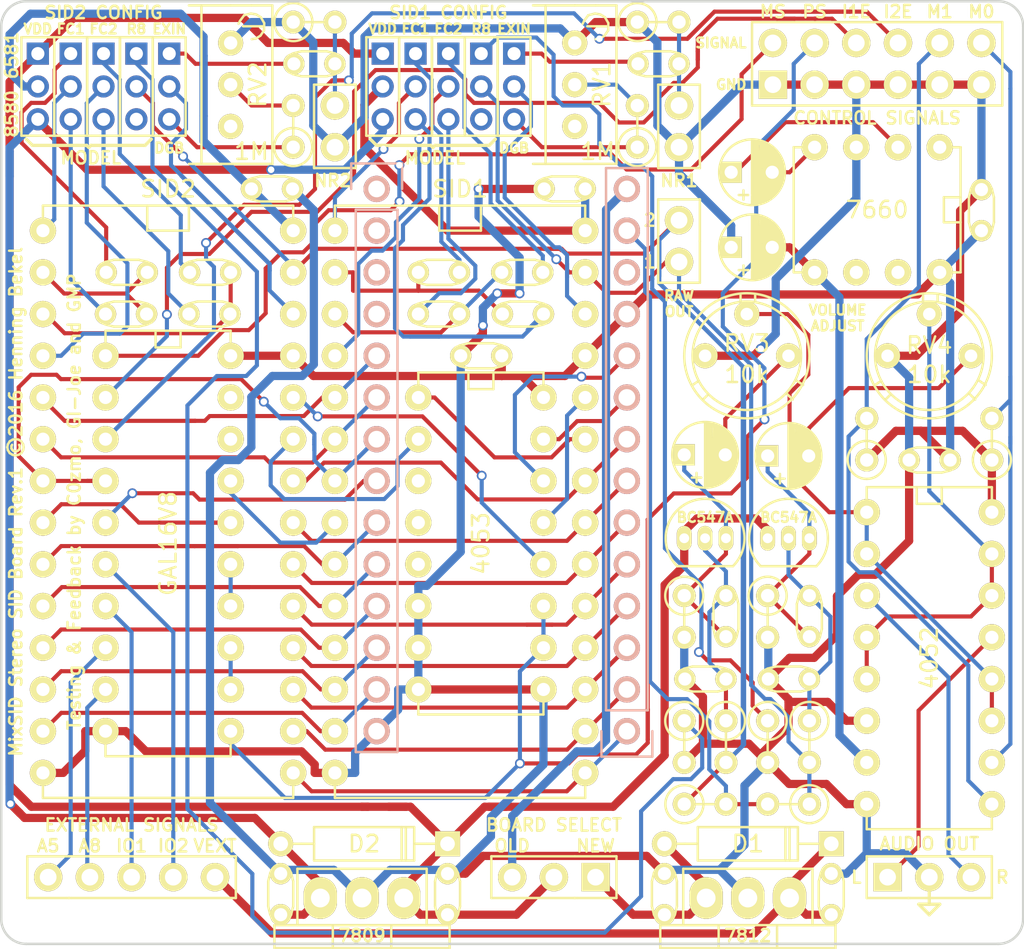
<source format=kicad_pcb>
(kicad_pcb (version 20171130) (host pcbnew "(5.1.12)-1")
  (title_block (title "MixSID - C64 Stereo SID board") (date 2016-06-27) (rev 1) (company "Henning Bekel"))
  (layers (0 F.Cu signal) (31 B.Cu signal) (34 B.Paste user hide) (35 F.Paste user hide) (36 B.SilkS user hide) (37 F.SilkS user hide) (38 B.Mask user hide) (39 F.Mask user hide) (44 Edge.Cuts user))
  (net 0 "")
  (net 1 "Net-(C1-Pad1)")
  (net 2 "Net-(C1-Pad2)")
  (net 3 "Net-(C2-Pad1)")
  (net 4 "Net-(C3-Pad1)")
  (net 5 "Net-(C3-Pad2)")
  (net 6 "Net-(C4-Pad1)")
  (net 7 GND)
  (net 8 /+9V)
  (net 9 "Net-(C10-Pad2)")
  (net 10 "Net-(C9-Pad2)")
  (net 11 "Net-(C10-Pad1)")
  (net 12 "Net-(C11-Pad1)")
  (net 13 "Net-(C11-Pad2)")
  (net 14 "Net-(C12-Pad1)")
  (net 15 "Net-(JP2-Pad2)")
  (net 16 "Net-(JP3-Pad2)")
  (net 17 "Net-(JP6-Pad2)")
  (net 18 "Net-(JP7-Pad2)")
  (net 19 /A5)
  (net 20 /A8)
  (net 21 /~IO1)
  (net 22 /~IO2)
  (net 23 /MS)
  (net 24 /~CS)
  (net 25 /RW)
  (net 26 "Net-(U1-Pad12)")
  (net 27 /~CS2)
  (net 28 /~CS1)
  (net 29 VCC)
  (net 30 /~RES)
  (net 31 /CLK)
  (net 32 /A0)
  (net 33 /A1)
  (net 34 /A2)
  (net 35 /A3)
  (net 36 /A4)
  (net 37 /D0)
  (net 38 /D1)
  (net 39 /D2)
  (net 40 /D3)
  (net 41 /D4)
  (net 42 /D5)
  (net 43 /D6)
  (net 44 /D7)
  (net 45 /POTY)
  (net 46 /POTX)
  (net 47 VDD)
  (net 48 "Net-(P4-Pad1)")
  (net 49 "Net-(P4-Pad2)")
  (net 50 "Net-(P4-Pad3)")
  (net 51 "Net-(P4-Pad4)")
  (net 52 "Net-(C13-Pad1)")
  (net 53 "Net-(C13-Pad2)")
  (net 54 "Net-(C14-Pad1)")
  (net 55 "Net-(C14-Pad2)")
  (net 56 /S1OUT)
  (net 57 /S2OUT)
  (net 58 /LEFT)
  (net 59 /RIGHT)
  (net 60 "Net-(C16-Pad2)")
  (net 61 /M0)
  (net 62 /M1)
  (net 63 "Net-(C17-Pad1)")
  (net 64 "Net-(C17-Pad2)")
  (net 65 /VEE)
  (net 66 /RIGHT_OUT)
  (net 67 /LEFT_OUT)
  (net 68 "Net-(U8-Pad6)")
  (net 69 "Net-(U8-Pad7)")
  (net 70 /+12V)
  (net 71 /PWR)
  (net 72 /S2IN)
  (net 73 "Net-(JP8-Pad3)")
  (net 74 /S1IN)
  (net 75 "Net-(JP11-Pad3)")
  (net 76 "Net-(R1-Pad2)")
  (net 77 "Net-(R10-Pad2)")
  (net 78 "Net-(RV1-Pad3)")
  (net 79 "Net-(RV2-Pad3)")
  (net 80 "Net-(C15-Pad1)")
  (net 81 "Net-(C20-Pad1)")
  (net 82 "Net-(C21-Pad2)")
  (net 83 "Net-(P6-Pad12)")
  (net 84 /MONO_OUT)
  (net 85 /PWR2)
  (net 86 /PWR1)
  (net 87 /VEXT)
  (net 88 /~IO1EN)
  (net 89 /~IO2EN)
  (net 90 "Net-(C19-Pad2)")
  (net 91 "Net-(C22-Pad2)")
  (net 92 /PS)
  (net 93 "Net-(U1-Pad14)")
  (net 94 /POTY2)
  (net 95 /POTX2)
  (net 96 /POTY1)
  (net 97 /POTX1)
  (net 98 "Net-(U7-Pad3)")
  (net 99 "Net-(U7-Pad4)")
  (net 100 "Net-(U7-Pad5)")
  (net 101 "Net-(JP12-Pad1)")
  (net 102 "Net-(JP12-Pad3)")
  (net 103 "Net-(JP13-Pad1)")
  (net 104 "Net-(JP13-Pad3)")
  (net 105 "Net-(U1-Pad18)")
  (net 106 "Net-(U1-Pad19)")
  (module TO_SOT_Packages_THT:TO-92_Inline_Narrow_Oval (layer F.Cu) (at 169.862 100.012)
    (fp_text reference Q1 hide)
    (fp_text value BC547)
    (pad 2 thru_hole oval (at 1.27 0 180) (size 0.89916 1.50114) (drill 0.6) (layers *.Cu *.Mask F.SilkS) (net 80 "Net-(C15-Pad1)"))
    (pad 3 thru_hole oval (at 2.54 0 180) (size 0.89916 1.50114) (drill 0.6) (layers *.Cu *.Mask F.SilkS) (net 60 "Net-(C16-Pad2)"))
    (pad 1 thru_hole oval (at 0 0 180) (size 0.89916 1.50114) (drill 0.6) (layers *.Cu *.Mask F.SilkS) (net 70 /+12V))
  )
  (module TO_SOT_Packages_THT:TO-92_Inline_Narrow_Oval (layer F.Cu) (at 174.942 100.012)
    (fp_text reference Q2 hide)
    (fp_text value BC547)
    (pad 2 thru_hole oval (at 1.27 0 180) (size 0.89916 1.50114) (drill 0.6) (layers *.Cu *.Mask F.SilkS) (net 81 "Net-(C20-Pad1)"))
    (pad 3 thru_hole oval (at 2.54 0 180) (size 0.89916 1.50114) (drill 0.6) (layers *.Cu *.Mask F.SilkS) (net 82 "Net-(C21-Pad2)"))
    (pad 1 thru_hole oval (at 0 0 180) (size 0.89916 1.50114) (drill 0.6) (layers *.Cu *.Mask F.SilkS) (net 70 /+12V))
  )
  (module Potentiometers:Potentiometer_Bourns_3296W_3-8Zoll_Inline_ScrewUp (layer F.Cu) (at 163.195 69.85 180)
    (fp_text reference RV1 (at -1.651 -2.54 270) (layer F.SilkS))
    (fp_text value 1M (at -1.397 -6.604) (layer F.SilkS))
    (pad 2 thru_hole circle (at 0 -2.54 180) (size 1.524 1.524) (drill 0.8128) (layers *.Cu *.Mask F.SilkS) (net 77 "Net-(R10-Pad2)"))
    (pad 3 thru_hole circle (at 0 -5.08 180) (size 1.524 1.524) (drill 0.8128) (layers *.Cu *.Mask F.SilkS) (net 78 "Net-(RV1-Pad3)"))
    (pad 1 thru_hole circle (at 0 0 180) (size 1.524 1.524) (drill 0.8128) (layers *.Cu *.Mask F.SilkS) (net 7 GND))
  )
  (module Potentiometers:Potentiometer_Bourns_3296W_3-8Zoll_Inline_ScrewUp (layer F.Cu) (at 142.24 69.85 180)
    (fp_text reference RV2 (at -1.651 -2.54 270) (layer F.SilkS))
    (fp_text value 1M (at -1.27 -6.604) (layer F.SilkS))
    (pad 2 thru_hole circle (at 0 -2.54 180) (size 1.524 1.524) (drill 0.8128) (layers *.Cu *.Mask F.SilkS) (net 76 "Net-(R1-Pad2)"))
    (pad 3 thru_hole circle (at 0 -5.08 180) (size 1.524 1.524) (drill 0.8128) (layers *.Cu *.Mask F.SilkS) (net 79 "Net-(RV2-Pad3)"))
    (pad 1 thru_hole circle (at 0 0 180) (size 1.524 1.524) (drill 0.8128) (layers *.Cu *.Mask F.SilkS) (net 7 GND))
  )
  (module Pinheaders:Pin_Header_Straight_1x05 (layer F.Cu) (at 131.128 120.65 90)
    (fp_text reference P1 hide)
    (fp_text value INPUT)
    (pad 1 thru_hole circle (at 0 0 90) (size 1.7272 1.7272) (drill 1.016) (layers *.Cu *.Mask F.SilkS) (net 19 /A5))
    (pad 2 thru_hole circle (at 0 2.54 90) (size 1.7272 1.7272) (drill 1.016) (layers *.Cu *.Mask F.SilkS) (net 20 /A8))
    (pad 3 thru_hole circle (at 0 5.08 90) (size 1.7272 1.7272) (drill 1.016) (layers *.Cu *.Mask F.SilkS) (net 21 /~IO1))
    (pad 4 thru_hole circle (at 0 7.62 90) (size 1.7272 1.7272) (drill 1.016) (layers *.Cu *.Mask F.SilkS) (net 22 /~IO2))
    (pad 5 thru_hole circle (at 0 10.16 90) (size 1.7272 1.7272) (drill 1.016) (layers *.Cu *.Mask F.SilkS) (net 87 /VEXT))
  )
  (module Pinheaders:Pin_Header_Straight_1x03 (layer F.Cu) (at 182.245 120.65 90)
    (fp_text reference P5 hide)
    (fp_text value OUTPUT)
    (pad 1 thru_hole rect (at 0 0 90) (size 1.7272 1.7272) (drill 1.016) (layers *.Cu *.Mask F.SilkS) (net 67 /LEFT_OUT))
    (pad 2 thru_hole circle (at 0 2.54 90) (size 1.7272 1.7272) (drill 1.016) (layers *.Cu *.Mask F.SilkS) (net 7 GND))
    (pad 3 thru_hole circle (at 0 5.08 90) (size 1.7272 1.7272) (drill 1.016) (layers *.Cu *.Mask F.SilkS) (net 66 /RIGHT_OUT))
  )
  (module Pinheaders:Pin_Header_Straight_1x14 (layer B.Cu) (at 151.13 78.74 180)
    (fp_text reference P4 hide)
    (fp_text value "SOCKET LEFT" hide)
    (pad 1 thru_hole circle (at 0 0 180) (size 1.6 1.6) (drill 1.016) (layers *.Cu *.Mask B.SilkS) (net 48 "Net-(P4-Pad1)"))
    (pad 2 thru_hole circle (at 0 -2.54 180) (size 1.6 1.6) (drill 1.016) (layers *.Cu *.Mask B.SilkS) (net 49 "Net-(P4-Pad2)"))
    (pad 3 thru_hole circle (at 0 -5.08 180) (size 1.6 1.6) (drill 1.016) (layers *.Cu *.Mask B.SilkS) (net 50 "Net-(P4-Pad3)"))
    (pad 4 thru_hole circle (at 0 -7.62 180) (size 1.6 1.6) (drill 1.016) (layers *.Cu *.Mask B.SilkS) (net 51 "Net-(P4-Pad4)"))
    (pad 5 thru_hole circle (at 0 -10.16 180) (size 1.6 1.6) (drill 1.016) (layers *.Cu *.Mask B.SilkS) (net 30 /~RES))
    (pad 6 thru_hole circle (at 0 -12.7 180) (size 1.6 1.6) (drill 1.016) (layers *.Cu *.Mask B.SilkS) (net 31 /CLK))
    (pad 7 thru_hole circle (at 0 -15.24 180) (size 1.6 1.6) (drill 1.016) (layers *.Cu *.Mask B.SilkS) (net 25 /RW))
    (pad 8 thru_hole circle (at 0 -17.78 180) (size 1.6 1.6) (drill 1.016) (layers *.Cu *.Mask B.SilkS) (net 24 /~CS))
    (pad 9 thru_hole circle (at 0 -20.32 180) (size 1.6 1.6) (drill 1.016) (layers *.Cu *.Mask B.SilkS) (net 32 /A0))
    (pad 10 thru_hole circle (at 0 -22.86 180) (size 1.6 1.6) (drill 1.016) (layers *.Cu *.Mask B.SilkS) (net 33 /A1))
    (pad 11 thru_hole circle (at 0 -25.4 180) (size 1.6 1.6) (drill 1.016) (layers *.Cu *.Mask B.SilkS) (net 34 /A2))
    (pad 12 thru_hole circle (at 0 -27.94 180) (size 1.6 1.6) (drill 1.016) (layers *.Cu *.Mask B.SilkS) (net 35 /A3))
    (pad 13 thru_hole circle (at 0 -30.48 180) (size 1.6 1.6) (drill 1.016) (layers *.Cu *.Mask B.SilkS) (net 36 /A4))
    (pad 14 thru_hole circle (at 0 -33.02 180) (size 1.6 1.6) (drill 1.016) (layers *.Cu *.Mask B.SilkS) (net 7 GND))
  )
  (module Pinheaders:Pin_Header_Straight_1x14 (layer B.Cu) (at 166.37 111.76)
    (fp_text reference P6 hide)
    (fp_text value "SOCKET RIGHT" hide)
    (pad 1 thru_hole circle (at 0 0) (size 1.6 1.6) (drill 1.016) (layers *.Cu *.Mask B.SilkS) (net 37 /D0))
    (pad 2 thru_hole circle (at 0 -2.54) (size 1.6 1.6) (drill 1.016) (layers *.Cu *.Mask B.SilkS) (net 38 /D1))
    (pad 3 thru_hole circle (at 0 -5.08) (size 1.6 1.6) (drill 1.016) (layers *.Cu *.Mask B.SilkS) (net 39 /D2))
    (pad 4 thru_hole circle (at 0 -7.62) (size 1.6 1.6) (drill 1.016) (layers *.Cu *.Mask B.SilkS) (net 40 /D3))
    (pad 5 thru_hole circle (at 0 -10.16) (size 1.6 1.6) (drill 1.016) (layers *.Cu *.Mask B.SilkS) (net 41 /D4))
    (pad 6 thru_hole circle (at 0 -12.7) (size 1.6 1.6) (drill 1.016) (layers *.Cu *.Mask B.SilkS) (net 42 /D5))
    (pad 7 thru_hole circle (at 0 -15.24) (size 1.6 1.6) (drill 1.016) (layers *.Cu *.Mask B.SilkS) (net 43 /D6))
    (pad 8 thru_hole circle (at 0 -17.78) (size 1.6 1.6) (drill 1.016) (layers *.Cu *.Mask B.SilkS) (net 44 /D7))
    (pad 9 thru_hole circle (at 0 -20.32) (size 1.6 1.6) (drill 1.016) (layers *.Cu *.Mask B.SilkS) (net 45 /POTY))
    (pad 10 thru_hole circle (at 0 -22.86) (size 1.6 1.6) (drill 1.016) (layers *.Cu *.Mask B.SilkS) (net 46 /POTX))
    (pad 11 thru_hole circle (at 0 -25.4) (size 1.6 1.6) (drill 1.016) (layers *.Cu *.Mask B.SilkS) (net 29 VCC))
    (pad 12 thru_hole circle (at 0 -27.94) (size 1.6 1.6) (drill 1.016) (layers *.Cu *.Mask B.SilkS) (net 83 "Net-(P6-Pad12)"))
    (pad 13 thru_hole circle (at 0 -30.48) (size 1.6 1.6) (drill 1.016) (layers *.Cu *.Mask B.SilkS) (net 84 /MONO_OUT))
    (pad 14 thru_hole circle (at 0 -33.02) (size 1.6 1.6) (drill 1.016) (layers *.Cu *.Mask B.SilkS) (net 47 VDD))
  )
  (module Pinheaders:C_Radial_D5_L6_P2.5 (layer F.Cu) (at 169.862 94.9325)
    (fp_text reference C19 hide)
    (fp_text value 10uF)
    (fp_text user + (at 0.7493 1.3335) (layer F.SilkS) (effects (font (size 0.75 0.75))))
    (pad 1 thru_hole rect (at 0 0) (size 1.3 1.3) (drill 0.8) (layers *.Cu *.Mask F.SilkS) (net 60 "Net-(C16-Pad2)"))
    (pad 2 thru_hole circle (at 2.5 0) (size 1.3 1.3) (drill 0.8) (layers *.Cu *.Mask F.SilkS) (net 90 "Net-(C19-Pad2)"))
  )
  (module Pinheaders:C_Radial_D5_L6_P2.5 (layer F.Cu) (at 174.942 94.996)
    (fp_text reference C22 hide)
    (fp_text value 10uF)
    (fp_text user + (at 0.7493 1.3335) (layer F.SilkS) (effects (font (size 0.75 0.75))))
    (pad 1 thru_hole rect (at 0 0) (size 1.3 1.3) (drill 0.8) (layers *.Cu *.Mask F.SilkS) (net 82 "Net-(C21-Pad2)"))
    (pad 2 thru_hole circle (at 2.5 0) (size 1.3 1.3) (drill 0.8) (layers *.Cu *.Mask F.SilkS) (net 91 "Net-(C22-Pad2)"))
  )
  (module Pinheaders:C_Radial_D5_L6_P2.5 (layer F.Cu) (at 172.72 77.724)
    (fp_text reference C17 hide)
    (fp_text value 10u)
    (fp_text user + (at 0.7493 1.3335) (layer F.SilkS) (effects (font (size 0.75 0.75))))
    (pad 1 thru_hole rect (at 0 0) (size 1.3 1.3) (drill 0.8) (layers *.Cu *.Mask F.SilkS) (net 63 "Net-(C17-Pad1)"))
    (pad 2 thru_hole circle (at 2.5 0) (size 1.3 1.3) (drill 0.8) (layers *.Cu *.Mask F.SilkS) (net 64 "Net-(C17-Pad2)"))
  )
  (module Pinheaders:C_Radial_D5_L6_P2.5 (layer F.Cu) (at 172.72 82.296)
    (fp_text reference C18 hide)
    (fp_text value 10u)
    (fp_text user + (at 0.7493 1.3335) (layer F.SilkS) (effects (font (size 0.75 0.75))))
    (pad 1 thru_hole rect (at 0 0) (size 1.3 1.3) (drill 0.8) (layers *.Cu *.Mask F.SilkS) (net 7 GND))
    (pad 2 thru_hole circle (at 2.5 0) (size 1.3 1.3) (drill 0.8) (layers *.Cu *.Mask F.SilkS) (net 65 /VEE))
  )
  (module Pinheaders:Pin_Header_Straight_1x03 (layer F.Cu) (at 164.465 120.65 270)
    (fp_text reference JP4 hide)
    (fp_text value BOARD)
    (pad 1 thru_hole rect (at 0 0 270) (size 1.7272 1.7272) (drill 1.016) (layers *.Cu *.Mask F.SilkS) (net 71 /PWR))
    (pad 2 thru_hole circle (at 0 2.54 270) (size 1.7272 1.7272) (drill 1.016) (layers *.Cu *.Mask F.SilkS) (net 70 /+12V))
    (pad 3 thru_hole circle (at 0 5.08 270) (size 1.7272 1.7272) (drill 1.016) (layers *.Cu *.Mask F.SilkS) (net 47 VDD))
  )
  (module Potentiometers:Potentiometer_Bourns_3339P_Angular_ScrewUp (layer F.Cu) (at 171.132 88.9)
    (fp_text reference RV3 (at 2.54 -0.762 180) (layer F.SilkS))
    (fp_text value 10k (at 2.54 1.143) (layer F.SilkS))
    (pad 2 thru_hole circle (at 2.54 -2.54) (size 1.524 1.524) (drill 0.762) (layers *.Cu *.Mask F.SilkS) (net 58 /LEFT))
    (pad 1 thru_hole circle (at 0 0) (size 1.524 1.524) (drill 0.762) (layers *.Cu *.Mask F.SilkS) (net 7 GND))
    (pad 3 thru_hole circle (at 5.08 0) (size 1.524 1.524) (drill 0.762) (layers *.Cu *.Mask F.SilkS) (net 90 "Net-(C19-Pad2)"))
  )
  (module Potentiometers:Potentiometer_Bourns_3339P_Angular_ScrewUp (layer F.Cu) (at 182.245 88.9)
    (fp_text reference RV4 (at 2.54 -0.635 180) (layer F.SilkS))
    (fp_text value 10k (at 2.54 1.143) (layer F.SilkS))
    (pad 2 thru_hole circle (at 2.54 -2.54) (size 1.524 1.524) (drill 0.762) (layers *.Cu *.Mask F.SilkS) (net 59 /RIGHT))
    (pad 1 thru_hole circle (at 0 0) (size 1.524 1.524) (drill 0.762) (layers *.Cu *.Mask F.SilkS) (net 7 GND))
    (pad 3 thru_hole circle (at 5.08 0) (size 1.524 1.524) (drill 0.762) (layers *.Cu *.Mask F.SilkS) (net 91 "Net-(C22-Pad2)"))
  )
  (module Pinheaders:DIP-16_W7.62mm (layer F.Cu) (at 180.975 98.425)
    (fp_text reference U6 hide)
    (fp_text value 4052 (at 3.81 8.89 270) (layer F.SilkS))
    (pad 1 thru_hole oval (at 0 0) (size 1.6 1.6) (drill 0.8) (layers *.Cu *.Mask F.SilkS) (net 58 /LEFT))
    (pad 2 thru_hole oval (at 0 2.54) (size 1.6 1.6) (drill 0.8) (layers *.Cu *.Mask F.SilkS) (net 58 /LEFT))
    (pad 3 thru_hole oval (at 0 5.08) (size 1.6 1.6) (drill 0.8) (layers *.Cu *.Mask F.SilkS) (net 66 /RIGHT_OUT))
    (pad 4 thru_hole oval (at 0 7.62) (size 1.6 1.6) (drill 0.8) (layers *.Cu *.Mask F.SilkS) (net 59 /RIGHT))
    (pad 5 thru_hole oval (at 0 10.16) (size 1.6 1.6) (drill 0.8) (layers *.Cu *.Mask F.SilkS) (net 59 /RIGHT))
    (pad 6 thru_hole oval (at 0 12.7) (size 1.6 1.6) (drill 0.8) (layers *.Cu *.Mask F.SilkS) (net 7 GND))
    (pad 7 thru_hole oval (at 0 15.24) (size 1.6 1.6) (drill 0.8) (layers *.Cu *.Mask F.SilkS) (net 65 /VEE))
    (pad 8 thru_hole oval (at 0 17.78) (size 1.6 1.6) (drill 0.8) (layers *.Cu *.Mask F.SilkS) (net 7 GND))
    (pad 9 thru_hole oval (at 7.62 17.78) (size 1.6 1.6) (drill 0.8) (layers *.Cu *.Mask F.SilkS) (net 62 /M1))
    (pad 10 thru_hole oval (at 7.62 15.24) (size 1.6 1.6) (drill 0.8) (layers *.Cu *.Mask F.SilkS) (net 61 /M0))
    (pad 11 thru_hole oval (at 7.62 12.7) (size 1.6 1.6) (drill 0.8) (layers *.Cu *.Mask F.SilkS) (net 58 /LEFT))
    (pad 12 thru_hole oval (at 7.62 10.16) (size 1.6 1.6) (drill 0.8) (layers *.Cu *.Mask F.SilkS) (net 58 /LEFT))
    (pad 13 thru_hole oval (at 7.62 7.62) (size 1.6 1.6) (drill 0.8) (layers *.Cu *.Mask F.SilkS) (net 67 /LEFT_OUT))
    (pad 14 thru_hole oval (at 7.62 5.08) (size 1.6 1.6) (drill 0.8) (layers *.Cu *.Mask F.SilkS) (net 59 /RIGHT))
    (pad 15 thru_hole oval (at 7.62 2.54) (size 1.6 1.6) (drill 0.8) (layers *.Cu *.Mask F.SilkS) (net 59 /RIGHT))
    (pad 16 thru_hole oval (at 7.62 0) (size 1.6 1.6) (drill 0.8) (layers *.Cu *.Mask F.SilkS) (net 29 VCC))
  )
  (module Pinheaders:DIP-16_W7.62mm (layer F.Cu) (at 153.67 91.44)
    (fp_text reference U7 hide)
    (fp_text value 4053 (at 3.81 8.89 270) (layer F.SilkS))
    (pad 1 thru_hole oval (at 0 0) (size 1.6 1.6) (drill 0.8) (layers *.Cu *.Mask F.SilkS) (net 96 /POTY1))
    (pad 2 thru_hole oval (at 0 2.54) (size 1.6 1.6) (drill 0.8) (layers *.Cu *.Mask F.SilkS) (net 94 /POTY2))
    (pad 3 thru_hole oval (at 0 5.08) (size 1.6 1.6) (drill 0.8) (layers *.Cu *.Mask F.SilkS) (net 98 "Net-(U7-Pad3)"))
    (pad 4 thru_hole oval (at 0 7.62) (size 1.6 1.6) (drill 0.8) (layers *.Cu *.Mask F.SilkS) (net 99 "Net-(U7-Pad4)"))
    (pad 5 thru_hole oval (at 0 10.16) (size 1.6 1.6) (drill 0.8) (layers *.Cu *.Mask F.SilkS) (net 100 "Net-(U7-Pad5)"))
    (pad 6 thru_hole oval (at 0 12.7) (size 1.6 1.6) (drill 0.8) (layers *.Cu *.Mask F.SilkS) (net 7 GND))
    (pad 7 thru_hole oval (at 0 15.24) (size 1.6 1.6) (drill 0.8) (layers *.Cu *.Mask F.SilkS) (net 7 GND))
    (pad 8 thru_hole oval (at 0 17.78) (size 1.6 1.6) (drill 0.8) (layers *.Cu *.Mask F.SilkS) (net 7 GND))
    (pad 9 thru_hole oval (at 7.62 17.78) (size 1.6 1.6) (drill 0.8) (layers *.Cu *.Mask F.SilkS) (net 7 GND))
    (pad 10 thru_hole oval (at 7.62 15.24) (size 1.6 1.6) (drill 0.8) (layers *.Cu *.Mask F.SilkS) (net 92 /PS))
    (pad 11 thru_hole oval (at 7.62 12.7) (size 1.6 1.6) (drill 0.8) (layers *.Cu *.Mask F.SilkS) (net 92 /PS))
    (pad 12 thru_hole oval (at 7.62 10.16) (size 1.6 1.6) (drill 0.8) (layers *.Cu *.Mask F.SilkS) (net 95 /POTX2))
    (pad 13 thru_hole oval (at 7.62 7.62) (size 1.6 1.6) (drill 0.8) (layers *.Cu *.Mask F.SilkS) (net 97 /POTX1))
    (pad 14 thru_hole oval (at 7.62 5.08) (size 1.6 1.6) (drill 0.8) (layers *.Cu *.Mask F.SilkS) (net 46 /POTX))
    (pad 15 thru_hole oval (at 7.62 2.54) (size 1.6 1.6) (drill 0.8) (layers *.Cu *.Mask F.SilkS) (net 45 /POTY))
    (pad 16 thru_hole oval (at 7.62 0) (size 1.6 1.6) (drill 0.8) (layers *.Cu *.Mask F.SilkS) (net 29 VCC))
  )
  (module Pinheaders:DIP-20_W7.62mm (layer F.Cu) (at 134.62 88.9)
    (fp_text reference U1 hide)
    (fp_text value GAL16V8 (at 3.81 11.43 270) (layer F.SilkS))
    (pad 1 thru_hole oval (at 0 0) (size 1.6 1.6) (drill 0.8) (layers *.Cu *.Mask F.SilkS) (net 23 /MS))
    (pad 2 thru_hole oval (at 0 2.54) (size 1.6 1.6) (drill 0.8) (layers *.Cu *.Mask F.SilkS) (net 88 /~IO1EN))
    (pad 3 thru_hole oval (at 0 5.08) (size 1.6 1.6) (drill 0.8) (layers *.Cu *.Mask F.SilkS) (net 89 /~IO2EN))
    (pad 4 thru_hole oval (at 0 7.62) (size 1.6 1.6) (drill 0.8) (layers *.Cu *.Mask F.SilkS) (net 25 /RW))
    (pad 5 thru_hole oval (at 0 10.16) (size 1.6 1.6) (drill 0.8) (layers *.Cu *.Mask F.SilkS) (net 24 /~CS))
    (pad 6 thru_hole oval (at 0 12.7) (size 1.6 1.6) (drill 0.8) (layers *.Cu *.Mask F.SilkS) (net 22 /~IO2))
    (pad 7 thru_hole oval (at 0 15.24) (size 1.6 1.6) (drill 0.8) (layers *.Cu *.Mask F.SilkS) (net 21 /~IO1))
    (pad 8 thru_hole oval (at 0 17.78) (size 1.6 1.6) (drill 0.8) (layers *.Cu *.Mask F.SilkS) (net 19 /A5))
    (pad 9 thru_hole oval (at 0 20.32) (size 1.6 1.6) (drill 0.8) (layers *.Cu *.Mask F.SilkS) (net 20 /A8))
    (pad 10 thru_hole oval (at 0 22.86) (size 1.6 1.6) (drill 0.8) (layers *.Cu *.Mask F.SilkS) (net 7 GND))
    (pad 11 thru_hole oval (at 7.62 22.86) (size 1.6 1.6) (drill 0.8) (layers *.Cu *.Mask F.SilkS) (net 92 /PS))
    (pad 12 thru_hole oval (at 7.62 20.32) (size 1.6 1.6) (drill 0.8) (layers *.Cu *.Mask F.SilkS) (net 26 "Net-(U1-Pad12)"))
    (pad 13 thru_hole oval (at 7.62 17.78) (size 1.6 1.6) (drill 0.8) (layers *.Cu *.Mask F.SilkS) (net 26 "Net-(U1-Pad12)"))
    (pad 14 thru_hole oval (at 7.62 15.24) (size 1.6 1.6) (drill 0.8) (layers *.Cu *.Mask F.SilkS) (net 93 "Net-(U1-Pad14)"))
    (pad 15 thru_hole oval (at 7.62 12.7) (size 1.6 1.6) (drill 0.8) (layers *.Cu *.Mask F.SilkS) (net 93 "Net-(U1-Pad14)"))
    (pad 16 thru_hole oval (at 7.62 10.16) (size 1.6 1.6) (drill 0.8) (layers *.Cu *.Mask F.SilkS) (net 27 /~CS2))
    (pad 17 thru_hole oval (at 7.62 7.62) (size 1.6 1.6) (drill 0.8) (layers *.Cu *.Mask F.SilkS) (net 28 /~CS1))
    (pad 18 thru_hole oval (at 7.62 5.08) (size 1.6 1.6) (drill 0.8) (layers *.Cu *.Mask F.SilkS) (net 105 "Net-(U1-Pad18)"))
    (pad 19 thru_hole oval (at 7.62 2.54) (size 1.6 1.6) (drill 0.8) (layers *.Cu *.Mask F.SilkS) (net 106 "Net-(U1-Pad19)"))
    (pad 20 thru_hole oval (at 7.62 0) (size 1.6 1.6) (drill 0.8) (layers *.Cu *.Mask F.SilkS) (net 29 VCC))
  )
  (module Pinheaders:DIP-28_W15.24mm (layer F.Cu) (at 130.81 81.28)
    (fp_text reference U2 hide)
    (fp_text value SID2 (at 7.62 -2.54 180) (layer F.SilkS))
    (pad 1 thru_hole oval (at 0 0) (size 1.6 1.6) (drill 0.8) (layers *.Cu *.Mask F.SilkS) (net 16 "Net-(JP3-Pad2)"))
    (pad 2 thru_hole oval (at 0 2.54) (size 1.6 1.6) (drill 0.8) (layers *.Cu *.Mask F.SilkS) (net 4 "Net-(C3-Pad1)"))
    (pad 3 thru_hole oval (at 0 5.08) (size 1.6 1.6) (drill 0.8) (layers *.Cu *.Mask F.SilkS) (net 1 "Net-(C1-Pad1)"))
    (pad 4 thru_hole oval (at 0 7.62) (size 1.6 1.6) (drill 0.8) (layers *.Cu *.Mask F.SilkS) (net 15 "Net-(JP2-Pad2)"))
    (pad 5 thru_hole oval (at 0 10.16) (size 1.6 1.6) (drill 0.8) (layers *.Cu *.Mask F.SilkS) (net 30 /~RES))
    (pad 6 thru_hole oval (at 0 12.7) (size 1.6 1.6) (drill 0.8) (layers *.Cu *.Mask F.SilkS) (net 31 /CLK))
    (pad 7 thru_hole oval (at 0 15.24) (size 1.6 1.6) (drill 0.8) (layers *.Cu *.Mask F.SilkS) (net 25 /RW))
    (pad 8 thru_hole oval (at 0 17.78) (size 1.6 1.6) (drill 0.8) (layers *.Cu *.Mask F.SilkS) (net 27 /~CS2))
    (pad 9 thru_hole oval (at 0 20.32) (size 1.6 1.6) (drill 0.8) (layers *.Cu *.Mask F.SilkS) (net 32 /A0))
    (pad 10 thru_hole oval (at 0 22.86) (size 1.6 1.6) (drill 0.8) (layers *.Cu *.Mask F.SilkS) (net 33 /A1))
    (pad 11 thru_hole oval (at 0 25.4) (size 1.6 1.6) (drill 0.8) (layers *.Cu *.Mask F.SilkS) (net 34 /A2))
    (pad 12 thru_hole oval (at 0 27.94) (size 1.6 1.6) (drill 0.8) (layers *.Cu *.Mask F.SilkS) (net 35 /A3))
    (pad 13 thru_hole oval (at 0 30.48) (size 1.6 1.6) (drill 0.8) (layers *.Cu *.Mask F.SilkS) (net 36 /A4))
    (pad 14 thru_hole oval (at 0 33.02) (size 1.6 1.6) (drill 0.8) (layers *.Cu *.Mask F.SilkS) (net 7 GND))
    (pad 15 thru_hole oval (at 15.24 33.02) (size 1.6 1.6) (drill 0.8) (layers *.Cu *.Mask F.SilkS) (net 37 /D0))
    (pad 16 thru_hole oval (at 15.24 30.48) (size 1.6 1.6) (drill 0.8) (layers *.Cu *.Mask F.SilkS) (net 38 /D1))
    (pad 17 thru_hole oval (at 15.24 27.94) (size 1.6 1.6) (drill 0.8) (layers *.Cu *.Mask F.SilkS) (net 39 /D2))
    (pad 18 thru_hole oval (at 15.24 25.4) (size 1.6 1.6) (drill 0.8) (layers *.Cu *.Mask F.SilkS) (net 40 /D3))
    (pad 19 thru_hole oval (at 15.24 22.86) (size 1.6 1.6) (drill 0.8) (layers *.Cu *.Mask F.SilkS) (net 41 /D4))
    (pad 20 thru_hole oval (at 15.24 20.32) (size 1.6 1.6) (drill 0.8) (layers *.Cu *.Mask F.SilkS) (net 42 /D5))
    (pad 21 thru_hole oval (at 15.24 17.78) (size 1.6 1.6) (drill 0.8) (layers *.Cu *.Mask F.SilkS) (net 43 /D6))
    (pad 22 thru_hole oval (at 15.24 15.24) (size 1.6 1.6) (drill 0.8) (layers *.Cu *.Mask F.SilkS) (net 44 /D7))
    (pad 23 thru_hole oval (at 15.24 12.7) (size 1.6 1.6) (drill 0.8) (layers *.Cu *.Mask F.SilkS) (net 94 /POTY2))
    (pad 24 thru_hole oval (at 15.24 10.16) (size 1.6 1.6) (drill 0.8) (layers *.Cu *.Mask F.SilkS) (net 95 /POTX2))
    (pad 25 thru_hole oval (at 15.24 7.62) (size 1.6 1.6) (drill 0.8) (layers *.Cu *.Mask F.SilkS) (net 29 VCC))
    (pad 26 thru_hole oval (at 15.24 5.08) (size 1.6 1.6) (drill 0.8) (layers *.Cu *.Mask F.SilkS) (net 72 /S2IN))
    (pad 27 thru_hole oval (at 15.24 2.54) (size 1.6 1.6) (drill 0.8) (layers *.Cu *.Mask F.SilkS) (net 57 /S2OUT))
    (pad 28 thru_hole oval (at 15.24 0) (size 1.6 1.6) (drill 0.8) (layers *.Cu *.Mask F.SilkS) (net 85 /PWR2))
  )
  (module Pinheaders:DIP-28_W15.24mm (layer F.Cu) (at 148.59 81.28)
    (fp_text reference U5 hide)
    (fp_text value SID1 (at 7.62 -2.54 180) (layer F.SilkS))
    (pad 1 thru_hole oval (at 0 0) (size 1.6 1.6) (drill 0.8) (layers *.Cu *.Mask F.SilkS) (net 18 "Net-(JP7-Pad2)"))
    (pad 2 thru_hole oval (at 0 2.54) (size 1.6 1.6) (drill 0.8) (layers *.Cu *.Mask F.SilkS) (net 12 "Net-(C11-Pad1)"))
    (pad 3 thru_hole oval (at 0 5.08) (size 1.6 1.6) (drill 0.8) (layers *.Cu *.Mask F.SilkS) (net 9 "Net-(C10-Pad2)"))
    (pad 4 thru_hole oval (at 0 7.62) (size 1.6 1.6) (drill 0.8) (layers *.Cu *.Mask F.SilkS) (net 17 "Net-(JP6-Pad2)"))
    (pad 5 thru_hole oval (at 0 10.16) (size 1.6 1.6) (drill 0.8) (layers *.Cu *.Mask F.SilkS) (net 30 /~RES))
    (pad 6 thru_hole oval (at 0 12.7) (size 1.6 1.6) (drill 0.8) (layers *.Cu *.Mask F.SilkS) (net 31 /CLK))
    (pad 7 thru_hole oval (at 0 15.24) (size 1.6 1.6) (drill 0.8) (layers *.Cu *.Mask F.SilkS) (net 25 /RW))
    (pad 8 thru_hole oval (at 0 17.78) (size 1.6 1.6) (drill 0.8) (layers *.Cu *.Mask F.SilkS) (net 28 /~CS1))
    (pad 9 thru_hole oval (at 0 20.32) (size 1.6 1.6) (drill 0.8) (layers *.Cu *.Mask F.SilkS) (net 32 /A0))
    (pad 10 thru_hole oval (at 0 22.86) (size 1.6 1.6) (drill 0.8) (layers *.Cu *.Mask F.SilkS) (net 33 /A1))
    (pad 11 thru_hole oval (at 0 25.4) (size 1.6 1.6) (drill 0.8) (layers *.Cu *.Mask F.SilkS) (net 34 /A2))
    (pad 12 thru_hole oval (at 0 27.94) (size 1.6 1.6) (drill 0.8) (layers *.Cu *.Mask F.SilkS) (net 35 /A3))
    (pad 13 thru_hole oval (at 0 30.48) (size 1.6 1.6) (drill 0.8) (layers *.Cu *.Mask F.SilkS) (net 36 /A4))
    (pad 14 thru_hole oval (at 0 33.02) (size 1.6 1.6) (drill 0.8) (layers *.Cu *.Mask F.SilkS) (net 7 GND))
    (pad 15 thru_hole oval (at 15.24 33.02) (size 1.6 1.6) (drill 0.8) (layers *.Cu *.Mask F.SilkS) (net 37 /D0))
    (pad 16 thru_hole oval (at 15.24 30.48) (size 1.6 1.6) (drill 0.8) (layers *.Cu *.Mask F.SilkS) (net 38 /D1))
    (pad 17 thru_hole oval (at 15.24 27.94) (size 1.6 1.6) (drill 0.8) (layers *.Cu *.Mask F.SilkS) (net 39 /D2))
    (pad 18 thru_hole oval (at 15.24 25.4) (size 1.6 1.6) (drill 0.8) (layers *.Cu *.Mask F.SilkS) (net 40 /D3))
    (pad 19 thru_hole oval (at 15.24 22.86) (size 1.6 1.6) (drill 0.8) (layers *.Cu *.Mask F.SilkS) (net 41 /D4))
    (pad 20 thru_hole oval (at 15.24 20.32) (size 1.6 1.6) (drill 0.8) (layers *.Cu *.Mask F.SilkS) (net 42 /D5))
    (pad 21 thru_hole oval (at 15.24 17.78) (size 1.6 1.6) (drill 0.8) (layers *.Cu *.Mask F.SilkS) (net 43 /D6))
    (pad 22 thru_hole oval (at 15.24 15.24) (size 1.6 1.6) (drill 0.8) (layers *.Cu *.Mask F.SilkS) (net 44 /D7))
    (pad 23 thru_hole oval (at 15.24 12.7) (size 1.6 1.6) (drill 0.8) (layers *.Cu *.Mask F.SilkS) (net 96 /POTY1))
    (pad 24 thru_hole oval (at 15.24 10.16) (size 1.6 1.6) (drill 0.8) (layers *.Cu *.Mask F.SilkS) (net 97 /POTX1))
    (pad 25 thru_hole oval (at 15.24 7.62) (size 1.6 1.6) (drill 0.8) (layers *.Cu *.Mask F.SilkS) (net 29 VCC))
    (pad 26 thru_hole oval (at 15.24 5.08) (size 1.6 1.6) (drill 0.8) (layers *.Cu *.Mask F.SilkS) (net 74 /S1IN))
    (pad 27 thru_hole oval (at 15.24 2.54) (size 1.6 1.6) (drill 0.8) (layers *.Cu *.Mask F.SilkS) (net 56 /S1OUT))
    (pad 28 thru_hole oval (at 15.24 0) (size 1.6 1.6) (drill 0.8) (layers *.Cu *.Mask F.SilkS) (net 86 /PWR1))
  )
  (module Pinheaders:DIP-8_W7.62mm (layer F.Cu) (at 185.42 76.2 270)
    (fp_text reference U8 hide)
    (fp_text value 7660 (at 3.81 3.81 180) (layer F.SilkS))
    (pad 1 thru_hole oval (at 0 0 270) (size 1.6 1.6) (drill 0.8) (layers *.Cu *.Mask F.SilkS))
    (pad 2 thru_hole oval (at 0 2.54 270) (size 1.6 1.6) (drill 0.8) (layers *.Cu *.Mask F.SilkS) (net 63 "Net-(C17-Pad1)"))
    (pad 3 thru_hole oval (at 0 5.08 270) (size 1.6 1.6) (drill 0.8) (layers *.Cu *.Mask F.SilkS) (net 7 GND))
    (pad 4 thru_hole oval (at 0 7.62 270) (size 1.6 1.6) (drill 0.8) (layers *.Cu *.Mask F.SilkS) (net 64 "Net-(C17-Pad2)"))
    (pad 5 thru_hole oval (at 7.62 7.62 270) (size 1.6 1.6) (drill 0.8) (layers *.Cu *.Mask F.SilkS) (net 65 /VEE))
    (pad 6 thru_hole oval (at 7.62 5.08 270) (size 1.6 1.6) (drill 0.8) (layers *.Cu *.Mask F.SilkS) (net 68 "Net-(U8-Pad6)"))
    (pad 7 thru_hole oval (at 7.62 2.54 270) (size 1.6 1.6) (drill 0.8) (layers *.Cu *.Mask F.SilkS) (net 69 "Net-(U8-Pad7)"))
    (pad 8 thru_hole oval (at 7.62 0 270) (size 1.6 1.6) (drill 0.8) (layers *.Cu *.Mask F.SilkS) (net 29 VCC))
  )
  (module Pinheaders:TO-220 (layer F.Cu) (at 150.241 121.92 180)
    (fp_text reference U4 hide)
    (fp_text value 7809)
    (pad 2 thru_hole oval (at 0 0 180) (size 2.032 2.54) (drill 1.143) (layers *.Cu *.Mask F.SilkS) (net 7 GND))
    (pad 3 thru_hole oval (at 2.54 0 180) (size 2.032 2.54) (drill 1.143) (layers *.Cu *.Mask F.SilkS) (net 8 /+9V))
    (pad 1 thru_hole oval (at -2.54 0 180) (size 2.032 2.54) (drill 1.143) (layers *.Cu *.Mask F.SilkS) (net 70 /+12V))
  )
  (module Pinheaders:TO-220 (layer F.Cu) (at 173.736 121.92 180)
    (fp_text reference U3 hide)
    (fp_text value 7812)
    (pad 2 thru_hole oval (at 0 0 180) (size 2.032 2.54) (drill 1.143) (layers *.Cu *.Mask F.SilkS) (net 7 GND))
    (pad 3 thru_hole oval (at 2.54 0 180) (size 2.032 2.54) (drill 1.143) (layers *.Cu *.Mask F.SilkS) (net 71 /PWR))
    (pad 1 thru_hole oval (at -2.54 0 180) (size 2.032 2.54) (drill 1.143) (layers *.Cu *.Mask F.SilkS) (net 87 /VEXT))
  )
  (module Pinheaders:C_Disc_D3_P2.5 (layer F.Cu) (at 142.24 83.82 180)
    (fp_text reference C1 hide)
    (fp_text value 470p)
    (pad 1 thru_hole circle (at 0 0 180) (size 1.3 1.3) (drill 0.8) (layers *.Cu *.Mask F.SilkS) (net 1 "Net-(C1-Pad1)"))
    (pad 2 thru_hole circle (at 2.5 0 180) (size 1.3 1.3) (drill 0.8001) (layers *.Cu *.Mask F.SilkS) (net 2 "Net-(C1-Pad2)"))
  )
  (module Pinheaders:C_Disc_D3_P2.5 (layer F.Cu) (at 139.7 86.36)
    (fp_text reference C2 hide)
    (fp_text value 22n)
    (pad 1 thru_hole circle (at 0 0) (size 1.3 1.3) (drill 0.8) (layers *.Cu *.Mask F.SilkS) (net 3 "Net-(C2-Pad1)"))
    (pad 2 thru_hole circle (at 2.5 0) (size 1.3 1.3) (drill 0.8001) (layers *.Cu *.Mask F.SilkS) (net 1 "Net-(C1-Pad1)"))
  )
  (module Pinheaders:C_Disc_D3_P2.5 (layer F.Cu) (at 137.16 83.82 180)
    (fp_text reference C3 hide)
    (fp_text value 470p)
    (pad 1 thru_hole circle (at 0 0 180) (size 1.3 1.3) (drill 0.8) (layers *.Cu *.Mask F.SilkS) (net 4 "Net-(C3-Pad1)"))
    (pad 2 thru_hole circle (at 2.5 0 180) (size 1.3 1.3) (drill 0.8001) (layers *.Cu *.Mask F.SilkS) (net 5 "Net-(C3-Pad2)"))
  )
  (module Pinheaders:C_Disc_D3_P2.5 (layer F.Cu) (at 134.62 86.36)
    (fp_text reference C4 hide)
    (fp_text value 22n)
    (pad 1 thru_hole circle (at 0 0) (size 1.3 1.3) (drill 0.8) (layers *.Cu *.Mask F.SilkS) (net 6 "Net-(C4-Pad1)"))
    (pad 2 thru_hole circle (at 2.5 0) (size 1.3 1.3) (drill 0.8001) (layers *.Cu *.Mask F.SilkS) (net 4 "Net-(C3-Pad1)"))
  )
  (module Pinheaders:C_Disc_D3_P2.5 (layer F.Cu) (at 178.816 122.936 90)
    (fp_text reference C5 hide)
    (fp_text value 470p)
    (pad 1 thru_hole circle (at 0 0 90) (size 1.3 1.3) (drill 0.8) (layers *.Cu *.Mask F.SilkS) (net 87 /VEXT))
    (pad 2 thru_hole circle (at 2.5 0 90) (size 1.3 1.3) (drill 0.8001) (layers *.Cu *.Mask F.SilkS) (net 7 GND))
  )
  (module Pinheaders:C_Disc_D3_P2.5 (layer F.Cu) (at 168.656 122.936 90)
    (fp_text reference C6 hide)
    (fp_text value 100n)
    (pad 1 thru_hole circle (at 0 0 90) (size 1.3 1.3) (drill 0.8) (layers *.Cu *.Mask F.SilkS) (net 71 /PWR))
    (pad 2 thru_hole circle (at 2.5 0 90) (size 1.3 1.3) (drill 0.8001) (layers *.Cu *.Mask F.SilkS) (net 7 GND))
  )
  (module Pinheaders:C_Disc_D3_P2.5 (layer F.Cu) (at 155.448 122.936 90)
    (fp_text reference C7 hide)
    (fp_text value 470p)
    (pad 1 thru_hole circle (at 0 0 90) (size 1.3 1.3) (drill 0.8) (layers *.Cu *.Mask F.SilkS) (net 70 /+12V))
    (pad 2 thru_hole circle (at 2.5 0 90) (size 1.3 1.3) (drill 0.8001) (layers *.Cu *.Mask F.SilkS) (net 7 GND))
  )
  (module Pinheaders:C_Disc_D3_P2.5 (layer F.Cu) (at 145.288 122.936 90)
    (fp_text reference C8 hide)
    (fp_text value 100n)
    (pad 1 thru_hole circle (at 0 0 90) (size 1.3 1.3) (drill 0.8) (layers *.Cu *.Mask F.SilkS) (net 8 /+9V))
    (pad 2 thru_hole circle (at 2.5 0 90) (size 1.3 1.3) (drill 0.8001) (layers *.Cu *.Mask F.SilkS) (net 7 GND))
  )
  (module Pinheaders:C_Disc_D3_P2.5 (layer F.Cu) (at 158.75 83.82)
    (fp_text reference C9 hide)
    (fp_text value 470p)
    (pad 1 thru_hole circle (at 0 0) (size 1.3 1.3) (drill 0.8) (layers *.Cu *.Mask F.SilkS) (net 9 "Net-(C10-Pad2)"))
    (pad 2 thru_hole circle (at 2.5 0) (size 1.3 1.3) (drill 0.8001) (layers *.Cu *.Mask F.SilkS) (net 10 "Net-(C9-Pad2)"))
  )
  (module Pinheaders:C_Disc_D3_P2.5 (layer F.Cu) (at 153.67 86.36)
    (fp_text reference C10 hide)
    (fp_text value 22n)
    (pad 1 thru_hole circle (at 0 0) (size 1.3 1.3) (drill 0.8) (layers *.Cu *.Mask F.SilkS) (net 11 "Net-(C10-Pad1)"))
    (pad 2 thru_hole circle (at 2.5 0) (size 1.3 1.3) (drill 0.8001) (layers *.Cu *.Mask F.SilkS) (net 9 "Net-(C10-Pad2)"))
  )
  (module Pinheaders:C_Disc_D3_P2.5 (layer F.Cu) (at 153.67 83.82)
    (fp_text reference C11 hide)
    (fp_text value 470p)
    (pad 1 thru_hole circle (at 0 0) (size 1.3 1.3) (drill 0.8) (layers *.Cu *.Mask F.SilkS) (net 12 "Net-(C11-Pad1)"))
    (pad 2 thru_hole circle (at 2.5 0) (size 1.3 1.3) (drill 0.8001) (layers *.Cu *.Mask F.SilkS) (net 13 "Net-(C11-Pad2)"))
  )
  (module Pinheaders:C_Disc_D3_P2.5 (layer F.Cu) (at 161.29 86.36 180)
    (fp_text reference C12 hide)
    (fp_text value 22n)
    (pad 1 thru_hole circle (at 0 0 180) (size 1.3 1.3) (drill 0.8) (layers *.Cu *.Mask F.SilkS) (net 14 "Net-(C12-Pad1)"))
    (pad 2 thru_hole circle (at 2.5 0 180) (size 1.3 1.3) (drill 0.8001) (layers *.Cu *.Mask F.SilkS) (net 12 "Net-(C11-Pad1)"))
  )
  (module Pinheaders:C_Disc_D3_P2.5 (layer F.Cu) (at 148.59 71.12 180)
    (fp_text reference C13 hide)
    (fp_text value 100n)
    (pad 1 thru_hole circle (at 0 0 180) (size 1.3 1.3) (drill 0.8) (layers *.Cu *.Mask F.SilkS) (net 52 "Net-(C13-Pad1)"))
    (pad 2 thru_hole circle (at 2.5 0 180) (size 1.3 1.3) (drill 0.8001) (layers *.Cu *.Mask F.SilkS) (net 53 "Net-(C13-Pad2)"))
  )
  (module Pinheaders:C_Disc_D3_P2.5 (layer F.Cu) (at 169.545 71.12 180)
    (fp_text reference C14 hide)
    (fp_text value 100n)
    (pad 1 thru_hole circle (at 0 0 180) (size 1.3 1.3) (drill 0.8) (layers *.Cu *.Mask F.SilkS) (net 54 "Net-(C14-Pad1)"))
    (pad 2 thru_hole circle (at 2.5 0 180) (size 1.3 1.3) (drill 0.8001) (layers *.Cu *.Mask F.SilkS) (net 55 "Net-(C14-Pad2)"))
  )
  (module Pinheaders:C_Disc_D3_P2.5 (layer F.Cu) (at 172.402 108.585 180)
    (fp_text reference C15 hide)
    (fp_text value 1n)
    (pad 1 thru_hole circle (at 0 0 180) (size 1.3 1.3) (drill 0.8) (layers *.Cu *.Mask F.SilkS) (net 80 "Net-(C15-Pad1)"))
    (pad 2 thru_hole circle (at 2.5 0 180) (size 1.3 1.3) (drill 0.8001) (layers *.Cu *.Mask F.SilkS) (net 7 GND))
  )
  (module Pinheaders:C_Disc_D3_P2.5 (layer F.Cu) (at 177.482 108.585 180)
    (fp_text reference C20 hide)
    (fp_text value 1n)
    (pad 1 thru_hole circle (at 0 0 180) (size 1.3 1.3) (drill 0.8) (layers *.Cu *.Mask F.SilkS) (net 81 "Net-(C20-Pad1)"))
    (pad 2 thru_hole circle (at 2.5 0 180) (size 1.3 1.3) (drill 0.8001) (layers *.Cu *.Mask F.SilkS) (net 7 GND))
  )
  (module Pinheaders:C_Disc_D3_P2.5 (layer F.Cu) (at 177.482 103.505 270)
    (fp_text reference C21 hide)
    (fp_text value 470p)
    (pad 1 thru_hole circle (at 0 0 270) (size 1.3 1.3) (drill 0.8) (layers *.Cu *.Mask F.SilkS) (net 81 "Net-(C20-Pad1)"))
    (pad 2 thru_hole circle (at 2.5 0 270) (size 1.3 1.3) (drill 0.8001) (layers *.Cu *.Mask F.SilkS) (net 82 "Net-(C21-Pad2)"))
  )
  (module Pinheaders:C_Disc_D3_P2.5 (layer F.Cu) (at 187.96 81.28 90)
    (fp_text reference C23 hide)
    (fp_text value 100n)
    (pad 1 thru_hole circle (at 0 0 90) (size 1.3 1.3) (drill 0.8) (layers *.Cu *.Mask F.SilkS) (net 29 VCC))
    (pad 2 thru_hole circle (at 2.5 0 90) (size 1.3 1.3) (drill 0.8001) (layers *.Cu *.Mask F.SilkS) (net 7 GND))
  )
  (module Pinheaders:C_Disc_D3_P2.5 (layer F.Cu) (at 158.75 88.9 180)
    (fp_text reference C24 hide)
    (fp_text value 100n)
    (pad 1 thru_hole circle (at 0 0 180) (size 1.3 1.3) (drill 0.8) (layers *.Cu *.Mask F.SilkS) (net 29 VCC))
    (pad 2 thru_hole circle (at 2.5 0 180) (size 1.3 1.3) (drill 0.8001) (layers *.Cu *.Mask F.SilkS) (net 7 GND))
  )
  (module Pinheaders:C_Disc_D3_P2.5 (layer F.Cu) (at 186.055 95.25 180)
    (fp_text reference C25 hide)
    (fp_text value 100n)
    (pad 1 thru_hole circle (at 0 0 180) (size 1.3 1.3) (drill 0.8) (layers *.Cu *.Mask F.SilkS) (net 29 VCC))
    (pad 2 thru_hole circle (at 2.5 0 180) (size 1.3 1.3) (drill 0.8001) (layers *.Cu *.Mask F.SilkS) (net 7 GND))
  )
  (module Pinheaders:C_Disc_D3_P2.5 (layer F.Cu) (at 172.402 103.505 270)
    (fp_text reference C16 hide)
    (fp_text value 470p)
    (pad 1 thru_hole circle (at 0 0 270) (size 1.3 1.3) (drill 0.8) (layers *.Cu *.Mask F.SilkS) (net 80 "Net-(C15-Pad1)"))
    (pad 2 thru_hole circle (at 2.5 0 270) (size 1.3 1.3) (drill 0.8001) (layers *.Cu *.Mask F.SilkS) (net 60 "Net-(C16-Pad2)"))
  )
  (module Pinheaders:Pin_Header_Straight_1x02 (layer F.Cu) (at 169.545 73.66)
    (fp_text reference JP9)
    (fp_text value NR1)
    (pad 1 thru_hole circle (at 0 0) (size 1.7272 1.7272) (drill 1.016) (layers *.Cu *.Mask F.SilkS) (net 54 "Net-(C14-Pad1)"))
    (pad 2 thru_hole circle (at 0 2.54) (size 1.7272 1.7272) (drill 1.016) (layers *.Cu *.Mask F.SilkS) (net 7 GND))
  )
  (module Pinheaders:Pin_Header_Straight_1x02 (layer F.Cu) (at 148.59 73.66)
    (fp_text reference JP10)
    (fp_text value NR2)
    (pad 1 thru_hole circle (at 0 0) (size 1.7272 1.7272) (drill 1.016) (layers *.Cu *.Mask F.SilkS) (net 52 "Net-(C13-Pad1)"))
    (pad 2 thru_hole circle (at 0 2.54) (size 1.7272 1.7272) (drill 1.016) (layers *.Cu *.Mask F.SilkS) (net 7 GND))
  )
  (module Pinheaders:Pin_Header_Straight_1x02 (layer F.Cu) (at 169.545 80.645)
    (fp_text reference P3)
    (fp_text value RAW)
    (pad 1 thru_hole circle (at 0 0) (size 1.7272 1.7272) (drill 1.016) (layers *.Cu *.Mask F.SilkS) (net 57 /S2OUT))
    (pad 2 thru_hole circle (at 0 2.54) (size 1.7272 1.7272) (drill 1.016) (layers *.Cu *.Mask F.SilkS) (net 56 /S1OUT))
  )
  (module Pinheaders:R1 (layer F.Cu) (at 176.212 116.205 180)
    (fp_text reference R14 hide)
    (fp_text value 1k)
    (pad 1 thru_hole circle (at -1.27 0 180) (size 1.397 1.397) (drill 0.8128) (layers *.Cu *.Mask F.SilkS) (net 56 /S1OUT))
    (pad 2 thru_hole circle (at 1.27 0 180) (size 1.397 1.397) (drill 0.8128) (layers *.Cu *.Mask F.SilkS) (net 84 /MONO_OUT))
  )
  (module Pinheaders:R1 (layer F.Cu) (at 171.132 116.205)
    (fp_text reference R13 hide)
    (fp_text value 1k)
    (pad 1 thru_hole circle (at -1.27 0) (size 1.397 1.397) (drill 0.8128) (layers *.Cu *.Mask F.SilkS) (net 57 /S2OUT))
    (pad 2 thru_hole circle (at 1.27 0) (size 1.397 1.397) (drill 0.8128) (layers *.Cu *.Mask F.SilkS) (net 84 /MONO_OUT))
  )
  (module Pinheaders:R1 (layer F.Cu) (at 174.942 104.775 270)
    (fp_text reference R12 hide)
    (fp_text value 1k)
    (pad 1 thru_hole circle (at -1.27 0 270) (size 1.397 1.397) (drill 0.8128) (layers *.Cu *.Mask F.SilkS) (net 82 "Net-(C21-Pad2)"))
    (pad 2 thru_hole circle (at 1.27 0 270) (size 1.397 1.397) (drill 0.8128) (layers *.Cu *.Mask F.SilkS) (net 7 GND))
  )
  (module Pinheaders:R1 (layer F.Cu) (at 177.482 112.395 270)
    (fp_text reference R11 hide)
    (fp_text value 10k)
    (pad 1 thru_hole circle (at -1.27 0 270) (size 1.397 1.397) (drill 0.8128) (layers *.Cu *.Mask F.SilkS) (net 81 "Net-(C20-Pad1)"))
    (pad 2 thru_hole circle (at 1.27 0 270) (size 1.397 1.397) (drill 0.8128) (layers *.Cu *.Mask F.SilkS) (net 56 /S1OUT))
  )
  (module Pinheaders:R1 (layer F.Cu) (at 167.005 74.93 90)
    (fp_text reference R10 hide)
    (fp_text value 220k)
    (pad 1 thru_hole circle (at -1.27 0 90) (size 1.397 1.397) (drill 0.8128) (layers *.Cu *.Mask F.SilkS) (net 75 "Net-(JP11-Pad3)"))
    (pad 2 thru_hole circle (at 1.27 0 90) (size 1.397 1.397) (drill 0.8128) (layers *.Cu *.Mask F.SilkS) (net 77 "Net-(R10-Pad2)"))
  )
  (module Pinheaders:R1 (layer F.Cu) (at 147.32 68.58)
    (fp_text reference R9 hide)
    (fp_text value 100k)
    (pad 1 thru_hole circle (at -1.27 0) (size 1.397 1.397) (drill 0.8128) (layers *.Cu *.Mask F.SilkS) (net 7 GND))
    (pad 2 thru_hole circle (at 1.27 0) (size 1.397 1.397) (drill 0.8128) (layers *.Cu *.Mask F.SilkS) (net 52 "Net-(C13-Pad1)"))
  )
  (module Pinheaders:R1 (layer F.Cu) (at 180.975 93.98 90)
    (fp_text reference R8 hide)
    (fp_text value 4k7)
    (pad 1 thru_hole circle (at -1.27 0 90) (size 1.397 1.397) (drill 0.8128) (layers *.Cu *.Mask F.SilkS) (net 29 VCC))
    (pad 2 thru_hole circle (at 1.27 0 90) (size 1.397 1.397) (drill 0.8128) (layers *.Cu *.Mask F.SilkS) (net 62 /M1))
  )
  (module Pinheaders:R1 (layer F.Cu) (at 188.595 93.98 90)
    (fp_text reference R7 hide)
    (fp_text value 4k7)
    (pad 1 thru_hole circle (at -1.27 0 90) (size 1.397 1.397) (drill 0.8128) (layers *.Cu *.Mask F.SilkS) (net 29 VCC))
    (pad 2 thru_hole circle (at 1.27 0 90) (size 1.397 1.397) (drill 0.8128) (layers *.Cu *.Mask F.SilkS) (net 61 /M0))
  )
  (module Pinheaders:R1 (layer F.Cu) (at 174.942 112.395 270)
    (fp_text reference R6 hide)
    (fp_text value 1k)
    (pad 1 thru_hole circle (at -1.27 0 270) (size 1.397 1.397) (drill 0.8128) (layers *.Cu *.Mask F.SilkS) (net 103 "Net-(JP13-Pad1)"))
    (pad 2 thru_hole circle (at 1.27 0 270) (size 1.397 1.397) (drill 0.8128) (layers *.Cu *.Mask F.SilkS) (net 7 GND))
  )
  (module Pinheaders:R1 (layer F.Cu) (at 169.862 104.775 270)
    (fp_text reference R5 hide)
    (fp_text value 1k)
    (pad 1 thru_hole circle (at -1.27 0 270) (size 1.397 1.397) (drill 0.8128) (layers *.Cu *.Mask F.SilkS) (net 60 "Net-(C16-Pad2)"))
    (pad 2 thru_hole circle (at 1.27 0 270) (size 1.397 1.397) (drill 0.8128) (layers *.Cu *.Mask F.SilkS) (net 7 GND))
  )
  (module Pinheaders:R1 (layer F.Cu) (at 172.402 112.395 270)
    (fp_text reference R4 hide)
    (fp_text value 10k)
    (pad 1 thru_hole circle (at -1.27 0 270) (size 1.397 1.397) (drill 0.8128) (layers *.Cu *.Mask F.SilkS) (net 80 "Net-(C15-Pad1)"))
    (pad 2 thru_hole circle (at 1.27 0 270) (size 1.397 1.397) (drill 0.8128) (layers *.Cu *.Mask F.SilkS) (net 57 /S2OUT))
  )
  (module Pinheaders:R1 (layer F.Cu) (at 169.862 112.395 270)
    (fp_text reference R3 hide)
    (fp_text value 1k)
    (pad 1 thru_hole circle (at -1.27 0 270) (size 1.397 1.397) (drill 0.8128) (layers *.Cu *.Mask F.SilkS) (net 101 "Net-(JP12-Pad1)"))
    (pad 2 thru_hole circle (at 1.27 0 270) (size 1.397 1.397) (drill 0.8128) (layers *.Cu *.Mask F.SilkS) (net 7 GND))
  )
  (module Pinheaders:R1 (layer F.Cu) (at 168.275 68.58)
    (fp_text reference R2 hide)
    (fp_text value 100k)
    (pad 1 thru_hole circle (at -1.27 0) (size 1.397 1.397) (drill 0.8128) (layers *.Cu *.Mask F.SilkS) (net 7 GND))
    (pad 2 thru_hole circle (at 1.27 0) (size 1.397 1.397) (drill 0.8128) (layers *.Cu *.Mask F.SilkS) (net 54 "Net-(C14-Pad1)"))
  )
  (module Pinheaders:R1 (layer F.Cu) (at 146.05 74.93 90)
    (fp_text reference R1 hide)
    (fp_text value 220k)
    (pad 1 thru_hole circle (at -1.27 0 90) (size 1.397 1.397) (drill 0.8128) (layers *.Cu *.Mask F.SilkS) (net 73 "Net-(JP8-Pad3)"))
    (pad 2 thru_hole circle (at 1.27 0 90) (size 1.397 1.397) (drill 0.8128) (layers *.Cu *.Mask F.SilkS) (net 76 "Net-(R1-Pad2)"))
  )
  (module Pinheaders:C_Disc_D3_P2.5 (layer F.Cu) (at 143.51 78.74)
    (fp_text reference C26 hide)
    (fp_text value 100n)
    (pad 1 thru_hole circle (at 0 0) (size 1.3 1.3) (drill 0.8) (layers *.Cu *.Mask F.SilkS) (net 85 /PWR2))
    (pad 2 thru_hole circle (at 2.5 0) (size 1.3 1.3) (drill 0.8001) (layers *.Cu *.Mask F.SilkS) (net 7 GND))
  )
  (module Pinheaders:C_Disc_D3_P2.5 (layer F.Cu) (at 163.83 78.74 180)
    (fp_text reference C27 hide)
    (fp_text value 100n)
    (pad 1 thru_hole circle (at 0 0 180) (size 1.3 1.3) (drill 0.8) (layers *.Cu *.Mask F.SilkS) (net 86 /PWR1))
    (pad 2 thru_hole circle (at 2.5 0 180) (size 1.3 1.3) (drill 0.8001) (layers *.Cu *.Mask F.SilkS) (net 7 GND))
  )
  (module Discret:DO-41 (layer F.Cu) (at 173.736 118.618)
    (fp_text reference D1 (at 0 0) (layer F.SilkS))
    (fp_text value 1N4002)
    (pad 1 thru_hole rect (at 5.08 0) (size 1.524 1.524) (drill 0.889) (layers *.Cu *.Mask F.SilkS) (net 87 /VEXT))
    (pad 2 thru_hole circle (at -5.08 0) (size 1.524 1.524) (drill 0.889) (layers *.Cu *.Mask F.SilkS) (net 71 /PWR))
  )
  (module Discret:DO-41 (layer F.Cu) (at 150.368 118.618)
    (fp_text reference D2 (at 0 0) (layer F.SilkS))
    (fp_text value 1N4002)
    (pad 1 thru_hole rect (at 5.08 0) (size 1.524 1.524) (drill 0.889) (layers *.Cu *.Mask F.SilkS) (net 70 /+12V))
    (pad 2 thru_hole circle (at -5.08 0) (size 1.524 1.524) (drill 0.889) (layers *.Cu *.Mask F.SilkS) (net 8 /+9V))
  )
  (module Pinheaders:Pin_Header_Straight_1x03_Pitch2.00mm (layer F.Cu) (at 132.5 70.5)
    (fp_text reference JP3)
    (fp_text value S2CAP1)
    (pad 1 thru_hole rect (at 0 0) (size 1.35 1.35) (drill 0.8) (layers *.Cu *.Mask) (net 5 "Net-(C3-Pad2)"))
    (pad 2 thru_hole circle (at 0 2) (size 1.35 1.35) (drill 0.8) (layers *.Cu *.Mask) (net 16 "Net-(JP3-Pad2)"))
    (pad 3 thru_hole circle (at 0 4) (size 1.35 1.35) (drill 0.8) (layers *.Cu *.Mask) (net 6 "Net-(C4-Pad1)"))
  )
  (module Pinheaders:Pin_Header_Straight_1x03_Pitch2.00mm_Jumper_1-2 (layer F.Cu) (at 134.5 70.5)
    (fp_text reference JP2)
    (fp_text value S2CAP2)
    (pad 1 thru_hole rect (at 0 0) (size 1.35 1.35) (drill 0.8) (layers *.Cu *.Mask) (net 2 "Net-(C1-Pad2)"))
    (pad 2 thru_hole circle (at 0 2) (size 1.35 1.35) (drill 0.8) (layers *.Cu *.Mask) (net 15 "Net-(JP2-Pad2)"))
    (pad 3 thru_hole circle (at 0 4) (size 1.35 1.35) (drill 0.8) (layers *.Cu *.Mask) (net 3 "Net-(C2-Pad1)"))
  )
  (module Pinheaders:Pin_Header_Straight_1x03_Pitch2.00mm_Jumper_1-2 (layer F.Cu) (at 136.5 70.5)
    (fp_text reference JP12)
    (fp_text value J2R8)
    (pad 1 thru_hole rect (at 0 0) (size 1.35 1.35) (drill 0.8) (layers *.Cu *.Mask) (net 101 "Net-(JP12-Pad1)"))
    (pad 2 thru_hole circle (at 0 2) (size 1.35 1.35) (drill 0.8) (layers *.Cu *.Mask) (net 57 /S2OUT))
    (pad 3 thru_hole circle (at 0 4) (size 1.35 1.35) (drill 0.8) (layers *.Cu *.Mask) (net 102 "Net-(JP12-Pad3)"))
  )
  (module Pinheaders:Pin_Header_Straight_1x03_Pitch2.00mm_Jumper_2-3 (layer F.Cu) (at 151.5 70.5)
    (fp_text reference JP5)
    (fp_text value SUPPLY1)
    (pad 1 thru_hole rect (at 0 0) (size 1.35 1.35) (drill 0.8) (layers *.Cu *.Mask) (net 70 /+12V))
    (pad 2 thru_hole circle (at 0 2) (size 1.35 1.35) (drill 0.8) (layers *.Cu *.Mask) (net 86 /PWR1))
    (pad 3 thru_hole circle (at 0 4) (size 1.35 1.35) (drill 0.8) (layers *.Cu *.Mask) (net 8 /+9V))
  )
  (module Pinheaders:Pin_Header_Straight_1x03_Pitch2.00mm_Jumper_2-3 (layer F.Cu) (at 153.5 70.5)
    (fp_text reference JP7)
    (fp_text value S1CAP1)
    (pad 1 thru_hole rect (at 0 0) (size 1.35 1.35) (drill 0.8) (layers *.Cu *.Mask) (net 13 "Net-(C11-Pad2)"))
    (pad 2 thru_hole circle (at 0 2) (size 1.35 1.35) (drill 0.8) (layers *.Cu *.Mask) (net 18 "Net-(JP7-Pad2)"))
    (pad 3 thru_hole circle (at 0 4) (size 1.35 1.35) (drill 0.8) (layers *.Cu *.Mask) (net 14 "Net-(C12-Pad1)"))
  )
  (module Pinheaders:Pin_Header_Straight_1x03_Pitch2.00mm_Jumper_2-3 (layer F.Cu) (at 155.5 70.5)
    (fp_text reference JP6)
    (fp_text value S1CAP2)
    (pad 1 thru_hole rect (at 0 0) (size 1.35 1.35) (drill 0.8) (layers *.Cu *.Mask) (net 10 "Net-(C9-Pad2)"))
    (pad 2 thru_hole circle (at 0 2) (size 1.35 1.35) (drill 0.8) (layers *.Cu *.Mask) (net 17 "Net-(JP6-Pad2)"))
    (pad 3 thru_hole circle (at 0 4) (size 1.35 1.35) (drill 0.8) (layers *.Cu *.Mask) (net 11 "Net-(C10-Pad1)"))
  )
  (module Pinheaders:Pin_Header_Straight_1x03_Pitch2.00mm_Jumper_2-3 (layer F.Cu) (at 157.5 70.5)
    (fp_text reference JP13)
    (fp_text value J1R8)
    (pad 1 thru_hole rect (at 0 0) (size 1.35 1.35) (drill 0.8) (layers *.Cu *.Mask) (net 103 "Net-(JP13-Pad1)"))
    (pad 2 thru_hole circle (at 0 2) (size 1.35 1.35) (drill 0.8) (layers *.Cu *.Mask) (net 56 /S1OUT))
    (pad 3 thru_hole circle (at 0 4) (size 1.35 1.35) (drill 0.8) (layers *.Cu *.Mask) (net 104 "Net-(JP13-Pad3)"))
  )
  (module Pinheaders:Pin_Header_Straight_1x03_Pitch2.00mm_Jumper_1-2 (layer F.Cu) (at 130.5 70.5)
    (fp_text reference JP1)
    (fp_text value SUPPLY2)
    (pad 1 thru_hole rect (at 0 0) (size 1.35 1.35) (drill 0.8) (layers *.Cu *.Mask) (net 70 /+12V))
    (pad 2 thru_hole circle (at 0 2) (size 1.35 1.35) (drill 0.8) (layers *.Cu *.Mask) (net 85 /PWR2))
    (pad 3 thru_hole circle (at 0 4) (size 1.35 1.35) (drill 0.8) (layers *.Cu *.Mask) (net 8 /+9V))
  )
  (module Pinheaders:Pin_Header_Straight_1x03_Pitch2.00mm_Jumper_1-2 (layer F.Cu) (at 138.5 70.5)
    (fp_text reference JP8)
    (fp_text value INPUT2)
    (pad 1 thru_hole rect (at 0 0) (size 1.35 1.35) (drill 0.8) (layers *.Cu *.Mask) (net 53 "Net-(C13-Pad2)"))
    (pad 2 thru_hole circle (at 0 2) (size 1.35 1.35) (drill 0.8) (layers *.Cu *.Mask) (net 72 /S2IN))
    (pad 3 thru_hole circle (at 0 4) (size 1.35 1.35) (drill 0.8) (layers *.Cu *.Mask) (net 73 "Net-(JP8-Pad3)"))
  )
  (module Pinheaders:Pin_Header_Straight_1x03_Pitch2.00mm_Jumper_2-3 (layer F.Cu) (at 159.5 70.5)
    (fp_text reference JP11)
    (fp_text value INPUT1)
    (pad 1 thru_hole rect (at 0 0) (size 1.35 1.35) (drill 0.8) (layers *.Cu *.Mask) (net 55 "Net-(C14-Pad2)"))
    (pad 2 thru_hole circle (at 0 2) (size 1.35 1.35) (drill 0.8) (layers *.Cu *.Mask) (net 74 /S1IN))
    (pad 3 thru_hole circle (at 0 4) (size 1.35 1.35) (drill 0.8) (layers *.Cu *.Mask) (net 75 "Net-(JP11-Pad3)"))
  )
  (module Pinheaders:Pin_Header_Straight_2x06 (layer F.Cu) (at 175.26 72.39 90)
    (fp_text reference P2)
    (fp_text value CONTROL)
    (pad 1 thru_hole rect (at 0 0 90) (size 1.7272 1.7272) (drill 1.016) (layers *.Cu *.Mask F.SilkS) (net 7 GND))
    (pad 2 thru_hole oval (at 2.54 0 90) (size 1.7272 1.7272) (drill 1.016) (layers *.Cu *.Mask F.SilkS) (net 23 /MS))
    (pad 3 thru_hole oval (at 0 2.54 90) (size 1.7272 1.7272) (drill 1.016) (layers *.Cu *.Mask F.SilkS) (net 7 GND))
    (pad 4 thru_hole oval (at 2.54 2.54 90) (size 1.7272 1.7272) (drill 1.016) (layers *.Cu *.Mask F.SilkS) (net 92 /PS))
    (pad 5 thru_hole oval (at 0 5.08 90) (size 1.7272 1.7272) (drill 1.016) (layers *.Cu *.Mask F.SilkS) (net 7 GND))
    (pad 6 thru_hole oval (at 2.54 5.08 90) (size 1.7272 1.7272) (drill 1.016) (layers *.Cu *.Mask F.SilkS) (net 88 /~IO1EN))
    (pad 7 thru_hole oval (at 0 7.62 90) (size 1.7272 1.7272) (drill 1.016) (layers *.Cu *.Mask F.SilkS) (net 7 GND))
    (pad 8 thru_hole oval (at 2.54 7.62 90) (size 1.7272 1.7272) (drill 1.016) (layers *.Cu *.Mask F.SilkS) (net 89 /~IO2EN))
    (pad 9 thru_hole oval (at 0 10.16 90) (size 1.7272 1.7272) (drill 1.016) (layers *.Cu *.Mask F.SilkS) (net 7 GND))
    (pad 10 thru_hole oval (at 2.54 10.16 90) (size 1.7272 1.7272) (drill 1.016) (layers *.Cu *.Mask F.SilkS) (net 62 /M1))
    (pad 11 thru_hole oval (at 0 12.7 90) (size 1.7272 1.7272) (drill 1.016) (layers *.Cu *.Mask F.SilkS) (net 7 GND))
    (pad 12 thru_hole oval (at 2.54 12.7 90) (size 1.7272 1.7272) (drill 1.016) (layers *.Cu *.Mask F.SilkS) (net 61 /M0))
  )
  (gr_text "Testing & Feedback by C0zmo, GI-Joe and GMP" (at 132.715 97.79 90) (layer F.SilkS) (effects (font (size 0.75 0.75))))
  (gr_text GND (at 173.736 72.39) (layer F.SilkS) (effects (font (size 0.6 0.6)) (justify right)))
  (gr_text SIGNAL (at 173.736 69.85) (layer F.SilkS) (effects (font (size 0.6 0.6)) (justify right)))
  (gr_text "SID1 CONFIG" (at 155.5 68) (layer F.SilkS) (effects (font (size 0.75 0.75))))
  (gr_text "SID2 CONFIG" (at 134.5 68) (layer F.SilkS) (effects (font (size 0.75 0.75))))
  (gr_text DGB (at 159.5 76.25) (layer F.SilkS) (effects (font (size 0.6 0.6))))
  (gr_text DGB (at 138.5 76.25) (layer F.SilkS) (effects (font (size 0.6 0.6))))
  (gr_text EXIN (at 159.5 69) (layer F.SilkS) (effects (font (size 0.6 0.6))))
  (gr_text R8 (at 157.5 69) (layer F.SilkS) (effects (font (size 0.6 0.6))))
  (gr_text FC2 (at 155.5 69) (layer F.SilkS) (effects (font (size 0.6 0.6))))
  (gr_text FC1 (at 153.5 69) (layer F.SilkS) (effects (font (size 0.6 0.6))))
  (gr_text VDD (at 151.5 69) (layer F.SilkS) (effects (font (size 0.6 0.6))))
  (gr_text EXIN (at 138.5 69) (layer F.SilkS) (effects (font (size 0.6 0.6))))
  (gr_text R8 (at 136.5 69) (layer F.SilkS) (effects (font (size 0.6 0.6))))
  (gr_text FC2 (at 134.5 69) (layer F.SilkS) (effects (font (size 0.6 0.6))))
  (gr_text FC1 (at 132.5 69) (layer F.SilkS) (effects (font (size 0.6 0.6))))
  (gr_text 2 (at 167.767 80.645) (layer F.SilkS) (effects (font (size 0.75 0.75))))
  (gr_text 1 (at 167.767 83.185) (layer F.SilkS) (effects (font (size 0.75 0.75))))
  (gr_text "RAW\nOUT" (at 169.545 85.725) (layer F.SilkS) (effects (font (size 0.6 0.6))))
  (gr_text BC547A (at 176.2125 98.7425) (layer F.SilkS) (effects (font (size 0.6 0.6))))
  (gr_text BC547A (at 171.1325 98.7425) (layer F.SilkS) (effects (font (size 0.6 0.6))))
  (gr_text "CONTROL SIGNALS" (at 181.61 74.422) (layer F.SilkS) (effects (font (size 0.75 0.75))))
  (gr_text MODEL (at 154.682 76.851) (layer F.SilkS) (effects (font (size 0.75 0.75))))
  (gr_text MODEL (at 133.727 76.851) (layer F.SilkS) (effects (font (size 0.75 0.75))))
  (gr_text "MixSID Stereo SID Board Rev.1 ©2016 Henning Bekel" (at 129.159 97.79 90) (layer F.SilkS) (effects (font (size 0.75 0.75))))
  (gr_text "BOARD SELECT" (at 161.925 117.475) (layer F.SilkS) (effects (font (size 0.75 0.75))))
  (gr_text "VOLUME\nADJUST\n" (at 179.2 86.6) (layer F.SilkS) (effects (font (size 0.6 0.6))))
  (gr_text 7809 (at 150.241 124.206) (layer F.SilkS) (effects (font (size 0.75 0.75))))
  (gr_text 7812 (at 173.736 124.206) (layer F.SilkS) (effects (font (size 0.75 0.75))))
  (gr_text "EXTERNAL SIGNALS" (at 136.2075 117.475) (layer F.SilkS) (effects (font (size 0.75 0.75))))
  (gr_text R (at 189.23 120.65) (layer F.SilkS) (effects (font (size 0.75 0.75))))
  (gr_text L (at 180.34 120.65) (layer F.SilkS) (effects (font (size 0.75 0.75))))
  (gr_text "AUDIO OUT" (at 184.785 118.618) (layer F.SilkS) (effects (font (size 0.75 0.75))))
  (gr_text NR1 (at 169.545 78.232) (layer F.SilkS) (effects (font (size 0.75 0.75))))
  (gr_text NR2 (at 148.463 78.232) (layer F.SilkS) (effects (font (size 0.75 0.75))))
  (gr_text 8580 (at 128.905 74.168 90) (layer F.SilkS) (effects (font (size 0.75 0.75))))
  (gr_text 6581 (at 128.905 70.612 90) (layer F.SilkS) (effects (font (size 0.75 0.75))))
  (gr_text NEW (at 164.465 118.745) (layer F.SilkS) (effects (font (size 0.75 0.75))))
  (gr_text OLD (at 159.385 118.745) (layer F.SilkS) (effects (font (size 0.75 0.75))))
  (gr_text VEXT (at 141.2875 118.745) (layer F.SilkS) (effects (font (size 0.75 0.75))))
  (gr_text IO2 (at 138.7475 118.745) (layer F.SilkS) (effects (font (size 0.75 0.75))))
  (gr_text IO1 (at 136.2075 118.745) (layer F.SilkS) (effects (font (size 0.75 0.75))))
  (gr_text A8 (at 133.6675 118.745) (layer F.SilkS) (effects (font (size 0.75 0.75))))
  (gr_text A5 (at 131.1275 118.745) (layer F.SilkS) (effects (font (size 0.75 0.75))))
  (gr_text M0 (at 187.96 67.945) (layer F.SilkS) (effects (font (size 0.75 0.75))))
  (gr_text M1 (at 185.42 67.945) (layer F.SilkS) (effects (font (size 0.75 0.75))))
  (gr_text I2E (at 182.88 67.945) (layer F.SilkS) (effects (font (size 0.75 0.75))))
  (gr_text I1E (at 180.34 67.945) (layer F.SilkS) (effects (font (size 0.75 0.75))))
  (gr_text MS (at 175.26 67.945) (layer F.SilkS) (effects (font (size 0.75 0.75))))
  (gr_text PS (at 177.8 67.945) (layer F.SilkS) (effects (font (size 0.75 0.75))))
  (gr_text VDD (at 130.5 69) (layer F.SilkS) (effects (font (size 0.6 0.6))))
  (gr_line (start 188.976 124.714) (end 129.794 124.714) (angle 90) (layer Edge.Cuts) (width 0.15))
  (gr_line (start 190.5 68.834) (end 190.5 123.19) (angle 90) (layer Edge.Cuts) (width 0.15))
  (gr_line (start 129.794 67.31) (end 188.976 67.31) (angle 90) (layer Edge.Cuts) (width 0.15))
  (gr_line (start 128.27 123.19) (end 128.27 68.834) (angle 90) (layer Edge.Cuts) (width 0.15))
  (gr_line (start 184.785 122.936) (end 185.42 122.301) (angle 90) (layer F.SilkS) (width 0.2))
  (gr_line (start 184.15 122.301) (end 184.785 122.936) (angle 90) (layer F.SilkS) (width 0.2))
  (gr_line (start 184.785 122.936) (end 184.15 122.301) (angle 90) (layer F.SilkS) (width 0.2))
  (gr_line (start 184.15 122.301) (end 185.42 122.301) (angle 90) (layer F.SilkS) (width 0.2))
  (gr_line (start 184.785 122.301) (end 184.15 122.301) (angle 90) (layer F.SilkS) (width 0.2))
  (gr_line (start 184.785 121.539) (end 184.785 122.301) (angle 90) (layer F.SilkS) (width 0.2))
  (gr_line (start 154.428 76.089) (end 151.126 76.089) (angle 90) (layer F.SilkS) (width 0.2))
  (gr_line (start 154.682 76.089) (end 157.984 76.089) (angle 90) (layer F.SilkS) (width 0.2))
  (gr_line (start 154.555 76.216) (end 154.682 76.089) (angle 90) (layer F.SilkS) (width 0.2))
  (gr_line (start 154.555 76.216) (end 154.428 76.089) (angle 90) (layer F.SilkS) (width 0.2))
  (gr_line (start 133.727 76.089) (end 137.029 76.089) (angle 90) (layer F.SilkS) (width 0.2))
  (gr_line (start 133.473 76.089) (end 130.171 76.089) (angle 90) (layer F.SilkS) (width 0.2))
  (gr_line (start 133.6 76.216) (end 133.727 76.089) (angle 90) (layer F.SilkS) (width 0.2))
  (gr_line (start 133.6 76.216) (end 133.473 76.089) (angle 90) (layer F.SilkS) (width 0.2))
  (gr_line (start 150.745 75.708) (end 151.126 76.089) (angle 90) (layer F.SilkS) (width 0.2))
  (gr_line (start 158.365 75.708) (end 157.984 76.089) (angle 90) (layer F.SilkS) (width 0.2))
  (gr_line (start 137.41 75.708) (end 137.029 76.089) (angle 90) (layer F.SilkS) (width 0.2))
  (gr_line (start 129.79 75.708) (end 130.171 76.089) (angle 90) (layer F.SilkS) (width 0.2))
  (gr_arc (start 129.794 123.19) (end 129.794 124.714) (angle 90) (layer Edge.Cuts) (width 0.15))
  (gr_arc (start 188.976 123.19) (end 190.5 123.19) (angle 90) (layer Edge.Cuts) (width 0.15))
  (gr_arc (start 188.976 68.834) (end 188.976 67.31) (angle 90) (layer Edge.Cuts) (width 0.15))
  (gr_arc (start 129.794 68.834) (end 128.27 68.834) (angle 90) (layer Edge.Cuts) (width 0.15))
  (segment (start 142.2 86.36) (end 141.245 87.3153) (width 0.25) (layer F.Cu) (net 1))
  (segment (start 142.24 83.82) (end 142.24 86.32) (width 0.25) (layer F.Cu) (net 1))
  (segment (start 142.24 86.32) (end 142.2 86.36) (width 0.25) (layer F.Cu) (net 1))
  (segment (start 130.81 86.36) (end 130.81 86.4616) (width 0.25) (layer F.Cu) (net 1))
  (segment (start 130.81 86.36) (end 130.962 86.36) (width 0.25) (layer F.Cu) (net 1))
  (segment (start 130.962 86.36) (end 132.131 87.5284) (width 0.25) (layer F.Cu) (net 1))
  (segment (start 132.131 87.5284) (end 141.032 87.5284) (width 0.25) (layer F.Cu) (net 1))
  (segment (start 141.032 87.5284) (end 142.2 86.36) (width 0.25) (layer F.Cu) (net 1))
  (segment (start 134.5 70.5) (end 134.5 71.0889) (width 0.25) (layer B.Cu) (net 2))
  (segment (start 134.5 71.0889) (end 135.489 72.0783) (width 0.25) (layer B.Cu) (net 2))
  (segment (start 135.489 72.0783) (end 135.489 76.6245) (width 0.25) (layer B.Cu) (net 2))
  (segment (start 135.489 76.6245) (end 138.69 79.8254) (width 0.25) (layer B.Cu) (net 2))
  (segment (start 138.69 79.8254) (end 138.69 79.8259) (width 0.25) (layer B.Cu) (net 2))
  (segment (start 138.69 79.8259) (end 139.203 80.3385) (width 0.25) (layer B.Cu) (net 2))
  (segment (start 139.203 80.3385) (end 139.203 83.2612) (width 0.25) (layer B.Cu) (net 2))
  (segment (start 139.203 83.2612) (end 139.74 83.7983) (width 0.25) (layer B.Cu) (net 2))
  (segment (start 139.74 83.7983) (end 139.74 83.82) (width 0.25) (layer B.Cu) (net 2))
  (segment (start 134.5 74.5) (end 134.5 78.5819) (width 0.25) (layer B.Cu) (net 3))
  (segment (start 134.5 78.5819) (end 138.443 82.5246) (width 0.25) (layer B.Cu) (net 3))
  (segment (start 138.443 82.5246) (end 138.443 85.1027) (width 0.25) (layer B.Cu) (net 3))
  (segment (start 138.443 85.1027) (end 139.7 86.36) (width 0.25) (layer B.Cu) (net 3))
  (segment (start 135.87 85.11) (end 132.1 85.11) (width 0.25) (layer F.Cu) (net 4))
  (segment (start 132.1 85.11) (end 130.81 83.82) (width 0.25) (layer F.Cu) (net 4))
  (segment (start 137.12 86.36) (end 135.87 85.11) (width 0.25) (layer F.Cu) (net 4))
  (segment (start 135.87 85.11) (end 137.16 83.82) (width 0.25) (layer F.Cu) (net 4))
  (segment (start 132.5 70.5) (end 131.52 71.4803) (width 0.25) (layer F.Cu) (net 5))
  (segment (start 131.52 71.4803) (end 131.52 72.919) (width 0.25) (layer F.Cu) (net 5))
  (segment (start 131.52 72.919) (end 130.939 73.5) (width 0.25) (layer F.Cu) (net 5))
  (segment (start 130.939 73.5) (end 130.092 73.5) (width 0.25) (layer F.Cu) (net 5))
  (segment (start 130.092 73.5) (end 129.511 74.0805) (width 0.25) (layer F.Cu) (net 5))
  (segment (start 129.511 74.0805) (end 129.511 75.9362) (width 0.25) (layer F.Cu) (net 5))
  (segment (start 129.511 75.9362) (end 134.66 81.0851) (width 0.25) (layer F.Cu) (net 5))
  (segment (start 134.66 81.0851) (end 134.66 83.82) (width 0.25) (layer F.Cu) (net 5))
  (segment (start 132.5 74.5828) (end 132.5 84.24) (width 0.25) (layer B.Cu) (net 6))
  (segment (start 132.5 84.24) (end 134.62 86.36) (width 0.25) (layer B.Cu) (net 6))
  (segment (start 132.5 74.5) (end 132.5 74.5828) (width 0.25) (layer B.Cu) (net 6))
  (segment (start 132.5 74.5) (end 132.5 74.5828) (width 0.25) (layer B.Cu) (net 6))
  (segment (start 133.05 84.7904) (end 134.62 86.36) (width 0.25) (layer B.Cu) (net 6))
  (segment (start 148.59 76.2) (end 147.2717 74.8817) (width 0.5) (layer B.Cu) (net 7))
  (segment (start 147.2717 74.8817) (end 147.2717 69.8017) (width 0.5) (layer B.Cu) (net 7))
  (segment (start 147.2717 69.8017) (end 146.05 68.58) (width 0.5) (layer B.Cu) (net 7))
  (segment (start 176.212 109.9787) (end 176.212 111.4928) (width 0.5) (layer F.Cu) (net 7))
  (segment (start 176.212 111.4928) (end 174.4909 113.2139) (width 0.5) (layer F.Cu) (net 7))
  (segment (start 174.982 108.585) (end 176.212 109.815) (width 0.5) (layer F.Cu) (net 7))
  (segment (start 176.212 109.815) (end 176.212 109.9787) (width 0.5) (layer F.Cu) (net 7))
  (segment (start 176.212 109.9787) (end 178.5986 109.9787) (width 0.5) (layer F.Cu) (net 7))
  (segment (start 178.5986 109.9787) (end 179.7449 111.125) (width 0.5) (layer F.Cu) (net 7))
  (segment (start 174.982 108.585) (end 176.272 107.295) (width 0.5) (layer F.Cu) (net 7))
  (segment (start 176.272 107.295) (end 177.771 107.295) (width 0.5) (layer F.Cu) (net 7))
  (segment (start 177.771 107.295) (end 179.1623 105.9037) (width 0.5) (layer F.Cu) (net 7))
  (segment (start 179.1623 105.9037) (end 179.1623 103.5389) (width 0.5) (layer F.Cu) (net 7))
  (segment (start 179.1623 103.5389) (end 180.4662 102.235) (width 0.5) (layer F.Cu) (net 7))
  (segment (start 180.4662 102.235) (end 181.4882 102.235) (width 0.5) (layer F.Cu) (net 7))
  (segment (start 181.4882 102.235) (end 183.555 100.1682) (width 0.5) (layer F.Cu) (net 7))
  (segment (start 183.555 100.1682) (end 183.555 95.25) (width 0.5) (layer F.Cu) (net 7))
  (segment (start 180.975 116.205) (end 179.7449 116.205) (width 0.5) (layer F.Cu) (net 7))
  (segment (start 179.7449 116.205) (end 178.5148 114.9749) (width 0.5) (layer F.Cu) (net 7))
  (segment (start 178.5148 114.9749) (end 176.2519 114.9749) (width 0.5) (layer F.Cu) (net 7))
  (segment (start 176.2519 114.9749) (end 174.942 113.665) (width 0.5) (layer F.Cu) (net 7))
  (segment (start 155.448 120.436) (end 156.5369 120.436) (width 0.5) (layer F.Cu) (net 7))
  (segment (start 156.5369 120.436) (end 157.6167 119.3562) (width 0.5) (layer F.Cu) (net 7))
  (segment (start 157.6167 119.3562) (end 167.5762 119.3562) (width 0.5) (layer F.Cu) (net 7))
  (segment (start 167.5762 119.3562) (end 168.656 120.436) (width 0.5) (layer F.Cu) (net 7))
  (segment (start 172.72 82.296) (end 172.72 80.9692) (width 0.5) (layer B.Cu) (net 7))
  (segment (start 172.72 80.9692) (end 169.545 77.7942) (width 0.5) (layer B.Cu) (net 7))
  (segment (start 169.545 77.7942) (end 169.545 76.2) (width 0.5) (layer B.Cu) (net 7))
  (segment (start 171.132 88.9) (end 174.095 88.9) (width 0.5) (layer F.Cu) (net 7))
  (segment (start 174.095 88.9) (end 174.5204 88.4746) (width 0.5) (layer F.Cu) (net 7))
  (segment (start 180.34 76.2) (end 180.34 79.3295) (width 0.5) (layer B.Cu) (net 7))
  (segment (start 180.34 79.3295) (end 175.434 84.2355) (width 0.5) (layer B.Cu) (net 7))
  (segment (start 175.434 84.2355) (end 175.434 87.561) (width 0.5) (layer B.Cu) (net 7))
  (segment (start 175.434 87.561) (end 174.5204 88.4746) (width 0.5) (layer B.Cu) (net 7))
  (segment (start 182.245 88.9) (end 183.9912 88.9) (width 0.5) (layer F.Cu) (net 7))
  (segment (start 183.9912 88.9) (end 186.6604 86.2308) (width 0.5) (layer F.Cu) (net 7))
  (segment (start 186.6604 86.2308) (end 186.6604 80.0796) (width 0.5) (layer F.Cu) (net 7))
  (segment (start 186.6604 80.0796) (end 187.96 78.78) (width 0.5) (layer F.Cu) (net 7))
  (segment (start 174.4909 113.2139) (end 174.942 113.665) (width 0.5) (layer F.Cu) (net 7))
  (segment (start 171.0023 112.5247) (end 173.8017 112.5247) (width 0.5) (layer F.Cu) (net 7))
  (segment (start 173.8017 112.5247) (end 174.4909 113.2139) (width 0.5) (layer F.Cu) (net 7))
  (segment (start 180.975 119.195) (end 183.33 119.195) (width 0.5) (layer B.Cu) (net 7))
  (segment (start 183.33 119.195) (end 184.785 120.65) (width 0.5) (layer B.Cu) (net 7))
  (segment (start 178.816 120.436) (end 179.734 120.436) (width 0.5) (layer B.Cu) (net 7))
  (segment (start 179.734 120.436) (end 180.975 119.195) (width 0.5) (layer B.Cu) (net 7))
  (segment (start 180.975 119.195) (end 180.975 116.205) (width 0.5) (layer B.Cu) (net 7))
  (segment (start 161.29 109.22) (end 161.29 113.794) (width 0.5) (layer B.Cu) (net 7))
  (segment (start 161.29 113.794) (end 158.0912 116.9928) (width 0.5) (layer B.Cu) (net 7))
  (segment (start 158.0912 116.9928) (end 158.0912 118.1712) (width 0.5) (layer B.Cu) (net 7))
  (segment (start 158.0912 118.1712) (end 155.8264 120.436) (width 0.5) (layer B.Cu) (net 7))
  (segment (start 155.8264 120.436) (end 155.448 120.436) (width 0.5) (layer B.Cu) (net 7))
  (segment (start 153.67 109.22) (end 152.4399 109.22) (width 0.5) (layer B.Cu) (net 7))
  (segment (start 152.4399 109.22) (end 152.4399 110.4501) (width 0.5) (layer B.Cu) (net 7))
  (segment (start 152.4399 110.4501) (end 151.13 111.76) (width 0.5) (layer B.Cu) (net 7))
  (segment (start 153.67 106.68) (end 153.67 109.22) (width 0.5) (layer B.Cu) (net 7))
  (segment (start 161.29 109.22) (end 153.67 109.22) (width 0.5) (layer F.Cu) (net 7))
  (segment (start 148.59 114.3) (end 147.3599 114.3) (width 0.5) (layer F.Cu) (net 7))
  (segment (start 134.62 111.76) (end 135.8501 111.76) (width 0.5) (layer F.Cu) (net 7))
  (segment (start 135.8501 111.76) (end 137.0802 112.9901) (width 0.5) (layer F.Cu) (net 7))
  (segment (start 137.0802 112.9901) (end 146.5598 112.9901) (width 0.5) (layer F.Cu) (net 7))
  (segment (start 146.5598 112.9901) (end 147.3599 113.7902) (width 0.5) (layer F.Cu) (net 7))
  (segment (start 147.3599 113.7902) (end 147.3599 114.3) (width 0.5) (layer F.Cu) (net 7))
  (segment (start 134.005 111.76) (end 134.62 111.76) (width 0.5) (layer F.Cu) (net 7))
  (segment (start 134.005 111.76) (end 133.3899 111.76) (width 0.5) (layer F.Cu) (net 7))
  (segment (start 130.81 114.3) (end 132.0401 114.3) (width 0.5) (layer F.Cu) (net 7))
  (segment (start 132.0401 114.3) (end 133.3899 112.9502) (width 0.5) (layer F.Cu) (net 7))
  (segment (start 133.3899 112.9502) (end 133.3899 111.76) (width 0.5) (layer F.Cu) (net 7))
  (segment (start 148.59 114.3) (end 149.8201 114.3) (width 0.5) (layer B.Cu) (net 7))
  (segment (start 149.8201 114.3) (end 149.8201 113.0699) (width 0.5) (layer B.Cu) (net 7))
  (segment (start 149.8201 113.0699) (end 151.13 111.76) (width 0.5) (layer B.Cu) (net 7))
  (segment (start 175.26 72.39) (end 173.355 72.39) (width 0.5) (layer B.Cu) (net 7))
  (segment (start 173.355 72.39) (end 169.545 76.2) (width 0.5) (layer B.Cu) (net 7))
  (segment (start 150.241 121.92) (end 148.5277 120.2067) (width 0.5) (layer B.Cu) (net 7))
  (segment (start 148.5277 120.2067) (end 145.5173 120.2067) (width 0.5) (layer B.Cu) (net 7))
  (segment (start 145.5173 120.2067) (end 145.288 120.436) (width 0.5) (layer B.Cu) (net 7))
  (segment (start 155.448 120.436) (end 155.2203 120.2083) (width 0.5) (layer B.Cu) (net 7))
  (segment (start 155.2203 120.2083) (end 151.9527 120.2083) (width 0.5) (layer B.Cu) (net 7))
  (segment (start 151.9527 120.2083) (end 150.241 121.92) (width 0.5) (layer B.Cu) (net 7))
  (segment (start 172.0195 120.2035) (end 173.736 121.92) (width 0.5) (layer B.Cu) (net 7))
  (segment (start 168.656 120.436) (end 168.8885 120.2035) (width 0.5) (layer B.Cu) (net 7))
  (segment (start 168.8885 120.2035) (end 172.0195 120.2035) (width 0.5) (layer B.Cu) (net 7))
  (segment (start 172.0195 120.2035) (end 173.5307 118.6923) (width 0.5) (layer B.Cu) (net 7))
  (segment (start 173.5307 118.6923) (end 173.5307 115.0763) (width 0.5) (layer B.Cu) (net 7))
  (segment (start 173.5307 115.0763) (end 174.942 113.665) (width 0.5) (layer B.Cu) (net 7))
  (segment (start 146.01 78.74) (end 147.3073 80.0373) (width 0.5) (layer B.Cu) (net 7))
  (segment (start 147.3073 80.0373) (end 147.3073 89.4227) (width 0.5) (layer B.Cu) (net 7))
  (segment (start 147.3073 89.4227) (end 146.5998 90.1302) (width 0.5) (layer B.Cu) (net 7))
  (segment (start 146.5998 90.1302) (end 144.7809 90.1302) (width 0.5) (layer B.Cu) (net 7))
  (segment (start 144.7809 90.1302) (end 143.4996 91.4115) (width 0.5) (layer B.Cu) (net 7))
  (segment (start 143.4996 91.4115) (end 143.4996 94.4606) (width 0.5) (layer B.Cu) (net 7))
  (segment (start 143.4996 94.4606) (end 142.7102 95.25) (width 0.5) (layer B.Cu) (net 7))
  (segment (start 142.7102 95.25) (end 141.7537 95.25) (width 0.5) (layer B.Cu) (net 7))
  (segment (start 141.7537 95.25) (end 140.9813 96.0224) (width 0.5) (layer B.Cu) (net 7))
  (segment (start 140.9813 96.0224) (end 140.9813 116.1293) (width 0.5) (layer B.Cu) (net 7))
  (segment (start 140.9813 116.1293) (end 145.288 120.436) (width 0.5) (layer B.Cu) (net 7))
  (segment (start 169.862 113.665) (end 171.0023 112.5247) (width 0.5) (layer F.Cu) (net 7))
  (segment (start 169.902 108.585) (end 171.0023 109.6853) (width 0.5) (layer F.Cu) (net 7))
  (segment (start 171.0023 109.6853) (end 171.0023 112.5247) (width 0.5) (layer F.Cu) (net 7))
  (segment (start 180.975 111.125) (end 179.7449 111.125) (width 0.5) (layer F.Cu) (net 7))
  (segment (start 187.96 78.78) (end 187.96 72.39) (width 0.5) (layer B.Cu) (net 7))
  (segment (start 153.67 104.14) (end 153.67 102.9099) (width 0.5) (layer B.Cu) (net 7))
  (segment (start 153.67 104.14) (end 153.67 106.68) (width 0.5) (layer B.Cu) (net 7))
  (segment (start 156.25 88.9) (end 156.25 100.8397) (width 0.5) (layer B.Cu) (net 7))
  (segment (start 156.25 100.8397) (end 154.1798 102.9099) (width 0.5) (layer B.Cu) (net 7))
  (segment (start 154.1798 102.9099) (end 153.67 102.9099) (width 0.5) (layer B.Cu) (net 7))
  (segment (start 183.555 95.25) (end 183.555 90.21) (width 0.5) (layer B.Cu) (net 7))
  (segment (start 183.555 90.21) (end 182.245 88.9) (width 0.5) (layer B.Cu) (net 7))
  (segment (start 161.33 78.74) (end 157.3368 78.74) (width 0.5) (layer F.Cu) (net 7))
  (segment (start 159.8352 85.1007) (end 159.8352 82.9171) (width 0.5) (layer B.Cu) (net 7))
  (segment (start 159.8352 82.9171) (end 157.3368 80.4187) (width 0.5) (layer B.Cu) (net 7))
  (segment (start 157.3368 80.4187) (end 157.3368 78.74) (width 0.5) (layer B.Cu) (net 7))
  (segment (start 158.476 85.1007) (end 159.8352 85.1007) (width 0.5) (layer F.Cu) (net 7))
  (segment (start 157.6017 87.0534) (end 157.6017 85.975) (width 0.5) (layer B.Cu) (net 7))
  (segment (start 157.6017 85.975) (end 158.476 85.1007) (width 0.5) (layer B.Cu) (net 7))
  (segment (start 156.25 88.9) (end 157.6016 87.5484) (width 0.5) (layer F.Cu) (net 7))
  (segment (start 157.6016 87.5484) (end 157.6016 87.0534) (width 0.5) (layer F.Cu) (net 7))
  (segment (start 157.6016 87.0534) (end 157.6017 87.0534) (width 0.5) (layer F.Cu) (net 7))
  (segment (start 169.545 76.2) (end 168.2267 74.8817) (width 0.5) (layer B.Cu) (net 7))
  (segment (start 168.2267 74.8817) (end 168.2267 69.8017) (width 0.5) (layer B.Cu) (net 7))
  (segment (start 168.2267 69.8017) (end 167.005 68.58) (width 0.5) (layer B.Cu) (net 7))
  (segment (start 174.942 106.045) (end 174.982 106.085) (width 0.5) (layer B.Cu) (net 7))
  (segment (start 174.982 106.085) (end 174.982 108.585) (width 0.5) (layer B.Cu) (net 7))
  (segment (start 146.05 68.58) (end 143.51 68.58) (width 0.5) (layer B.Cu) (net 7))
  (segment (start 143.51 68.58) (end 142.24 69.85) (width 0.5) (layer B.Cu) (net 7))
  (segment (start 169.862 106.045) (end 169.862 108.545) (width 0.5) (layer B.Cu) (net 7))
  (segment (start 169.862 108.545) (end 169.902 108.585) (width 0.5) (layer B.Cu) (net 7))
  (segment (start 167.005 68.58) (end 164.465 68.58) (width 0.5) (layer F.Cu) (net 7))
  (segment (start 164.465 68.58) (end 163.195 69.85) (width 0.5) (layer F.Cu) (net 7))
  (segment (start 180.34 72.39) (end 180.34 76.2) (width 0.5) (layer B.Cu) (net 7))
  (segment (start 177.8 72.39) (end 175.26 72.39) (width 0.5) (layer F.Cu) (net 7))
  (segment (start 180.34 72.39) (end 177.8 72.39) (width 0.5) (layer F.Cu) (net 7))
  (segment (start 182.88 72.39) (end 180.34 72.39) (width 0.5) (layer F.Cu) (net 7))
  (segment (start 185.42 72.39) (end 182.88 72.39) (width 0.5) (layer F.Cu) (net 7))
  (segment (start 187.96 72.39) (end 185.42 72.39) (width 0.5) (layer F.Cu) (net 7))
  (via (at 174.5204 88.4746) (size 0.6) (layers F.Cu B.Cu) (net 7))
  (via (at 157.6017 87.0534) (size 0.6) (layers F.Cu B.Cu) (net 7))
  (via (at 158.476 85.1007) (size 0.6) (layers F.Cu B.Cu) (net 7))
  (via (at 159.8352 85.1007) (size 0.6) (layers F.Cu B.Cu) (net 7))
  (via (at 157.3368 78.74) (size 0.6) (layers F.Cu B.Cu) (net 7))
  (segment (start 162.309989 68.964989) (end 163.195 69.85) (width 0.5) (layer B.Cu) (net 7))
  (segment (start 150.911009 68.964989) (end 162.309989 68.964989) (width 0.5) (layer B.Cu) (net 7))
  (segment (start 150.394999 74.395001) (end 150.394999 69.480999) (width 0.5) (layer B.Cu) (net 7))
  (segment (start 150.394999 69.480999) (end 150.911009 68.964989) (width 0.5) (layer B.Cu) (net 7))
  (segment (start 148.59 76.2) (end 150.394999 74.395001) (width 0.5) (layer B.Cu) (net 7))
  (segment (start 151.5 75.166) (end 151.5 74.5) (width 0.5) (layer B.Cu) (net 8))
  (segment (start 129.407 116.758) (end 128.829 116.18) (width 0.5) (layer F.Cu) (net 8))
  (segment (start 145.288 118.618) (end 143.713 117.043) (width 0.5) (layer F.Cu) (net 8))
  (segment (start 143.713 117.043) (end 129.692 117.043) (width 0.5) (layer F.Cu) (net 8))
  (segment (start 129.692 117.043) (end 129.407 116.758) (width 0.5) (layer F.Cu) (net 8))
  (segment (start 151.5 74.5) (end 151.5 75.166) (width 0.5) (layer B.Cu) (net 8))
  (segment (start 129.407 116.758) (end 128.829 116.18) (width 0.5) (layer F.Cu) (net 8))
  (segment (start 128.778 76.454) (end 128.778 76.222) (width 0.5) (layer B.Cu) (net 8))
  (segment (start 128.778 76.222) (end 130.5 74.5) (width 0.5) (layer B.Cu) (net 8))
  (segment (start 128.778 77.978) (end 128.778 76.454) (width 0.5) (layer B.Cu) (net 8))
  (segment (start 130.5 74.732) (end 130.5 74.5) (width 0.5) (layer B.Cu) (net 8))
  (segment (start 128.778 77.978) (end 128.778 76.454) (width 0.5) (layer B.Cu) (net 8))
  (segment (start 128.829 116.18) (end 128.778 116.129) (width 0.5) (layer B.Cu) (net 8))
  (segment (start 128.778 116.129) (end 128.778 77.978) (width 0.5) (layer B.Cu) (net 8))
  (segment (start 130.5 74.5) (end 130.507 74.5) (width 0.5) (layer F.Cu) (net 8))
  (segment (start 130.5 74.5) (end 130.5 74.5692) (width 0.5) (layer F.Cu) (net 8))
  (segment (start 130.5 74.5692) (end 133.502 77.5716) (width 0.5) (layer F.Cu) (net 8))
  (segment (start 133.502 77.5716) (end 144.704 77.5716) (width 0.5) (layer F.Cu) (net 8))
  (segment (start 144.704 77.5716) (end 149.2 77.5716) (width 0.5) (layer B.Cu) (net 8))
  (segment (start 149.2 77.5716) (end 151.5 75.2712) (width 0.5) (layer B.Cu) (net 8))
  (segment (start 151.5 75.2712) (end 151.5 75.166) (width 0.5) (layer B.Cu) (net 8))
  (segment (start 145.288 122.936) (end 146.685 122.936) (width 0.5) (layer F.Cu) (net 8))
  (segment (start 146.685 122.936) (end 147.701 121.92) (width 0.5) (layer F.Cu) (net 8))
  (segment (start 147.701 121.92) (end 147.701 121.031) (width 0.5) (layer F.Cu) (net 8))
  (segment (start 147.701 121.031) (end 145.288 118.618) (width 0.5) (layer F.Cu) (net 8))
  (via (at 128.829 116.18) (size 0.6) (layers F.Cu B.Cu) (net 8))
  (via (at 144.704 77.5716) (size 0.6) (layers F.Cu B.Cu) (net 8))
  (segment (start 156.17 86.36) (end 158.71 83.82) (width 0.25) (layer B.Cu) (net 9))
  (segment (start 158.71 83.82) (end 158.75 83.82) (width 0.25) (layer B.Cu) (net 9))
  (segment (start 156.17 86.36) (end 155.059 87.4712) (width 0.25) (layer F.Cu) (net 9))
  (segment (start 155.059 87.4712) (end 149.701 87.4712) (width 0.25) (layer F.Cu) (net 9))
  (segment (start 149.701 87.4712) (end 148.59 86.36) (width 0.25) (layer F.Cu) (net 9))
  (segment (start 155.5 70.5) (end 155.5 71.0323) (width 0.25) (layer B.Cu) (net 10))
  (segment (start 155.5 71.0323) (end 156.48 72.0126) (width 0.25) (layer B.Cu) (net 10))
  (segment (start 156.48 72.0126) (end 156.48 74.9971) (width 0.25) (layer B.Cu) (net 10))
  (segment (start 156.48 74.9971) (end 158.07 76.5868) (width 0.25) (layer B.Cu) (net 10))
  (segment (start 158.07 76.5868) (end 158.07 79.6274) (width 0.25) (layer B.Cu) (net 10))
  (segment (start 158.07 79.6274) (end 161.25 82.8074) (width 0.25) (layer B.Cu) (net 10))
  (segment (start 161.25 82.8074) (end 161.25 83.82) (width 0.25) (layer B.Cu) (net 10))
  (segment (start 155.5 74.5) (end 155.5 81.7765) (width 0.25) (layer B.Cu) (net 11))
  (segment (start 155.5 81.7765) (end 157.139 83.4159) (width 0.25) (layer B.Cu) (net 11))
  (segment (start 157.139 83.4159) (end 157.139 84.2064) (width 0.25) (layer B.Cu) (net 11))
  (segment (start 157.139 84.2064) (end 156.256 85.09) (width 0.25) (layer B.Cu) (net 11))
  (segment (start 156.256 85.09) (end 154.94 85.09) (width 0.25) (layer B.Cu) (net 11))
  (segment (start 154.94 85.09) (end 153.67 86.36) (width 0.25) (layer B.Cu) (net 11))
  (segment (start 148.59 83.82) (end 149.6951 83.82) (width 0.25) (layer F.Cu) (net 12))
  (segment (start 149.7051 84.9351) (end 149.6951 84.9251) (width 0.25) (layer F.Cu) (net 12))
  (segment (start 149.6951 84.9251) (end 149.6951 83.82) (width 0.25) (layer F.Cu) (net 12))
  (segment (start 149.7051 84.9351) (end 153.67 84.9351) (width 0.25) (layer F.Cu) (net 12))
  (segment (start 149.705 84.9351) (end 149.7051 84.9351) (width 0.25) (layer F.Cu) (net 12))
  (segment (start 153.67 84.9351) (end 157.365 84.9351) (width 0.25) (layer F.Cu) (net 12))
  (segment (start 157.365 84.9351) (end 158.79 86.36) (width 0.25) (layer F.Cu) (net 12))
  (segment (start 153.67 84.9351) (end 153.67 83.82) (width 0.25) (layer F.Cu) (net 12))
  (segment (start 154.48 72.8726) (end 154.48 74.8667) (width 0.25) (layer B.Cu) (net 13))
  (segment (start 154.48 74.8667) (end 155.07 75.4564) (width 0.25) (layer B.Cu) (net 13))
  (segment (start 155.07 75.4564) (end 155.07 81.9546) (width 0.25) (layer B.Cu) (net 13))
  (segment (start 155.07 81.9546) (end 156.17 83.0546) (width 0.25) (layer B.Cu) (net 13))
  (segment (start 156.17 83.0546) (end 156.17 83.82) (width 0.25) (layer B.Cu) (net 13))
  (segment (start 154.48 72.6694) (end 154.48 72.8726) (width 0.25) (layer B.Cu) (net 13))
  (segment (start 154.48 72.6694) (end 154.48 72.0827) (width 0.25) (layer B.Cu) (net 13))
  (segment (start 154.48 72.0827) (end 153.5 71.1024) (width 0.25) (layer B.Cu) (net 13))
  (segment (start 153.5 71.1024) (end 153.5 70.5) (width 0.25) (layer B.Cu) (net 13))
  (segment (start 154.48 72.8726) (end 154.48 72.6694) (width 0.25) (layer B.Cu) (net 13))
  (segment (start 153.162 87.7316) (end 154.94 87.7316) (width 0.25) (layer B.Cu) (net 14))
  (segment (start 153.5 74.5) (end 154.35 75.3497) (width 0.25) (layer B.Cu) (net 14))
  (segment (start 154.35 75.3497) (end 154.35 79.3273) (width 0.25) (layer B.Cu) (net 14))
  (segment (start 154.35 79.3273) (end 152.735 80.9423) (width 0.25) (layer B.Cu) (net 14))
  (segment (start 152.735 80.9423) (end 152.735 81.8582) (width 0.25) (layer B.Cu) (net 14))
  (segment (start 152.735 81.8582) (end 152.248 82.3453) (width 0.25) (layer B.Cu) (net 14))
  (segment (start 152.248 82.3453) (end 152.248 87.2236) (width 0.25) (layer B.Cu) (net 14))
  (segment (start 152.248 87.2236) (end 152.756 87.7316) (width 0.25) (layer B.Cu) (net 14))
  (segment (start 152.756 87.7316) (end 153.162 87.7316) (width 0.25) (layer B.Cu) (net 14))
  (segment (start 154.94 87.7316) (end 153.162 87.7316) (width 0.25) (layer B.Cu) (net 14))
  (segment (start 161.29 86.36) (end 161.29 86.4616) (width 0.25) (layer B.Cu) (net 14))
  (segment (start 161.29 86.4616) (end 160.02 87.7316) (width 0.25) (layer B.Cu) (net 14))
  (segment (start 160.02 87.7316) (end 154.94 87.7316) (width 0.25) (layer B.Cu) (net 14))
  (segment (start 160.326 87.3239) (end 161.29 86.36) (width 0.25) (layer B.Cu) (net 14))
  (segment (start 130.81 88.9) (end 131.915 88.9) (width 0.25) (layer B.Cu) (net 15))
  (segment (start 131.915 88.9) (end 133.26 87.555) (width 0.25) (layer B.Cu) (net 15))
  (segment (start 133.26 87.555) (end 135.495 87.555) (width 0.25) (layer B.Cu) (net 15))
  (segment (start 135.495 87.555) (end 135.954 87.0966) (width 0.25) (layer B.Cu) (net 15))
  (segment (start 135.954 87.0966) (end 135.954 83.2705) (width 0.25) (layer B.Cu) (net 15))
  (segment (start 135.954 83.2705) (end 133.48 80.7974) (width 0.25) (layer B.Cu) (net 15))
  (segment (start 133.48 80.7974) (end 133.48 73.5196) (width 0.25) (layer B.Cu) (net 15))
  (segment (start 133.48 73.5196) (end 134.5 72.5) (width 0.25) (layer B.Cu) (net 15))
  (segment (start 132.5 72.5) (end 131.5 73.5) (width 0.25) (layer B.Cu) (net 16))
  (segment (start 131.5 73.5) (end 131.5 80.59) (width 0.25) (layer B.Cu) (net 16))
  (segment (start 131.5 80.59) (end 130.81 81.28) (width 0.25) (layer B.Cu) (net 16))
  (segment (start 155.5 72.5) (end 154.52 73.4804) (width 0.25) (layer F.Cu) (net 17))
  (segment (start 154.52 73.4804) (end 154.52 74.9033) (width 0.25) (layer F.Cu) (net 17))
  (segment (start 154.52 74.9033) (end 153.729 75.6942) (width 0.25) (layer F.Cu) (net 17))
  (segment (start 148.59 88.9) (end 148.692 88.9) (width 0.25) (layer B.Cu) (net 17))
  (segment (start 148.692 88.9) (end 150.012 87.5792) (width 0.25) (layer B.Cu) (net 17))
  (segment (start 150.012 87.5792) (end 150.012 83.312) (width 0.25) (layer B.Cu) (net 17))
  (segment (start 150.012 83.312) (end 150.825 82.4992) (width 0.25) (layer B.Cu) (net 17))
  (segment (start 150.825 82.4992) (end 151.486 82.4992) (width 0.25) (layer B.Cu) (net 17))
  (segment (start 151.486 82.4992) (end 152.305 81.6801) (width 0.25) (layer B.Cu) (net 17))
  (segment (start 152.305 81.6801) (end 152.305 80.7642) (width 0.25) (layer B.Cu) (net 17))
  (segment (start 152.305 80.7642) (end 153.729 79.3402) (width 0.25) (layer B.Cu) (net 17))
  (segment (start 153.729 79.3402) (end 153.729 75.6942) (width 0.25) (layer B.Cu) (net 17))
  (via (at 153.729 75.6942) (size 0.6) (layers F.Cu B.Cu) (net 17))
  (segment (start 148.59 81.28) (end 148.59 79.2734) (width 0.25) (layer B.Cu) (net 18))
  (segment (start 148.59 79.2734) (end 151.549 76.3143) (width 0.25) (layer B.Cu) (net 18))
  (segment (start 151.549 76.3143) (end 152.489 75.3745) (width 0.25) (layer F.Cu) (net 18))
  (segment (start 152.489 75.3745) (end 152.489 73.5111) (width 0.25) (layer F.Cu) (net 18))
  (segment (start 152.489 73.5111) (end 153.5 72.5) (width 0.25) (layer F.Cu) (net 18))
  (via (at 151.549 76.3143) (size 0.6) (layers F.Cu B.Cu) (net 18))
  (segment (start 134.62 106.68) (end 132.499 108.801) (width 0.25) (layer B.Cu) (net 19))
  (segment (start 132.499 108.801) (end 132.499 119.279) (width 0.25) (layer B.Cu) (net 19))
  (segment (start 132.499 119.279) (end 131.128 120.65) (width 0.25) (layer B.Cu) (net 19))
  (segment (start 134.62 109.22) (end 133.51 110.33) (width 0.25) (layer B.Cu) (net 20))
  (segment (start 133.51 110.33) (end 133.51 120.492) (width 0.25) (layer B.Cu) (net 20))
  (segment (start 133.51 120.492) (end 133.668 120.65) (width 0.25) (layer B.Cu) (net 20))
  (segment (start 134.62 104.14) (end 136.208 105.728) (width 0.25) (layer B.Cu) (net 21))
  (segment (start 136.208 105.728) (end 136.208 120.65) (width 0.25) (layer B.Cu) (net 21))
  (segment (start 134.62 101.6) (end 138.748 105.728) (width 0.25) (layer B.Cu) (net 22))
  (segment (start 138.748 105.728) (end 138.748 120.65) (width 0.25) (layer B.Cu) (net 22))
  (segment (start 152.514 77.2922) (end 153.176 76.63) (width 0.25) (layer F.Cu) (net 23))
  (segment (start 153.176 76.63) (end 165.428 76.63) (width 0.25) (layer F.Cu) (net 23))
  (segment (start 165.428 76.63) (end 166.357 77.5589) (width 0.25) (layer F.Cu) (net 23))
  (segment (start 166.357 77.5589) (end 170.282 77.5589) (width 0.25) (layer F.Cu) (net 23))
  (segment (start 170.282 77.5589) (end 173.355 74.4855) (width 0.25) (layer F.Cu) (net 23))
  (segment (start 173.355 74.4855) (end 173.355 71.755) (width 0.25) (layer F.Cu) (net 23))
  (segment (start 173.355 71.755) (end 175.26 69.85) (width 0.25) (layer F.Cu) (net 23))
  (segment (start 152.527 79.502) (end 151.994 80.0354) (width 0.25) (layer F.Cu) (net 23))
  (segment (start 151.994 80.0354) (end 148.208 80.0354) (width 0.25) (layer F.Cu) (net 23))
  (segment (start 148.208 80.0354) (end 147.345 80.8975) (width 0.25) (layer F.Cu) (net 23))
  (segment (start 147.345 80.8975) (end 147.345 81.9165) (width 0.25) (layer F.Cu) (net 23))
  (segment (start 147.345 81.9165) (end 146.661 82.6008) (width 0.25) (layer F.Cu) (net 23))
  (segment (start 146.661 82.6008) (end 145.352 82.6008) (width 0.25) (layer F.Cu) (net 23))
  (segment (start 145.352 82.6008) (end 144.374 83.5787) (width 0.25) (layer F.Cu) (net 23))
  (segment (start 144.374 83.5787) (end 144.374 86.3092) (width 0.25) (layer F.Cu) (net 23))
  (segment (start 144.374 86.3092) (end 143.345 87.3379) (width 0.25) (layer F.Cu) (net 23))
  (segment (start 143.345 87.3379) (end 141.83 87.3379) (width 0.25) (layer F.Cu) (net 23))
  (segment (start 141.83 87.3379) (end 140.268 88.9) (width 0.25) (layer F.Cu) (net 23))
  (segment (start 140.268 88.9) (end 134.62 88.9) (width 0.25) (layer F.Cu) (net 23))
  (segment (start 152.527 79.502) (end 152.514 79.4893) (width 0.25) (layer B.Cu) (net 23))
  (segment (start 152.514 79.4893) (end 152.514 77.2922) (width 0.25) (layer B.Cu) (net 23))
  (via (at 152.514 77.2922) (size 0.6) (layers F.Cu B.Cu) (net 23))
  (via (at 152.527 79.502) (size 0.6) (layers F.Cu B.Cu) (net 23))
  (segment (start 136.254 97.271) (end 139.954 97.271) (width 0.25) (layer F.Cu) (net 24))
  (segment (start 139.954 97.271) (end 140.344 97.6602) (width 0.25) (layer F.Cu) (net 24))
  (segment (start 140.344 97.6602) (end 149.202 97.6602) (width 0.25) (layer F.Cu) (net 24))
  (segment (start 149.202 97.6602) (end 150.343 96.52) (width 0.25) (layer F.Cu) (net 24))
  (segment (start 150.343 96.52) (end 151.13 96.52) (width 0.25) (layer F.Cu) (net 24))
  (segment (start 135.571 97.9547) (end 136.254 97.271) (width 0.25) (layer B.Cu) (net 24))
  (segment (start 134.62 99.06) (end 134.62 98.9054) (width 0.25) (layer B.Cu) (net 24))
  (segment (start 134.62 98.9054) (end 136.254 97.271) (width 0.25) (layer B.Cu) (net 24))
  (via (at 136.254 97.271) (size 0.6) (layers F.Cu B.Cu) (net 24))
  (segment (start 147.34 94.6617) (end 147.34 95.2698) (width 0.25) (layer B.Cu) (net 25))
  (segment (start 147.34 95.2698) (end 148.59 96.52) (width 0.25) (layer B.Cu) (net 25))
  (segment (start 147.34 94.3143) (end 147.34 94.6617) (width 0.25) (layer B.Cu) (net 25))
  (segment (start 148.59 96.52) (end 151.13 93.98) (width 0.25) (layer B.Cu) (net 25))
  (segment (start 147.34 93.98) (end 147.34 94.3143) (width 0.25) (layer B.Cu) (net 25))
  (segment (start 147.34 93.853) (end 147.34 93.98) (width 0.25) (layer B.Cu) (net 25))
  (segment (start 147.34 93.98) (end 147.34 93.853) (width 0.25) (layer B.Cu) (net 25))
  (segment (start 147.34 94.3143) (end 147.34 93.98) (width 0.25) (layer B.Cu) (net 25))
  (segment (start 147.34 93.98) (end 147.34 94.3143) (width 0.25) (layer B.Cu) (net 25))
  (segment (start 147.34 94.3143) (end 147.34 94.6617) (width 0.25) (layer B.Cu) (net 25))
  (segment (start 133.515 96.52) (end 134.62 96.52) (width 0.25) (layer F.Cu) (net 25))
  (segment (start 130.81 96.52) (end 133.515 96.52) (width 0.25) (layer F.Cu) (net 25))
  (segment (start 144.249 91.694) (end 144.259 91.694) (width 0.25) (layer F.Cu) (net 25))
  (segment (start 130.81 96.52) (end 130.81 96.4933) (width 0.25) (layer F.Cu) (net 25))
  (segment (start 130.81 96.4933) (end 129.333 95.0163) (width 0.25) (layer F.Cu) (net 25))
  (segment (start 129.333 95.0163) (end 129.333 90.8139) (width 0.25) (layer F.Cu) (net 25))
  (segment (start 129.333 90.8139) (end 130.089 90.0582) (width 0.25) (layer F.Cu) (net 25))
  (segment (start 130.089 90.0582) (end 131.638 90.0582) (width 0.25) (layer F.Cu) (net 25))
  (segment (start 131.638 90.0582) (end 131.902 90.3224) (width 0.25) (layer F.Cu) (net 25))
  (segment (start 131.902 90.3224) (end 142.878 90.3224) (width 0.25) (layer F.Cu) (net 25))
  (segment (start 142.878 90.3224) (end 144.249 91.694) (width 0.25) (layer F.Cu) (net 25))
  (segment (start 149.143 96.52) (end 149.068 96.445) (width 0.25) (layer B.Cu) (net 25))
  (segment (start 149.068 96.445) (end 149.068 96.0422) (width 0.25) (layer B.Cu) (net 25))
  (segment (start 149.068 96.0422) (end 151.13 93.98) (width 0.25) (layer B.Cu) (net 25))
  (segment (start 134.62 96.52) (end 133.515 96.52) (width 0.25) (layer F.Cu) (net 25))
  (segment (start 148.59 95.9119) (end 148.59 96.52) (width 0.25) (layer B.Cu) (net 25))
  (segment (start 144.249 91.694) (end 144.259 91.694) (width 0.25) (layer F.Cu) (net 25))
  (segment (start 144.259 91.694) (end 145.27 92.7044) (width 0.25) (layer B.Cu) (net 25))
  (segment (start 145.27 92.7044) (end 146.401 92.7044) (width 0.25) (layer B.Cu) (net 25))
  (segment (start 146.401 92.7044) (end 147.34 93.643) (width 0.25) (layer B.Cu) (net 25))
  (segment (start 147.34 93.643) (end 147.34 93.853) (width 0.25) (layer B.Cu) (net 25))
  (via (at 144.259 91.694) (size 0.6) (layers F.Cu B.Cu) (net 25))
  (segment (start 142.24 106.68) (end 142.24 109.22) (width 0.25) (layer B.Cu) (net 26))
  (segment (start 142.24 99.06) (end 141.135 99.06) (width 0.25) (layer F.Cu) (net 27))
  (segment (start 142.24 99.06) (end 141.135 99.06) (width 0.25) (layer F.Cu) (net 27))
  (segment (start 130.81 99.06) (end 131.929 97.9414) (width 0.25) (layer F.Cu) (net 27))
  (segment (start 131.929 97.9414) (end 135.533 97.9414) (width 0.25) (layer F.Cu) (net 27))
  (segment (start 135.533 97.9414) (end 136.652 99.06) (width 0.25) (layer F.Cu) (net 27))
  (segment (start 136.652 99.06) (end 141.135 99.06) (width 0.25) (layer F.Cu) (net 27))
  (segment (start 148.59 99.06) (end 148.59 99.1362) (width 0.25) (layer B.Cu) (net 28))
  (segment (start 148.59 99.1362) (end 147.447 100.279) (width 0.25) (layer B.Cu) (net 28))
  (segment (start 147.447 100.279) (end 145.263 100.279) (width 0.25) (layer B.Cu) (net 28))
  (segment (start 145.263 100.279) (end 142.24 97.2566) (width 0.25) (layer B.Cu) (net 28))
  (segment (start 142.24 97.2566) (end 142.24 96.52) (width 0.25) (layer B.Cu) (net 28))
  (segment (start 184.277 93.472) (end 186.817 93.472) (width 0.5) (layer F.Cu) (net 29))
  (segment (start 186.817 93.472) (end 188.595 95.25) (width 0.5) (layer F.Cu) (net 29))
  (segment (start 183.388 93.472) (end 184.277 93.472) (width 0.5) (layer F.Cu) (net 29))
  (segment (start 180.975 95.25) (end 182.753 93.472) (width 0.5) (layer F.Cu) (net 29))
  (segment (start 182.753 93.472) (end 183.388 93.472) (width 0.5) (layer F.Cu) (net 29))
  (segment (start 184.277 93.472) (end 186.055 95.25) (width 0.5) (layer F.Cu) (net 29))
  (segment (start 183.388 93.472) (end 184.277 93.472) (width 0.5) (layer F.Cu) (net 29))
  (segment (start 158.75 90.1313) (end 147.281 90.1313) (width 0.5) (layer F.Cu) (net 29))
  (segment (start 147.281 90.1313) (end 146.05 88.9) (width 0.5) (layer F.Cu) (net 29))
  (segment (start 159.981 90.1313) (end 158.75 90.1313) (width 0.5) (layer F.Cu) (net 29))
  (segment (start 158.75 90.1313) (end 158.535 89.916) (width 0.5) (layer F.Cu) (net 29))
  (segment (start 158.75 88.9) (end 158.75 90.1313) (width 0.5) (layer F.Cu) (net 29))
  (segment (start 161.29 91.44) (end 159.981 90.1313) (width 0.5) (layer F.Cu) (net 29))
  (segment (start 186.055 85.852) (end 186.055 85.3673) (width 0.5) (layer B.Cu) (net 29))
  (segment (start 186.055 95.25) (end 186.055 85.852) (width 0.5) (layer B.Cu) (net 29))
  (segment (start 186.055 85.852) (end 186.055 85.3673) (width 0.5) (layer B.Cu) (net 29))
  (segment (start 188.595 95.25) (end 188.595 98.425) (width 0.5) (layer F.Cu) (net 29))
  (segment (start 159.981 90.1313) (end 162.599 90.1313) (width 0.5) (layer F.Cu) (net 29))
  (segment (start 162.599 90.1313) (end 163.83 88.9) (width 0.5) (layer F.Cu) (net 29))
  (segment (start 163.83 88.9) (end 166.37 86.36) (width 0.5) (layer F.Cu) (net 29))
  (segment (start 187.448 94.1035) (end 188.595 95.25) (width 0.5) (layer F.Cu) (net 29))
  (segment (start 182.122 94.1035) (end 180.975 95.25) (width 0.5) (layer F.Cu) (net 29))
  (segment (start 166.37 86.36) (end 167.564 85.1662) (width 0.5) (layer F.Cu) (net 29))
  (segment (start 167.564 85.1662) (end 184.074 85.1662) (width 0.5) (layer F.Cu) (net 29))
  (segment (start 184.074 85.1662) (end 185.42 83.82) (width 0.5) (layer F.Cu) (net 29))
  (segment (start 186.055 85.3673) (end 186.055 84.455) (width 0.5) (layer B.Cu) (net 29))
  (segment (start 186.055 84.455) (end 185.42 83.82) (width 0.5) (layer B.Cu) (net 29))
  (segment (start 185.42 83.82) (end 187.96 81.28) (width 0.5) (layer B.Cu) (net 29))
  (segment (start 146.05 88.9) (end 142.24 88.9) (width 0.5) (layer F.Cu) (net 29))
  (segment (start 140.081 92.8624) (end 140.67 92.8624) (width 0.25) (layer F.Cu) (net 30))
  (segment (start 140.67 92.8624) (end 140.962 92.5703) (width 0.25) (layer F.Cu) (net 30))
  (segment (start 140.962 92.5703) (end 146.698 92.5703) (width 0.25) (layer F.Cu) (net 30))
  (segment (start 146.698 92.5703) (end 147.828 91.44) (width 0.25) (layer F.Cu) (net 30))
  (segment (start 147.828 91.44) (end 148.59 91.44) (width 0.25) (layer F.Cu) (net 30))
  (segment (start 139.7 92.8624) (end 140.081 92.8624) (width 0.25) (layer F.Cu) (net 30))
  (segment (start 148.59 91.44) (end 151.13 88.9) (width 0.25) (layer B.Cu) (net 30))
  (segment (start 130.81 91.44) (end 130.81 91.5416) (width 0.25) (layer F.Cu) (net 30))
  (segment (start 130.81 91.5416) (end 132.131 92.8624) (width 0.25) (layer F.Cu) (net 30))
  (segment (start 132.131 92.8624) (end 139.7 92.8624) (width 0.25) (layer F.Cu) (net 30))
  (segment (start 139.7 92.8624) (end 140.081 92.8624) (width 0.25) (layer F.Cu) (net 30))
  (segment (start 148.59 93.98) (end 151.13 91.44) (width 0.25) (layer B.Cu) (net 31))
  (segment (start 148.59 93.98) (end 148.59 94.0435) (width 0.25) (layer F.Cu) (net 31))
  (segment (start 148.59 94.0435) (end 147.231 95.4024) (width 0.25) (layer F.Cu) (net 31))
  (segment (start 147.231 95.4024) (end 144.615 95.4024) (width 0.25) (layer F.Cu) (net 31))
  (segment (start 144.615 95.4024) (end 144.298 95.0854) (width 0.25) (layer F.Cu) (net 31))
  (segment (start 144.298 95.0854) (end 131.915 95.0854) (width 0.25) (layer F.Cu) (net 31))
  (segment (start 131.915 95.0854) (end 130.81 93.98) (width 0.25) (layer F.Cu) (net 31))
  (segment (start 142.684 100.489) (end 140.049 100.489) (width 0.25) (layer F.Cu) (net 32))
  (segment (start 148.59 101.6) (end 147.828 101.6) (width 0.25) (layer F.Cu) (net 32))
  (segment (start 147.828 101.6) (end 146.717 100.489) (width 0.25) (layer F.Cu) (net 32))
  (segment (start 146.717 100.489) (end 142.684 100.489) (width 0.25) (layer F.Cu) (net 32))
  (segment (start 140.049 100.489) (end 138.176 100.489) (width 0.25) (layer F.Cu) (net 32))
  (segment (start 138.176 100.489) (end 131.921 100.489) (width 0.25) (layer F.Cu) (net 32))
  (segment (start 131.921 100.489) (end 130.81 101.6) (width 0.25) (layer F.Cu) (net 32))
  (segment (start 148.59 101.6) (end 151.13 99.06) (width 0.25) (layer B.Cu) (net 32))
  (segment (start 138.176 100.489) (end 140.049 100.489) (width 0.25) (layer F.Cu) (net 32))
  (segment (start 142.684 100.489) (end 140.049 100.489) (width 0.25) (layer F.Cu) (net 32))
  (segment (start 143.383 102.985) (end 141.593 102.985) (width 0.25) (layer F.Cu) (net 33))
  (segment (start 148.59 104.14) (end 147.625 104.14) (width 0.25) (layer F.Cu) (net 33))
  (segment (start 147.625 104.14) (end 146.47 102.985) (width 0.25) (layer F.Cu) (net 33))
  (segment (start 146.47 102.985) (end 143.383 102.985) (width 0.25) (layer F.Cu) (net 33))
  (segment (start 141.593 102.985) (end 131.965 102.985) (width 0.25) (layer F.Cu) (net 33))
  (segment (start 131.965 102.985) (end 130.81 104.14) (width 0.25) (layer F.Cu) (net 33))
  (segment (start 148.59 104.14) (end 151.13 101.6) (width 0.25) (layer B.Cu) (net 33))
  (segment (start 143.383 102.985) (end 141.593 102.985) (width 0.25) (layer F.Cu) (net 33))
  (segment (start 148.59 106.68) (end 151.13 104.14) (width 0.25) (layer B.Cu) (net 34))
  (segment (start 148.59 106.68) (end 147.623 106.68) (width 0.25) (layer F.Cu) (net 34))
  (segment (start 147.623 106.68) (end 146.512 105.569) (width 0.25) (layer F.Cu) (net 34))
  (segment (start 146.512 105.569) (end 131.921 105.569) (width 0.25) (layer F.Cu) (net 34))
  (segment (start 131.921 105.569) (end 130.81 106.68) (width 0.25) (layer F.Cu) (net 34))
  (segment (start 148.59 109.22) (end 151.13 106.68) (width 0.25) (layer B.Cu) (net 35))
  (segment (start 148.59 109.22) (end 147.733 109.22) (width 0.25) (layer F.Cu) (net 35))
  (segment (start 147.733 109.22) (end 146.622 108.109) (width 0.25) (layer F.Cu) (net 35))
  (segment (start 146.622 108.109) (end 131.921 108.109) (width 0.25) (layer F.Cu) (net 35))
  (segment (start 131.921 108.109) (end 130.81 109.22) (width 0.25) (layer F.Cu) (net 35))
  (segment (start 130.81 111.76) (end 131.925 110.645) (width 0.25) (layer F.Cu) (net 36))
  (segment (start 131.925 110.645) (end 146.599 110.645) (width 0.25) (layer F.Cu) (net 36))
  (segment (start 146.599 110.645) (end 147.714 111.76) (width 0.25) (layer F.Cu) (net 36))
  (segment (start 147.714 111.76) (end 148.59 111.76) (width 0.25) (layer F.Cu) (net 36))
  (segment (start 148.59 111.76) (end 151.13 109.22) (width 0.25) (layer B.Cu) (net 36))
  (segment (start 162.723 115.407) (end 162.712 115.418) (width 0.25) (layer F.Cu) (net 37))
  (segment (start 162.712 115.418) (end 147.168 115.418) (width 0.25) (layer F.Cu) (net 37))
  (segment (start 147.168 115.418) (end 146.05 114.3) (width 0.25) (layer F.Cu) (net 37))
  (segment (start 163.83 114.3) (end 162.723 115.407) (width 0.25) (layer F.Cu) (net 37))
  (segment (start 163.83 114.3) (end 163.909 114.3) (width 0.25) (layer B.Cu) (net 37))
  (segment (start 163.909 114.3) (end 166.37 111.839) (width 0.25) (layer B.Cu) (net 37))
  (segment (start 166.37 111.839) (end 166.37 111.76) (width 0.25) (layer B.Cu) (net 37))
  (segment (start 162.723 115.407) (end 163.83 114.3) (width 0.25) (layer F.Cu) (net 37))
  (segment (start 146.05 114.3) (end 146.05 114.808) (width 0.25) (layer F.Cu) (net 37))
  (segment (start 146.05 111.76) (end 146.876 111.76) (width 0.25) (layer F.Cu) (net 38))
  (segment (start 146.876 111.76) (end 148.002 112.886) (width 0.25) (layer F.Cu) (net 38))
  (segment (start 148.002 112.886) (end 162.729 112.886) (width 0.25) (layer F.Cu) (net 38))
  (segment (start 162.729 112.886) (end 163.855 111.76) (width 0.25) (layer F.Cu) (net 38))
  (segment (start 163.855 111.76) (end 166.37 109.245) (width 0.25) (layer F.Cu) (net 38))
  (segment (start 166.37 109.245) (end 166.37 109.22) (width 0.25) (layer F.Cu) (net 38))
  (segment (start 163.83 111.76) (end 163.855 111.76) (width 0.25) (layer F.Cu) (net 38))
  (segment (start 163.83 109.22) (end 162.724 110.326) (width 0.25) (layer F.Cu) (net 39))
  (segment (start 162.724 110.326) (end 147.156 110.326) (width 0.25) (layer F.Cu) (net 39))
  (segment (start 147.156 110.326) (end 146.05 109.22) (width 0.25) (layer F.Cu) (net 39))
  (segment (start 164.935 108.115) (end 163.83 109.22) (width 0.25) (layer F.Cu) (net 39))
  (segment (start 166.37 106.68) (end 164.935 108.115) (width 0.25) (layer F.Cu) (net 39))
  (segment (start 164.935 108.115) (end 166.37 106.68) (width 0.25) (layer F.Cu) (net 39))
  (segment (start 163.83 106.68) (end 162.719 107.791) (width 0.25) (layer F.Cu) (net 40))
  (segment (start 162.719 107.791) (end 147.161 107.791) (width 0.25) (layer F.Cu) (net 40))
  (segment (start 147.161 107.791) (end 146.05 106.68) (width 0.25) (layer F.Cu) (net 40))
  (segment (start 166.37 104.14) (end 163.83 106.68) (width 0.25) (layer F.Cu) (net 40))
  (segment (start 160.274 105.274) (end 161.82 105.274) (width 0.25) (layer F.Cu) (net 41))
  (segment (start 146.05 104.14) (end 147.184 105.274) (width 0.25) (layer F.Cu) (net 41))
  (segment (start 147.184 105.274) (end 160.274 105.274) (width 0.25) (layer F.Cu) (net 41))
  (segment (start 161.82 105.274) (end 162.696 105.274) (width 0.25) (layer F.Cu) (net 41))
  (segment (start 162.696 105.274) (end 163.83 104.14) (width 0.25) (layer F.Cu) (net 41))
  (segment (start 160.274 105.274) (end 161.82 105.274) (width 0.25) (layer F.Cu) (net 41))
  (segment (start 163.83 104.14) (end 166.37 101.6) (width 0.25) (layer F.Cu) (net 41))
  (segment (start 163.277 104.14) (end 163.83 104.14) (width 0.25) (layer F.Cu) (net 41))
  (segment (start 163.83 101.6) (end 166.37 99.06) (width 0.25) (layer F.Cu) (net 42))
  (segment (start 146.05 101.6) (end 147.185 102.735) (width 0.25) (layer F.Cu) (net 42))
  (segment (start 147.185 102.735) (end 162.695 102.735) (width 0.25) (layer F.Cu) (net 42))
  (segment (start 162.695 102.735) (end 163.83 101.6) (width 0.25) (layer F.Cu) (net 42))
  (segment (start 163.83 99.06) (end 166.37 96.52) (width 0.25) (layer F.Cu) (net 43))
  (segment (start 146.05 99.06) (end 147.161 100.171) (width 0.25) (layer F.Cu) (net 43))
  (segment (start 147.161 100.171) (end 162.719 100.171) (width 0.25) (layer F.Cu) (net 43))
  (segment (start 162.719 100.171) (end 163.83 99.06) (width 0.25) (layer F.Cu) (net 43))
  (segment (start 146.05 96.52) (end 146.812 96.52) (width 0.25) (layer F.Cu) (net 44))
  (segment (start 146.812 96.52) (end 147.926 95.4061) (width 0.25) (layer F.Cu) (net 44))
  (segment (start 147.926 95.4061) (end 155.044 95.4061) (width 0.25) (layer F.Cu) (net 44))
  (segment (start 155.044 95.4061) (end 157.286 97.6485) (width 0.25) (layer F.Cu) (net 44))
  (segment (start 157.286 97.6485) (end 162.702 97.6485) (width 0.25) (layer F.Cu) (net 44))
  (segment (start 162.702 97.6485) (end 163.83 96.52) (width 0.25) (layer F.Cu) (net 44))
  (segment (start 163.83 96.52) (end 166.37 93.98) (width 0.25) (layer F.Cu) (net 44))
  (segment (start 161.29 93.98) (end 162.242 93.98) (width 0.25) (layer F.Cu) (net 45))
  (segment (start 162.242 93.98) (end 163.348 92.8747) (width 0.25) (layer F.Cu) (net 45))
  (segment (start 163.348 92.8747) (end 164.935 92.8747) (width 0.25) (layer F.Cu) (net 45))
  (segment (start 164.935 92.8747) (end 166.37 91.44) (width 0.25) (layer F.Cu) (net 45))
  (segment (start 166.37 88.9) (end 165.032 90.2384) (width 0.25) (layer F.Cu) (net 46))
  (segment (start 165.032 90.2384) (end 163.67 90.2384) (width 0.25) (layer F.Cu) (net 46))
  (segment (start 163.67 90.2384) (end 163.601 90.17) (width 0.25) (layer F.Cu) (net 46))
  (segment (start 163.601 90.17) (end 160.655 90.17) (width 0.25) (layer B.Cu) (net 46))
  (segment (start 160.655 90.17) (end 159.55 91.2749) (width 0.25) (layer B.Cu) (net 46))
  (segment (start 159.55 91.2749) (end 159.55 94.7801) (width 0.25) (layer B.Cu) (net 46))
  (segment (start 159.55 94.7801) (end 161.29 96.52) (width 0.25) (layer B.Cu) (net 46))
  (via (at 163.601 90.17) (size 0.6) (layers F.Cu B.Cu) (net 46))
  (segment (start 159.385 120.65) (end 159.385 116.929) (width 0.5) (layer B.Cu) (net 47))
  (segment (start 159.385 116.929) (end 163.324 112.99) (width 0.5) (layer B.Cu) (net 47))
  (segment (start 163.324 112.99) (end 164.434 112.99) (width 0.5) (layer B.Cu) (net 47))
  (segment (start 164.434 112.99) (end 165.1 112.324) (width 0.5) (layer B.Cu) (net 47))
  (segment (start 165.1 112.324) (end 165.1 80.01) (width 0.5) (layer B.Cu) (net 47))
  (segment (start 165.1 80.01) (end 166.37 78.74) (width 0.5) (layer B.Cu) (net 47))
  (segment (start 148.59 71.12) (end 148.59 73.66) (width 0.25) (layer B.Cu) (net 52))
  (segment (start 148.59 68.58) (end 148.59 71.12) (width 0.25) (layer B.Cu) (net 52))
  (segment (start 138.5 70.5) (end 139.48 70.5) (width 0.25) (layer F.Cu) (net 53))
  (segment (start 139.48 70.5) (end 140.1 71.12) (width 0.25) (layer F.Cu) (net 53))
  (segment (start 140.1 71.12) (end 146.09 71.12) (width 0.25) (layer F.Cu) (net 53))
  (segment (start 169.545 73.66) (end 169.545 71.12) (width 0.25) (layer B.Cu) (net 54))
  (segment (start 169.545 68.58) (end 169.545 71.12) (width 0.25) (layer B.Cu) (net 54))
  (segment (start 159.5 70.5) (end 160.48 70.5) (width 0.25) (layer F.Cu) (net 55))
  (segment (start 159.5 70.5) (end 160.48 70.5) (width 0.25) (layer F.Cu) (net 55))
  (segment (start 160.48 70.5) (end 161.178 70.5) (width 0.25) (layer F.Cu) (net 55))
  (segment (start 161.178 70.5) (end 161.671 70.993) (width 0.25) (layer F.Cu) (net 55))
  (segment (start 161.671 70.993) (end 166.918 70.993) (width 0.25) (layer F.Cu) (net 55))
  (segment (start 166.918 70.993) (end 167.045 71.12) (width 0.25) (layer F.Cu) (net 55))
  (segment (start 168.76 83.185) (end 169.545 83.185) (width 0.25) (layer F.Cu) (net 56))
  (segment (start 177.482 113.665) (end 176.212 112.395) (width 0.25) (layer B.Cu) (net 56))
  (segment (start 176.212 112.395) (end 176.212 110.905) (width 0.25) (layer B.Cu) (net 56))
  (segment (start 176.212 110.905) (end 175.108 109.801) (width 0.25) (layer B.Cu) (net 56))
  (segment (start 175.108 109.801) (end 174.78 109.801) (width 0.25) (layer B.Cu) (net 56))
  (segment (start 174.78 109.801) (end 173.938 108.959) (width 0.25) (layer B.Cu) (net 56))
  (segment (start 173.938 108.959) (end 173.938 89.4577) (width 0.25) (layer B.Cu) (net 56))
  (segment (start 173.938 89.4577) (end 169.545 85.0646) (width 0.25) (layer B.Cu) (net 56))
  (segment (start 169.545 85.0646) (end 169.545 83.185) (width 0.25) (layer B.Cu) (net 56))
  (segment (start 177.482 116.205) (end 177.482 113.665) (width 0.25) (layer B.Cu) (net 56))
  (segment (start 164.383 83.82) (end 163.83 83.82) (width 0.25) (layer F.Cu) (net 56))
  (segment (start 163.83 83.82) (end 162.871 83.82) (width 0.25) (layer F.Cu) (net 56))
  (segment (start 162.871 83.82) (end 162.071 83.0206) (width 0.25) (layer F.Cu) (net 56))
  (segment (start 157.5 72.5) (end 158.5 73.5) (width 0.25) (layer B.Cu) (net 56))
  (segment (start 158.5 73.5) (end 158.5 79.4493) (width 0.25) (layer B.Cu) (net 56))
  (segment (start 158.5 79.4493) (end 162.071 83.0206) (width 0.25) (layer B.Cu) (net 56))
  (segment (start 168.76 83.185) (end 169.545 83.185) (width 0.25) (layer F.Cu) (net 56))
  (segment (start 163.83 83.82) (end 163.881 83.82) (width 0.25) (layer F.Cu) (net 56))
  (segment (start 163.881 83.82) (end 165.125 85.0646) (width 0.25) (layer F.Cu) (net 56))
  (segment (start 165.125 85.0646) (end 166.881 85.0646) (width 0.25) (layer F.Cu) (net 56))
  (segment (start 166.881 85.0646) (end 168.76 83.185) (width 0.25) (layer F.Cu) (net 56))
  (via (at 162.071 83.0206) (size 0.6) (layers F.Cu B.Cu) (net 56))
  (segment (start 168.342 84.4694) (end 168.342 81.8459) (width 0.25) (layer B.Cu) (net 57))
  (segment (start 168.342 81.8459) (end 168.344 81.8459) (width 0.25) (layer B.Cu) (net 57))
  (segment (start 168.342 84.4698) (end 168.342 84.4694) (width 0.25) (layer B.Cu) (net 57))
  (segment (start 173.426 89.5542) (end 173.426 89.5538) (width 0.25) (layer B.Cu) (net 57))
  (segment (start 172.402 113.665) (end 173.426 112.641) (width 0.25) (layer B.Cu) (net 57))
  (segment (start 173.426 112.641) (end 173.426 89.5542) (width 0.25) (layer B.Cu) (net 57))
  (segment (start 173.426 89.5542) (end 168.342 84.4698) (width 0.25) (layer B.Cu) (net 57))
  (segment (start 161.354 82.3854) (end 147.485 82.3854) (width 0.25) (layer F.Cu) (net 57))
  (segment (start 147.485 82.3854) (end 146.05 83.82) (width 0.25) (layer F.Cu) (net 57))
  (segment (start 162.294 82.3854) (end 161.354 82.3854) (width 0.25) (layer F.Cu) (net 57))
  (segment (start 161.354 82.3854) (end 162.294 82.3854) (width 0.25) (layer F.Cu) (net 57))
  (segment (start 137.5 74.9144) (end 137.5 73.5) (width 0.25) (layer F.Cu) (net 57))
  (segment (start 137.5 74.9247) (end 137.5 74.9144) (width 0.25) (layer F.Cu) (net 57))
  (segment (start 169.862 116.205) (end 172.402 113.665) (width 0.25) (layer F.Cu) (net 57))
  (segment (start 137.5 73.5) (end 136.5 72.5) (width 0.25) (layer F.Cu) (net 57))
  (segment (start 168.344 81.8459) (end 169.545 80.645) (width 0.25) (layer B.Cu) (net 57))
  (segment (start 172.402 113.665) (end 172.415 113.665) (width 0.25) (layer B.Cu) (net 57))
  (segment (start 172.415 113.665) (end 173.508 112.572) (width 0.25) (layer B.Cu) (net 57))
  (segment (start 173.508 112.572) (end 173.508 89.6362) (width 0.25) (layer B.Cu) (net 57))
  (segment (start 173.508 89.6362) (end 173.426 89.5542) (width 0.25) (layer B.Cu) (net 57))
  (segment (start 139.344 76.7588) (end 137.5 74.9144) (width 0.25) (layer F.Cu) (net 57))
  (segment (start 137.5 74.9144) (end 137.5 73.5) (width 0.25) (layer F.Cu) (net 57))
  (segment (start 146.05 83.82) (end 146.05 83.4644) (width 0.25) (layer B.Cu) (net 57))
  (segment (start 146.05 83.4644) (end 139.344 76.7588) (width 0.25) (layer B.Cu) (net 57))
  (segment (start 162.382 82.4738) (end 162.294 82.3854) (width 0.25) (layer F.Cu) (net 57))
  (segment (start 173.426 89.5538) (end 169.115 85.2427) (width 0.25) (layer B.Cu) (net 57))
  (segment (start 173.426 89.5538) (end 168.342 84.4694) (width 0.25) (layer B.Cu) (net 57))
  (segment (start 168.342 84.4698) (end 168.342 84.4694) (width 0.25) (layer B.Cu) (net 57))
  (segment (start 168.342 84.4694) (end 168.342 84.4698) (width 0.25) (layer B.Cu) (net 57))
  (segment (start 168.344 84.0542) (end 168.344 81.8459) (width 0.25) (layer B.Cu) (net 57))
  (segment (start 162.294 82.3854) (end 162.395 82.3854) (width 0.25) (layer F.Cu) (net 57))
  (segment (start 162.395 82.3854) (end 162.687 82.677) (width 0.25) (layer F.Cu) (net 57))
  (segment (start 162.687 82.677) (end 167.45 82.677) (width 0.25) (layer F.Cu) (net 57))
  (segment (start 167.45 82.677) (end 169.482 80.645) (width 0.25) (layer F.Cu) (net 57))
  (segment (start 169.482 80.645) (end 169.545 80.645) (width 0.25) (layer F.Cu) (net 57))
  (via (at 139.344 76.7588) (size 0.6) (layers F.Cu B.Cu) (net 57))
  (segment (start 180.975 100.965) (end 181.528 100.965) (width 0.25) (layer B.Cu) (net 58))
  (segment (start 181.528 100.965) (end 180.975 100.412) (width 0.25) (layer B.Cu) (net 58))
  (segment (start 180.975 100.412) (end 180.975 98.425) (width 0.25) (layer B.Cu) (net 58))
  (segment (start 188.595 108.585) (end 180.975 100.965) (width 0.25) (layer B.Cu) (net 58))
  (segment (start 188.595 111.125) (end 188.595 108.585) (width 0.25) (layer F.Cu) (net 58))
  (segment (start 180.975 98.425) (end 178.689 98.425) (width 0.25) (layer F.Cu) (net 58))
  (segment (start 178.689 98.425) (end 176.276 96.012) (width 0.25) (layer F.Cu) (net 58))
  (segment (start 176.276 96.012) (end 176.276 91.186) (width 0.25) (layer F.Cu) (net 58))
  (segment (start 176.276 91.186) (end 177.419 90.043) (width 0.25) (layer F.Cu) (net 58))
  (segment (start 177.419 90.043) (end 177.419 87.63) (width 0.25) (layer F.Cu) (net 58))
  (segment (start 177.419 87.63) (end 176.149 86.36) (width 0.25) (layer F.Cu) (net 58))
  (segment (start 176.149 86.36) (end 173.672 86.36) (width 0.25) (layer F.Cu) (net 58))
  (segment (start 180.975 106.045) (end 180.975 108.585) (width 0.25) (layer F.Cu) (net 59))
  (segment (start 188.595 100.965) (end 184.785 97.155) (width 0.25) (layer B.Cu) (net 59))
  (segment (start 184.785 97.155) (end 184.785 86.36) (width 0.25) (layer B.Cu) (net 59))
  (segment (start 188.595 100.965) (end 188.595 103.505) (width 0.25) (layer F.Cu) (net 59))
  (segment (start 188.595 103.505) (end 187.325 104.775) (width 0.25) (layer F.Cu) (net 59))
  (segment (start 187.325 104.775) (end 182.245 104.775) (width 0.25) (layer F.Cu) (net 59))
  (segment (start 182.245 104.775) (end 180.975 106.045) (width 0.25) (layer F.Cu) (net 59))
  (segment (start 169.862 103.505) (end 172.362 106.005) (width 0.25) (layer F.Cu) (net 60))
  (segment (start 172.362 106.005) (end 172.402 106.005) (width 0.25) (layer F.Cu) (net 60))
  (segment (start 169.862 94.9325) (end 169.862 95.8878) (width 0.25) (layer B.Cu) (net 60))
  (segment (start 169.862 95.8878) (end 172.402 98.4278) (width 0.25) (layer B.Cu) (net 60))
  (segment (start 172.402 98.4278) (end 172.402 100.012) (width 0.25) (layer B.Cu) (net 60))
  (segment (start 172.402 100.012) (end 172.402 100.965) (width 0.25) (layer F.Cu) (net 60))
  (segment (start 172.402 100.965) (end 169.862 103.505) (width 0.25) (layer F.Cu) (net 60))
  (segment (start 189.724 72.644) (end 189.724 72.6295) (width 0.25) (layer B.Cu) (net 61))
  (segment (start 189.724 90.17) (end 189.724 72.644) (width 0.25) (layer B.Cu) (net 61))
  (segment (start 189.724 72.6295) (end 189.724 71.6135) (width 0.25) (layer B.Cu) (net 61))
  (segment (start 189.724 71.6135) (end 187.96 69.85) (width 0.25) (layer B.Cu) (net 61))
  (segment (start 189.724 72.644) (end 189.724 72.6295) (width 0.25) (layer B.Cu) (net 61))
  (segment (start 189.724 91.5815) (end 189.724 90.17) (width 0.25) (layer B.Cu) (net 61))
  (segment (start 189.724 91.5815) (end 188.595 92.71) (width 0.25) (layer B.Cu) (net 61))
  (segment (start 189.724 90.17) (end 189.724 91.5815) (width 0.25) (layer B.Cu) (net 61))
  (segment (start 189.724 93.8385) (end 189.724 91.5815) (width 0.25) (layer B.Cu) (net 61))
  (segment (start 189.724 94.234) (end 189.724 93.8385) (width 0.25) (layer B.Cu) (net 61))
  (segment (start 188.595 113.665) (end 189.724 112.536) (width 0.25) (layer B.Cu) (net 61))
  (segment (start 189.724 112.536) (end 189.724 94.234) (width 0.25) (layer B.Cu) (net 61))
  (segment (start 189.724 94.234) (end 189.724 93.8385) (width 0.25) (layer B.Cu) (net 61))
  (segment (start 180.975 92.71) (end 179.869 93.8163) (width 0.25) (layer B.Cu) (net 62))
  (segment (start 179.869 93.8163) (end 179.869 101.434) (width 0.25) (layer B.Cu) (net 62))
  (segment (start 179.869 101.434) (end 180.518 102.083) (width 0.25) (layer B.Cu) (net 62))
  (segment (start 180.518 102.083) (end 181.484 102.083) (width 0.25) (layer B.Cu) (net 62))
  (segment (start 181.484 102.083) (end 187.16 107.759) (width 0.25) (layer B.Cu) (net 62))
  (segment (start 187.16 107.759) (end 187.16 114.77) (width 0.25) (layer B.Cu) (net 62))
  (segment (start 187.16 114.77) (end 188.595 116.205) (width 0.25) (layer B.Cu) (net 62))
  (segment (start 185.42 69.85) (end 184.15 71.12) (width 0.25) (layer B.Cu) (net 62))
  (segment (start 184.15 71.12) (end 184.15 84.709) (width 0.25) (layer B.Cu) (net 62))
  (segment (start 184.15 84.709) (end 180.975 87.884) (width 0.25) (layer B.Cu) (net 62))
  (segment (start 180.975 87.884) (end 180.975 92.71) (width 0.25) (layer B.Cu) (net 62))
  (segment (start 172.72 77.724) (end 172.974 77.724) (width 0.25) (layer F.Cu) (net 63))
  (segment (start 172.974 77.724) (end 176.022 74.676) (width 0.25) (layer F.Cu) (net 63))
  (segment (start 176.022 74.676) (end 181.356 74.676) (width 0.25) (layer F.Cu) (net 63))
  (segment (start 181.356 74.676) (end 182.88 76.2) (width 0.25) (layer F.Cu) (net 63))
  (segment (start 175.22 77.724) (end 176.276 77.724) (width 0.25) (layer F.Cu) (net 64))
  (segment (start 176.276 77.724) (end 177.8 76.2) (width 0.25) (layer F.Cu) (net 64))
  (segment (start 177.8 83.82) (end 179.314 85.3337) (width 0.5) (layer B.Cu) (net 65))
  (segment (start 179.314 85.3337) (end 179.314 112.004) (width 0.5) (layer B.Cu) (net 65))
  (segment (start 179.314 112.004) (end 180.975 113.665) (width 0.5) (layer B.Cu) (net 65))
  (segment (start 175.22 82.296) (end 176.276 82.296) (width 0.5) (layer F.Cu) (net 65))
  (segment (start 176.276 82.296) (end 177.8 83.82) (width 0.5) (layer F.Cu) (net 65))
  (segment (start 180.975 103.505) (end 185.954 108.484) (width 0.25) (layer B.Cu) (net 66))
  (segment (start 185.954 108.484) (end 185.954 119.279) (width 0.25) (layer B.Cu) (net 66))
  (segment (start 185.954 119.279) (end 187.325 120.65) (width 0.25) (layer B.Cu) (net 66))
  (segment (start 182.245 120.65) (end 184.131 118.764) (width 0.25) (layer F.Cu) (net 67))
  (segment (start 184.131 118.764) (end 184.131 110.509) (width 0.25) (layer F.Cu) (net 67))
  (segment (start 184.131 110.509) (end 188.595 106.045) (width 0.25) (layer F.Cu) (net 67))
  (segment (start 152.781 121.92) (end 152.781 121.031) (width 0.5) (layer F.Cu) (net 70))
  (segment (start 155.448 122.936) (end 153.797 122.936) (width 0.5) (layer F.Cu) (net 70))
  (segment (start 153.797 122.936) (end 152.781 121.92) (width 0.5) (layer F.Cu) (net 70))
  (segment (start 151.892 116.363) (end 152.908 116.363) (width 0.5) (layer F.Cu) (net 70))
  (segment (start 150.584 116.363) (end 151.892 116.363) (width 0.5) (layer F.Cu) (net 70))
  (segment (start 152.908 116.363) (end 153.193 116.363) (width 0.5) (layer F.Cu) (net 70))
  (segment (start 153.193 116.363) (end 155.448 118.618) (width 0.5) (layer F.Cu) (net 70))
  (segment (start 151.892 116.363) (end 152.908 116.363) (width 0.5) (layer F.Cu) (net 70))
  (segment (start 159.004 116.363) (end 165.526 116.363) (width 0.5) (layer F.Cu) (net 70))
  (segment (start 165.526 116.363) (end 168.668 113.222) (width 0.5) (layer F.Cu) (net 70))
  (segment (start 157.988 116.363) (end 159.004 116.363) (width 0.5) (layer F.Cu) (net 70))
  (segment (start 157.988 116.363) (end 157.703 116.363) (width 0.5) (layer F.Cu) (net 70))
  (segment (start 157.703 116.363) (end 155.448 118.618) (width 0.5) (layer F.Cu) (net 70))
  (segment (start 159.004 116.363) (end 157.988 116.363) (width 0.5) (layer F.Cu) (net 70))
  (segment (start 150.241 116.363) (end 130.105 116.363) (width 0.5) (layer F.Cu) (net 70))
  (segment (start 130.105 116.363) (end 128.778 115.037) (width 0.5) (layer F.Cu) (net 70))
  (segment (start 128.778 115.037) (end 128.778 72.222) (width 0.5) (layer F.Cu) (net 70))
  (segment (start 128.778 72.222) (end 130.5 70.5) (width 0.5) (layer F.Cu) (net 70))
  (segment (start 150.584 116.363) (end 150.241 116.363) (width 0.5) (layer F.Cu) (net 70))
  (segment (start 150.241 116.363) (end 150.584 116.363) (width 0.5) (layer F.Cu) (net 70))
  (segment (start 169.862 100.012) (end 169.862 99.981) (width 0.5) (layer F.Cu) (net 70))
  (segment (start 169.862 99.981) (end 169.862 100.012) (width 0.5) (layer F.Cu) (net 70))
  (segment (start 130.5 70.5) (end 132.674 68.326) (width 0.5) (layer F.Cu) (net 70))
  (segment (start 132.674 68.326) (end 143.002 68.326) (width 0.5) (layer F.Cu) (net 70))
  (segment (start 143.002 68.326) (end 144.526 69.85) (width 0.5) (layer F.Cu) (net 70))
  (segment (start 144.526 69.85) (end 149.098 69.85) (width 0.5) (layer F.Cu) (net 70))
  (segment (start 149.098 69.85) (end 149.748 70.5) (width 0.5) (layer F.Cu) (net 70))
  (segment (start 149.748 70.5) (end 151.5 70.5) (width 0.5) (layer F.Cu) (net 70))
  (segment (start 168.668 113.222) (end 168.668 102.858) (width 0.5) (layer F.Cu) (net 70))
  (segment (start 168.668 102.858) (end 169.862 101.664) (width 0.5) (layer F.Cu) (net 70))
  (segment (start 169.862 101.664) (end 169.862 100.012) (width 0.5) (layer F.Cu) (net 70))
  (segment (start 165.811 116.078) (end 168.668 113.222) (width 0.5) (layer F.Cu) (net 70))
  (segment (start 155.448 122.936) (end 159.639 122.936) (width 0.5) (layer F.Cu) (net 70))
  (segment (start 159.639 122.936) (end 161.925 120.65) (width 0.5) (layer F.Cu) (net 70))
  (segment (start 152.781 121.92) (end 152.781 121.285) (width 0.5) (layer F.Cu) (net 70))
  (segment (start 152.781 121.285) (end 155.448 118.618) (width 0.5) (layer F.Cu) (net 70))
  (segment (start 174.942 100.012) (end 174.942 99.504) (width 0.5) (layer F.Cu) (net 70))
  (segment (start 174.942 99.504) (end 174.244 98.806) (width 0.5) (layer F.Cu) (net 70))
  (segment (start 174.244 98.806) (end 170.637 98.806) (width 0.5) (layer F.Cu) (net 70))
  (segment (start 170.637 98.806) (end 169.862 99.5812) (width 0.5) (layer F.Cu) (net 70))
  (segment (start 169.862 99.5812) (end 169.862 99.981) (width 0.5) (layer F.Cu) (net 70))
  (segment (start 168.656 122.936) (end 166.751 122.936) (width 0.5) (layer F.Cu) (net 71))
  (segment (start 166.751 122.936) (end 164.465 120.65) (width 0.5) (layer F.Cu) (net 71))
  (segment (start 168.656 122.936) (end 170.18 122.936) (width 0.5) (layer F.Cu) (net 71))
  (segment (start 170.18 122.936) (end 171.196 121.92) (width 0.5) (layer F.Cu) (net 71))
  (segment (start 171.196 121.92) (end 171.196 120.904) (width 0.5) (layer F.Cu) (net 71))
  (segment (start 171.196 121.92) (end 171.196 121.158) (width 0.5) (layer F.Cu) (net 71))
  (segment (start 171.196 121.158) (end 168.656 118.618) (width 0.5) (layer F.Cu) (net 71))
  (segment (start 144.615 83.3247) (end 144.615 83.7184) (width 0.25) (layer B.Cu) (net 72))
  (segment (start 138.5 72.5) (end 139.521 73.5213) (width 0.25) (layer B.Cu) (net 72))
  (segment (start 139.521 73.5213) (end 139.521 75.0833) (width 0.25) (layer B.Cu) (net 72))
  (segment (start 139.521 75.0833) (end 138.608 75.9968) (width 0.25) (layer B.Cu) (net 72))
  (segment (start 138.608 75.9968) (end 138.608 77.2922) (width 0.25) (layer B.Cu) (net 72))
  (segment (start 138.608 77.2922) (end 144.615 83.2993) (width 0.25) (layer B.Cu) (net 72))
  (segment (start 144.615 83.2993) (end 144.615 83.3247) (width 0.25) (layer B.Cu) (net 72))
  (segment (start 144.615 83.3247) (end 144.615 83.7184) (width 0.25) (layer B.Cu) (net 72))
  (segment (start 144.742 85.0519) (end 146.05 86.36) (width 0.25) (layer B.Cu) (net 72))
  (segment (start 144.615 83.7184) (end 144.615 84.9249) (width 0.25) (layer B.Cu) (net 72))
  (segment (start 144.615 84.9249) (end 146.05 86.36) (width 0.25) (layer B.Cu) (net 72))
  (segment (start 139.242 77.9515) (end 144.615 83.3247) (width 0.25) (layer B.Cu) (net 72))
  (segment (start 146.05 76.2) (end 140.2 76.2) (width 0.25) (layer F.Cu) (net 73))
  (segment (start 140.2 76.2) (end 138.5 74.5) (width 0.25) (layer F.Cu) (net 73))
  (segment (start 162.725 83.2993) (end 162.725 82.7632) (width 0.25) (layer B.Cu) (net 74))
  (segment (start 162.725 82.7632) (end 162.257 82.296) (width 0.25) (layer B.Cu) (net 74))
  (segment (start 162.257 82.296) (end 161.955 82.296) (width 0.25) (layer B.Cu) (net 74))
  (segment (start 161.955 82.296) (end 158.93 79.2712) (width 0.25) (layer B.Cu) (net 74))
  (segment (start 158.93 79.2712) (end 158.93 76.528) (width 0.25) (layer B.Cu) (net 74))
  (segment (start 158.93 76.528) (end 160.528 74.93) (width 0.25) (layer B.Cu) (net 74))
  (segment (start 160.528 74.93) (end 160.528 73.528) (width 0.25) (layer B.Cu) (net 74))
  (segment (start 160.528 73.528) (end 159.5 72.5) (width 0.25) (layer B.Cu) (net 74))
  (segment (start 162.725 83.6422) (end 162.725 83.2993) (width 0.25) (layer B.Cu) (net 74))
  (segment (start 162.725 83.6422) (end 162.725 84.1248) (width 0.25) (layer B.Cu) (net 74))
  (segment (start 162.725 84.1248) (end 162.725 83.6422) (width 0.25) (layer B.Cu) (net 74))
  (segment (start 159.5 72.759) (end 159.5 72.5) (width 0.25) (layer B.Cu) (net 74))
  (segment (start 162.725 84.1248) (end 162.725 85.2546) (width 0.25) (layer B.Cu) (net 74))
  (segment (start 162.725 85.2546) (end 163.83 86.36) (width 0.25) (layer B.Cu) (net 74))
  (segment (start 162.725 83.2993) (end 162.725 83.6422) (width 0.25) (layer B.Cu) (net 74))
  (segment (start 159.5 74.5) (end 161.2 76.2) (width 0.25) (layer F.Cu) (net 75))
  (segment (start 161.2 76.2) (end 167.005 76.2) (width 0.25) (layer F.Cu) (net 75))
  (segment (start 146.05 73.66) (end 143.51 73.66) (width 0.25) (layer F.Cu) (net 76))
  (segment (start 143.51 73.66) (end 142.24 72.39) (width 0.25) (layer F.Cu) (net 76))
  (segment (start 163.195 72.39) (end 165.735 72.39) (width 0.25) (layer B.Cu) (net 77))
  (segment (start 165.735 72.39) (end 167.005 73.66) (width 0.25) (layer B.Cu) (net 77))
  (segment (start 172.402 108.585) (end 171.393 107.576) (width 0.25) (layer B.Cu) (net 80))
  (segment (start 171.393 107.576) (end 171.393 104.514) (width 0.25) (layer B.Cu) (net 80))
  (segment (start 171.393 104.514) (end 172.402 103.505) (width 0.25) (layer B.Cu) (net 80))
  (segment (start 172.402 108.585) (end 172.402 111.125) (width 0.25) (layer F.Cu) (net 80))
  (segment (start 172.402 103.505) (end 172.402 102.031) (width 0.25) (layer B.Cu) (net 80))
  (segment (start 172.402 102.031) (end 171.132 100.761) (width 0.25) (layer B.Cu) (net 80))
  (segment (start 171.132 100.761) (end 171.132 100.012) (width 0.25) (layer B.Cu) (net 80))
  (segment (start 178.441 104.464) (end 177.482 103.505) (width 0.25) (layer B.Cu) (net 81))
  (segment (start 178.441 104.464) (end 177.482 103.505) (width 0.25) (layer B.Cu) (net 81))
  (segment (start 177.482 111.125) (end 177.482 108.585) (width 0.25) (layer B.Cu) (net 81))
  (segment (start 176.212 100.012) (end 176.212 102.235) (width 0.25) (layer B.Cu) (net 81))
  (segment (start 176.212 102.235) (end 177.482 103.505) (width 0.25) (layer B.Cu) (net 81))
  (segment (start 177.482 108.585) (end 177.705 108.585) (width 0.25) (layer B.Cu) (net 81))
  (segment (start 177.705 108.585) (end 178.759 107.531) (width 0.25) (layer B.Cu) (net 81))
  (segment (start 178.759 107.531) (end 178.759 104.782) (width 0.25) (layer B.Cu) (net 81))
  (segment (start 178.759 104.782) (end 178.441 104.464) (width 0.25) (layer B.Cu) (net 81))
  (segment (start 175.315 103.505) (end 175.315 103.838) (width 0.25) (layer B.Cu) (net 82))
  (segment (start 175.315 103.234) (end 175.315 103.505) (width 0.25) (layer B.Cu) (net 82))
  (segment (start 174.942 103.505) (end 175.315 103.505) (width 0.25) (layer B.Cu) (net 82))
  (segment (start 174.942 94.996) (end 174.942 95.9513) (width 0.25) (layer B.Cu) (net 82))
  (segment (start 174.942 95.9513) (end 177.482 98.4913) (width 0.25) (layer B.Cu) (net 82))
  (segment (start 177.482 98.4913) (end 177.482 100.012) (width 0.25) (layer B.Cu) (net 82))
  (segment (start 177.482 100.012) (end 177.482 100.965) (width 0.25) (layer F.Cu) (net 82))
  (segment (start 177.482 100.965) (end 174.942 103.505) (width 0.25) (layer F.Cu) (net 82))
  (segment (start 177.482 106.005) (end 177.442 106.005) (width 0.25) (layer F.Cu) (net 82))
  (segment (start 177.442 106.005) (end 174.942 103.505) (width 0.25) (layer F.Cu) (net 82))
  (segment (start 167.482 82.3917) (end 166.37 81.28) (width 0.25) (layer B.Cu) (net 84))
  (segment (start 167.482 82.3917) (end 166.37 81.28) (width 0.25) (layer B.Cu) (net 84))
  (segment (start 172.402 116.205) (end 172.402 115.1) (width 0.25) (layer B.Cu) (net 84))
  (segment (start 172.402 115.1) (end 171.386 114.084) (width 0.25) (layer B.Cu) (net 84))
  (segment (start 171.386 114.084) (end 171.386 111.159) (width 0.25) (layer B.Cu) (net 84))
  (segment (start 171.386 111.159) (end 170.036 109.809) (width 0.25) (layer B.Cu) (net 84))
  (segment (start 170.036 109.809) (end 168.851 109.809) (width 0.25) (layer B.Cu) (net 84))
  (segment (start 168.851 109.809) (end 167.78 108.737) (width 0.25) (layer B.Cu) (net 84))
  (segment (start 167.78 108.737) (end 167.78 85.3059) (width 0.25) (layer B.Cu) (net 84))
  (segment (start 167.78 85.3059) (end 167.482 85.0079) (width 0.25) (layer B.Cu) (net 84))
  (segment (start 167.482 85.0079) (end 167.482 82.3917) (width 0.25) (layer B.Cu) (net 84))
  (segment (start 174.942 116.205) (end 172.402 116.205) (width 0.25) (layer F.Cu) (net 84))
  (segment (start 130.5 72.5) (end 130.412 72.5) (width 0.5) (layer B.Cu) (net 85))
  (segment (start 128.778 70.866) (end 128.778 69.342) (width 0.5) (layer B.Cu) (net 85))
  (segment (start 140.591 75.8214) (end 143.51 78.74) (width 0.5) (layer B.Cu) (net 85))
  (segment (start 140.591 75.819) (end 140.591 75.8214) (width 0.5) (layer B.Cu) (net 85))
  (segment (start 140.591 75.819) (end 140.591 75.8214) (width 0.5) (layer B.Cu) (net 85))
  (segment (start 140.591 74.295) (end 140.591 75.819) (width 0.5) (layer B.Cu) (net 85))
  (segment (start 140.591 70.6245) (end 140.591 74.295) (width 0.5) (layer B.Cu) (net 85))
  (segment (start 140.591 74.295) (end 140.591 75.819) (width 0.5) (layer B.Cu) (net 85))
  (segment (start 140.591 70.6245) (end 140.591 74.295) (width 0.5) (layer B.Cu) (net 85))
  (segment (start 128.778 69.342) (end 130.048 68.072) (width 0.5) (layer B.Cu) (net 85))
  (segment (start 130.048 68.072) (end 139.192 68.072) (width 0.5) (layer B.Cu) (net 85))
  (segment (start 139.192 68.072) (end 140.591 69.4714) (width 0.5) (layer B.Cu) (net 85))
  (segment (start 140.591 69.4714) (end 140.591 70.6245) (width 0.5) (layer B.Cu) (net 85))
  (segment (start 128.778 70.866) (end 128.778 69.342) (width 0.5) (layer B.Cu) (net 85))
  (segment (start 130.5 72.5) (end 130.412 72.5) (width 0.5) (layer B.Cu) (net 85))
  (segment (start 130.412 72.5) (end 129.65 72.5) (width 0.5) (layer B.Cu) (net 85))
  (segment (start 129.65 72.5) (end 128.778 71.628) (width 0.5) (layer B.Cu) (net 85))
  (segment (start 128.778 71.628) (end 128.778 70.866) (width 0.5) (layer B.Cu) (net 85))
  (segment (start 146.05 81.28) (end 143.51 78.74) (width 0.5) (layer B.Cu) (net 85))
  (segment (start 151.5 72.5) (end 150.385 73.6153) (width 0.5) (layer F.Cu) (net 86))
  (segment (start 150.385 73.6153) (end 150.385 76.2167) (width 0.5) (layer F.Cu) (net 86))
  (segment (start 150.385 76.2167) (end 155.448 81.28) (width 0.5) (layer F.Cu) (net 86))
  (segment (start 155.448 81.28) (end 163.83 81.28) (width 0.5) (layer F.Cu) (net 86))
  (segment (start 163.83 78.74) (end 163.83 81.28) (width 0.5) (layer B.Cu) (net 86))
  (segment (start 176.276 121.92) (end 176.276 120.904) (width 0.5) (layer F.Cu) (net 87))
  (segment (start 178.816 122.936) (end 177.292 122.936) (width 0.5) (layer F.Cu) (net 87))
  (segment (start 177.292 122.936) (end 176.276 121.92) (width 0.5) (layer F.Cu) (net 87))
  (segment (start 141.288 120.65) (end 141.351 120.65) (width 0.5) (layer F.Cu) (net 87))
  (segment (start 141.351 120.65) (end 144.78 124.079) (width 0.5) (layer F.Cu) (net 87))
  (segment (start 144.78 124.079) (end 174.117 124.079) (width 0.5) (layer F.Cu) (net 87))
  (segment (start 174.117 124.079) (end 176.276 121.92) (width 0.5) (layer F.Cu) (net 87))
  (segment (start 176.276 121.92) (end 176.276 121.158) (width 0.5) (layer F.Cu) (net 87))
  (segment (start 176.276 121.158) (end 178.816 118.618) (width 0.5) (layer F.Cu) (net 87))
  (segment (start 177.849 68.375) (end 178.865 68.375) (width 0.25) (layer F.Cu) (net 88))
  (segment (start 178.865 68.375) (end 180.34 69.85) (width 0.25) (layer F.Cu) (net 88))
  (segment (start 177.8 68.375) (end 177.849 68.375) (width 0.25) (layer F.Cu) (net 88))
  (segment (start 177.8 68.375) (end 177.849 68.375) (width 0.25) (layer F.Cu) (net 88))
  (segment (start 176.579 68.375) (end 177.8 68.375) (width 0.25) (layer F.Cu) (net 88))
  (segment (start 175.514 68.375) (end 176.579 68.375) (width 0.25) (layer F.Cu) (net 88))
  (segment (start 170.688 70.176) (end 170.688 69.5691) (width 0.25) (layer F.Cu) (net 88))
  (segment (start 170.688 69.5691) (end 171.882 68.375) (width 0.25) (layer F.Cu) (net 88))
  (segment (start 171.882 68.375) (end 175.514 68.375) (width 0.25) (layer F.Cu) (net 88))
  (segment (start 175.514 68.375) (end 176.579 68.375) (width 0.25) (layer F.Cu) (net 88))
  (segment (start 170.688 70.358) (end 170.688 70.176) (width 0.25) (layer F.Cu) (net 88))
  (segment (start 170.688 70.358) (end 170.688 70.866) (width 0.25) (layer F.Cu) (net 88))
  (segment (start 170.688 70.176) (end 170.688 70.358) (width 0.25) (layer F.Cu) (net 88))
  (segment (start 170.688 70.866) (end 170.688 70.358) (width 0.25) (layer F.Cu) (net 88))
  (segment (start 138.36 86.3878) (end 138.36 83.5347) (width 0.25) (layer F.Cu) (net 88))
  (segment (start 138.36 83.5347) (end 139.192 82.7024) (width 0.25) (layer F.Cu) (net 88))
  (segment (start 139.192 82.7024) (end 140.945 82.7024) (width 0.25) (layer F.Cu) (net 88))
  (segment (start 140.945 82.7024) (end 143.512 80.1352) (width 0.25) (layer F.Cu) (net 88))
  (segment (start 143.512 80.1352) (end 147.5 80.1352) (width 0.25) (layer F.Cu) (net 88))
  (segment (start 147.5 80.1352) (end 149.758 77.8764) (width 0.25) (layer F.Cu) (net 88))
  (segment (start 149.758 77.8764) (end 149.758 77.2414) (width 0.25) (layer F.Cu) (net 88))
  (segment (start 149.758 77.2414) (end 149.759 77.2414) (width 0.25) (layer F.Cu) (net 88))
  (segment (start 149.759 77.2414) (end 149.759 72.8061) (width 0.25) (layer F.Cu) (net 88))
  (segment (start 149.759 72.8061) (end 151.065 71.5) (width 0.25) (layer F.Cu) (net 88))
  (segment (start 151.065 71.5) (end 155.95 71.5) (width 0.25) (layer F.Cu) (net 88))
  (segment (start 155.95 71.5) (end 156.52 72.07) (width 0.25) (layer F.Cu) (net 88))
  (segment (start 156.52 72.07) (end 156.52 72.9638) (width 0.25) (layer F.Cu) (net 88))
  (segment (start 156.52 72.9638) (end 157.056 73.5) (width 0.25) (layer F.Cu) (net 88))
  (segment (start 157.056 73.5) (end 164.686 73.5) (width 0.25) (layer F.Cu) (net 88))
  (segment (start 164.686 73.5) (end 165.88 74.6935) (width 0.25) (layer F.Cu) (net 88))
  (segment (start 165.88 74.6935) (end 167.398 74.6935) (width 0.25) (layer F.Cu) (net 88))
  (segment (start 167.398 74.6935) (end 168.177 73.9145) (width 0.25) (layer F.Cu) (net 88))
  (segment (start 168.177 73.9145) (end 168.177 73.3288) (width 0.25) (layer F.Cu) (net 88))
  (segment (start 168.177 73.3288) (end 169.222 72.2832) (width 0.25) (layer F.Cu) (net 88))
  (segment (start 169.222 72.2832) (end 169.751 72.2832) (width 0.25) (layer F.Cu) (net 88))
  (segment (start 169.751 72.2832) (end 170.688 71.3465) (width 0.25) (layer F.Cu) (net 88))
  (segment (start 170.688 71.3465) (end 170.688 70.866) (width 0.25) (layer F.Cu) (net 88))
  (segment (start 134.62 91.44) (end 138.36 87.7003) (width 0.25) (layer B.Cu) (net 88))
  (segment (start 138.36 87.7003) (end 138.36 86.3878) (width 0.25) (layer B.Cu) (net 88))
  (via (at 138.36 86.3878) (size 0.6) (layers F.Cu B.Cu) (net 88))
  (segment (start 179.959 67.945) (end 180.975 67.945) (width 0.25) (layer F.Cu) (net 89))
  (segment (start 180.975 67.945) (end 182.88 69.85) (width 0.25) (layer F.Cu) (net 89))
  (segment (start 178.689 67.945) (end 179.959 67.945) (width 0.25) (layer F.Cu) (net 89))
  (segment (start 178.562 67.945) (end 178.689 67.945) (width 0.25) (layer F.Cu) (net 89))
  (segment (start 177.038 67.945) (end 178.562 67.945) (width 0.25) (layer F.Cu) (net 89))
  (segment (start 170.053 69.5958) (end 171.704 67.945) (width 0.25) (layer F.Cu) (net 89))
  (segment (start 171.704 67.945) (end 177.038 67.945) (width 0.25) (layer F.Cu) (net 89))
  (segment (start 177.038 67.945) (end 178.562 67.945) (width 0.25) (layer F.Cu) (net 89))
  (segment (start 178.562 67.945) (end 178.689 67.945) (width 0.25) (layer F.Cu) (net 89))
  (segment (start 178.689 67.945) (end 179.959 67.945) (width 0.25) (layer F.Cu) (net 89))
  (segment (start 178.562 67.945) (end 178.689 67.945) (width 0.25) (layer F.Cu) (net 89))
  (segment (start 170.053 69.5958) (end 171.445 68.2038) (width 0.25) (layer F.Cu) (net 89))
  (segment (start 140.742 87.858) (end 134.62 93.98) (width 0.25) (layer B.Cu) (net 89))
  (segment (start 134.62 93.98) (end 134.645 93.98) (width 0.25) (layer B.Cu) (net 89))
  (segment (start 134.645 93.98) (end 141.224 87.4014) (width 0.25) (layer B.Cu) (net 89))
  (segment (start 141.224 87.4014) (end 141.224 83.4898) (width 0.25) (layer B.Cu) (net 89))
  (segment (start 141.224 83.4898) (end 140.742 83.0078) (width 0.25) (layer B.Cu) (net 89))
  (segment (start 140.742 83.0078) (end 140.742 82.0299) (width 0.25) (layer B.Cu) (net 89))
  (segment (start 140.742 82.0299) (end 140.741 82.0293) (width 0.25) (layer B.Cu) (net 89))
  (segment (start 149.439 72.1309) (end 149.615 71.9548) (width 0.25) (layer B.Cu) (net 89))
  (segment (start 149.615 71.9548) (end 149.615 69.2824) (width 0.25) (layer B.Cu) (net 89))
  (segment (start 149.615 69.2824) (end 150.851 68.0466) (width 0.25) (layer B.Cu) (net 89))
  (segment (start 150.851 68.0466) (end 163.148 68.0466) (width 0.25) (layer B.Cu) (net 89))
  (segment (start 163.148 68.0466) (end 164.697 69.5958) (width 0.25) (layer B.Cu) (net 89))
  (segment (start 140.741 82.0293) (end 143.066 79.7052) (width 0.25) (layer F.Cu) (net 89))
  (segment (start 143.066 79.7052) (end 146.418 79.7052) (width 0.25) (layer F.Cu) (net 89))
  (segment (start 146.418 79.7052) (end 147.379 78.7445) (width 0.25) (layer F.Cu) (net 89))
  (segment (start 147.379 78.7445) (end 147.379 73.1772) (width 0.25) (layer F.Cu) (net 89))
  (segment (start 147.379 73.1772) (end 148.425 72.1309) (width 0.25) (layer F.Cu) (net 89))
  (segment (start 148.425 72.1309) (end 149.439 72.1309) (width 0.25) (layer F.Cu) (net 89))
  (segment (start 164.697 69.5958) (end 170.053 69.5958) (width 0.25) (layer F.Cu) (net 89))
  (via (at 140.741 82.0293) (size 0.6) (layers F.Cu B.Cu) (net 89))
  (via (at 149.439 72.1309) (size 0.6) (layers F.Cu B.Cu) (net 89))
  (via (at 164.697 69.5958) (size 0.6) (layers F.Cu B.Cu) (net 89))
  (segment (start 176.212 88.9) (end 172.362 92.75) (width 0.25) (layer F.Cu) (net 90))
  (segment (start 172.362 92.75) (end 172.362 94.9325) (width 0.25) (layer F.Cu) (net 90))
  (segment (start 177.442 94.996) (end 177.442 93.322) (width 0.25) (layer F.Cu) (net 91))
  (segment (start 177.442 93.322) (end 179.896 90.8685) (width 0.25) (layer F.Cu) (net 91))
  (segment (start 179.896 90.8685) (end 185.356 90.8685) (width 0.25) (layer F.Cu) (net 91))
  (segment (start 185.356 90.8685) (end 187.325 88.9) (width 0.25) (layer F.Cu) (net 91))
  (segment (start 167.64 112.268) (end 167.64 110.439) (width 0.25) (layer F.Cu) (net 92))
  (segment (start 165.354 113.182) (end 166.726 113.182) (width 0.25) (layer F.Cu) (net 92))
  (segment (start 162.501 113.723) (end 162.819 113.723) (width 0.25) (layer F.Cu) (net 92))
  (segment (start 162.819 113.723) (end 163.36 113.182) (width 0.25) (layer F.Cu) (net 92))
  (segment (start 163.36 113.182) (end 165.354 113.182) (width 0.25) (layer F.Cu) (net 92))
  (segment (start 165.354 113.182) (end 166.726 113.182) (width 0.25) (layer F.Cu) (net 92))
  (segment (start 161.354 113.723) (end 159.855 113.723) (width 0.25) (layer F.Cu) (net 92))
  (segment (start 162.501 113.723) (end 161.354 113.723) (width 0.25) (layer F.Cu) (net 92))
  (segment (start 161.354 113.723) (end 162.501 113.723) (width 0.25) (layer F.Cu) (net 92))
  (segment (start 159.855 113.723) (end 159.855 108.115) (width 0.25) (layer B.Cu) (net 92))
  (segment (start 159.855 108.115) (end 161.29 106.68) (width 0.25) (layer B.Cu) (net 92))
  (segment (start 161.29 106.68) (end 161.29 104.14) (width 0.25) (layer B.Cu) (net 92))
  (segment (start 167.64 112.268) (end 167.64 110.439) (width 0.25) (layer F.Cu) (net 92))
  (segment (start 166.726 113.182) (end 166.929 113.182) (width 0.25) (layer F.Cu) (net 92))
  (segment (start 166.929 113.182) (end 167.64 112.471) (width 0.25) (layer F.Cu) (net 92))
  (segment (start 167.64 112.471) (end 167.64 112.268) (width 0.25) (layer F.Cu) (net 92))
  (segment (start 142.24 111.76) (end 142.24 112.522) (width 0.25) (layer B.Cu) (net 92))
  (segment (start 142.24 112.522) (end 145.542 115.824) (width 0.25) (layer B.Cu) (net 92))
  (segment (start 145.542 115.824) (end 157.755 115.824) (width 0.25) (layer B.Cu) (net 92))
  (segment (start 157.755 115.824) (end 159.855 113.723) (width 0.25) (layer B.Cu) (net 92))
  (segment (start 174.752 92.7735) (end 174.744 92.7657) (width 0.25) (layer B.Cu) (net 92))
  (segment (start 174.744 92.7657) (end 174.744 92.0828) (width 0.25) (layer B.Cu) (net 92))
  (segment (start 174.744 92.0828) (end 174.752 92.075) (width 0.25) (layer B.Cu) (net 92))
  (segment (start 174.752 92.075) (end 174.744 92.075) (width 0.25) (layer B.Cu) (net 92))
  (segment (start 174.744 92.075) (end 174.744 89.6557) (width 0.25) (layer B.Cu) (net 92))
  (segment (start 174.744 89.6557) (end 172.212 87.1235) (width 0.25) (layer B.Cu) (net 92))
  (segment (start 172.212 87.1235) (end 172.212 85.09) (width 0.25) (layer B.Cu) (net 92))
  (segment (start 172.212 85.09) (end 174.244 83.058) (width 0.25) (layer B.Cu) (net 92))
  (segment (start 174.244 83.058) (end 174.244 76.2) (width 0.25) (layer B.Cu) (net 92))
  (segment (start 174.244 76.2) (end 176.53 73.914) (width 0.25) (layer B.Cu) (net 92))
  (segment (start 176.53 73.914) (end 176.53 71.12) (width 0.25) (layer B.Cu) (net 92))
  (segment (start 176.53 71.12) (end 177.8 69.85) (width 0.25) (layer B.Cu) (net 92))
  (segment (start 167.64 110.439) (end 167.64 98.8695) (width 0.25) (layer F.Cu) (net 92))
  (segment (start 167.64 98.8695) (end 169.228 97.282) (width 0.25) (layer F.Cu) (net 92))
  (segment (start 169.228 97.282) (end 172.72 97.282) (width 0.25) (layer F.Cu) (net 92))
  (segment (start 172.72 97.282) (end 173.672 96.3295) (width 0.25) (layer F.Cu) (net 92))
  (segment (start 173.672 96.3295) (end 173.672 93.853) (width 0.25) (layer F.Cu) (net 92))
  (segment (start 173.672 93.853) (end 174.752 92.7735) (width 0.25) (layer F.Cu) (net 92))
  (via (at 159.855 113.723) (size 0.6) (layers F.Cu B.Cu) (net 92))
  (via (at 174.752 92.7735) (size 0.6) (layers F.Cu B.Cu) (net 92))
  (segment (start 142.24 101.6) (end 142.24 104.14) (width 0.25) (layer B.Cu) (net 93))
  (segment (start 146.05 93.98) (end 144.678 95.3516) (width 0.25) (layer B.Cu) (net 94))
  (segment (start 144.678 95.3516) (end 144.678 96.7994) (width 0.25) (layer B.Cu) (net 94))
  (segment (start 144.678 96.7994) (end 145.504 97.6254) (width 0.25) (layer B.Cu) (net 94))
  (segment (start 145.504 97.6254) (end 151.599 97.6254) (width 0.25) (layer B.Cu) (net 94))
  (segment (start 151.599 97.6254) (end 152.4 96.8248) (width 0.25) (layer B.Cu) (net 94))
  (segment (start 152.4 96.8248) (end 152.4 95.25) (width 0.25) (layer B.Cu) (net 94))
  (segment (start 152.4 95.25) (end 153.67 93.98) (width 0.25) (layer B.Cu) (net 94))
  (segment (start 147.155 92.2043) (end 147.542 92.5912) (width 0.25) (layer B.Cu) (net 95))
  (segment (start 157.529 96.2013) (end 157.529 97.8388) (width 0.25) (layer B.Cu) (net 95))
  (segment (start 157.529 97.8388) (end 161.29 101.6) (width 0.25) (layer B.Cu) (net 95))
  (segment (start 146.05 91.44) (end 146.391 91.44) (width 0.25) (layer B.Cu) (net 95))
  (segment (start 146.391 91.44) (end 147.542 92.5912) (width 0.25) (layer B.Cu) (net 95))
  (segment (start 147.542 92.5912) (end 153.919 92.5912) (width 0.25) (layer F.Cu) (net 95))
  (segment (start 153.919 92.5912) (end 157.529 96.2013) (width 0.25) (layer F.Cu) (net 95))
  (via (at 157.529 96.2013) (size 0.6) (layers F.Cu B.Cu) (net 95))
  (via (at 147.542 92.5912) (size 0.6) (layers F.Cu B.Cu) (net 95))
  (segment (start 163.83 93.98) (end 162.89 93.98) (width 0.25) (layer F.Cu) (net 96))
  (segment (start 162.89 93.98) (end 161.782 95.088) (width 0.25) (layer F.Cu) (net 96))
  (segment (start 161.782 95.088) (end 158.309 95.088) (width 0.25) (layer F.Cu) (net 96))
  (segment (start 158.309 95.088) (end 154.661 91.44) (width 0.25) (layer F.Cu) (net 96))
  (segment (start 154.661 91.44) (end 153.67 91.44) (width 0.25) (layer F.Cu) (net 96))
  (segment (start 153.67 91.7344) (end 153.67 91.44) (width 0.25) (layer F.Cu) (net 96))
  (segment (start 163.83 91.44) (end 162.725 92.5453) (width 0.25) (layer B.Cu) (net 97))
  (segment (start 162.725 92.5453) (end 162.725 97.6253) (width 0.25) (layer B.Cu) (net 97))
  (segment (start 162.725 97.6253) (end 161.29 99.06) (width 0.25) (layer B.Cu) (net 97))
  (segment (start 169.862 111.125) (end 169.768 111.125) (width 0.25) (layer B.Cu) (net 101))
  (segment (start 169.862 111.125) (end 170.956 112.219) (width 0.25) (layer B.Cu) (net 101))
  (segment (start 170.956 112.219) (end 170.956 113.993) (width 0.25) (layer B.Cu) (net 101))
  (segment (start 170.956 113.993) (end 170.269 114.681) (width 0.25) (layer B.Cu) (net 101))
  (segment (start 170.269 114.681) (end 169.189 114.681) (width 0.25) (layer B.Cu) (net 101))
  (segment (start 169.189 114.681) (end 167.234 116.637) (width 0.25) (layer B.Cu) (net 101))
  (segment (start 167.234 116.637) (end 167.234 121.818) (width 0.25) (layer B.Cu) (net 101))
  (segment (start 167.234 121.818) (end 165.024 124.028) (width 0.25) (layer B.Cu) (net 101))
  (segment (start 165.024 124.028) (end 144.564 124.028) (width 0.25) (layer B.Cu) (net 101))
  (segment (start 144.564 124.028) (end 143.561 123.025) (width 0.25) (layer B.Cu) (net 101))
  (segment (start 143.561 123.025) (end 143.561 120.447) (width 0.25) (layer B.Cu) (net 101))
  (segment (start 143.561 120.447) (end 139.608 116.494) (width 0.25) (layer B.Cu) (net 101))
  (segment (start 139.608 116.494) (end 139.608 91.9253) (width 0.25) (layer B.Cu) (net 101))
  (segment (start 139.608 91.9253) (end 141.402 90.1319) (width 0.25) (layer B.Cu) (net 101))
  (segment (start 141.402 90.1319) (end 143.192 90.1319) (width 0.25) (layer B.Cu) (net 101))
  (segment (start 143.192 90.1319) (end 143.84 89.4842) (width 0.25) (layer B.Cu) (net 101))
  (segment (start 143.84 89.4842) (end 143.84 83.7816) (width 0.25) (layer B.Cu) (net 101))
  (segment (start 143.84 83.7816) (end 141.172 81.1138) (width 0.25) (layer B.Cu) (net 101))
  (segment (start 141.172 81.1138) (end 137.48 77.4217) (width 0.25) (layer B.Cu) (net 101))
  (segment (start 137.48 77.4217) (end 137.48 72.0753) (width 0.25) (layer B.Cu) (net 101))
  (segment (start 137.48 72.0753) (end 136.5 71.095) (width 0.25) (layer B.Cu) (net 101))
  (segment (start 136.5 71.095) (end 136.5 70.5) (width 0.25) (layer B.Cu) (net 101))
  (segment (start 167.912 84.2303) (end 167.912 84.2299) (width 0.25) (layer B.Cu) (net 103))
  (segment (start 170.909 106.439) (end 170.909 105.64) (width 0.25) (layer B.Cu) (net 103))
  (segment (start 174.942 111.125) (end 174.027 110.21) (width 0.25) (layer F.Cu) (net 103))
  (segment (start 174.027 110.21) (end 174.027 108.798) (width 0.25) (layer F.Cu) (net 103))
  (segment (start 174.027 108.798) (end 172.676 107.447) (width 0.25) (layer F.Cu) (net 103))
  (segment (start 172.676 107.447) (end 171.264 107.447) (width 0.25) (layer F.Cu) (net 103))
  (segment (start 171.264 107.447) (end 170.759 106.942) (width 0.25) (layer F.Cu) (net 103))
  (segment (start 167.912 84.2299) (end 167.912 84.2303) (width 0.25) (layer B.Cu) (net 103))
  (via (at 170.759 106.942) (size 0.6) (layers F.Cu B.Cu) (net 103))
  (segment (start 168.685 85.6031) (end 168.685 100.626) (width 0.25) (layer B.Cu) (net 103))
  (segment (start 157.5 70.5) (end 158.480001 69.519999) (width 0.25) (layer B.Cu) (net 103))
  (segment (start 170.909 102.85) (end 170.909 106.792) (width 0.25) (layer B.Cu) (net 103))
  (segment (start 160.858299 69.519999) (end 161.906 70.5677) (width 0.25) (layer B.Cu) (net 103))
  (segment (start 158.480001 69.519999) (end 160.858299 69.519999) (width 0.25) (layer B.Cu) (net 103))
  (segment (start 165.989 77.3176) (end 167.259 77.3176) (width 0.25) (layer B.Cu) (net 103))
  (segment (start 170.909 106.792) (end 170.759 106.942) (width 0.25) (layer B.Cu) (net 103))
  (segment (start 161.906 70.5677) (end 161.906 73.0947) (width 0.25) (layer B.Cu) (net 103))
  (segment (start 161.906 73.0947) (end 162.471 73.66) (width 0.25) (layer B.Cu) (net 103))
  (segment (start 162.471 73.66) (end 164.16 73.66) (width 0.25) (layer B.Cu) (net 103))
  (segment (start 164.16 73.66) (end 164.691 74.1908) (width 0.25) (layer B.Cu) (net 103))
  (segment (start 164.691 74.1908) (end 164.691 76.0196) (width 0.25) (layer B.Cu) (net 103))
  (segment (start 168.685 100.626) (end 170.909 102.85) (width 0.25) (layer B.Cu) (net 103))
  (segment (start 164.691 76.0196) (end 165.989 77.3176) (width 0.25) (layer B.Cu) (net 103))
  (segment (start 167.259 77.3176) (end 167.912 77.9707) (width 0.25) (layer B.Cu) (net 103))
  (segment (start 167.912 77.9707) (end 167.912 84.8298) (width 0.25) (layer B.Cu) (net 103))
  (segment (start 167.912 84.8298) (end 168.685 85.6031) (width 0.25) (layer B.Cu) (net 103))
)
</source>
